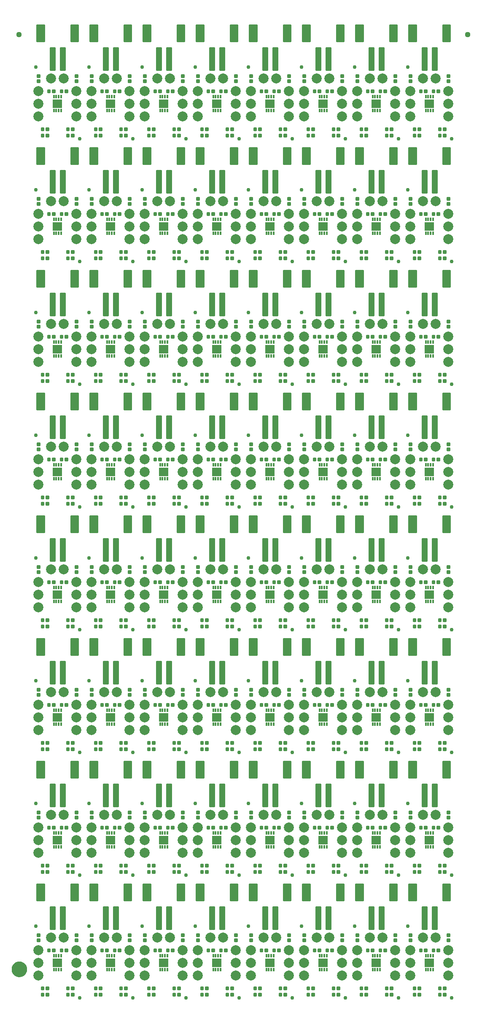
<source format=gts>
G04 EAGLE Gerber RS-274X export*
G75*
%MOMM*%
%FSLAX34Y34*%
%LPD*%
%INSoldermask Top*%
%IPPOS*%
%AMOC8*
5,1,8,0,0,1.08239X$1,22.5*%
G01*
%ADD10R,0.300000X0.800000*%
%ADD11R,1.880000X1.730000*%
%ADD12C,0.225369*%
%ADD13C,0.225400*%
%ADD14C,0.224509*%
%ADD15C,2.006600*%
%ADD16C,0.762000*%
%ADD17C,1.127000*%
%ADD18C,1.270000*%
%ADD19C,1.627000*%


D10*
X58300Y90200D03*
X58300Y90200D03*
X48300Y90200D03*
X53300Y90200D03*
X43300Y90200D03*
X58300Y62200D03*
X53300Y62200D03*
X48300Y62200D03*
X43300Y62200D03*
D11*
X50800Y76200D03*
D12*
X91408Y119492D02*
X91408Y124508D01*
X91408Y119492D02*
X86392Y119492D01*
X86392Y124508D01*
X91408Y124508D01*
X91408Y121633D02*
X86392Y121633D01*
X86392Y123774D02*
X91408Y123774D01*
X91408Y129492D02*
X91408Y134508D01*
X91408Y129492D02*
X86392Y129492D01*
X86392Y134508D01*
X91408Y134508D01*
X91408Y131633D02*
X86392Y131633D01*
X86392Y133774D02*
X91408Y133774D01*
X71008Y104108D02*
X65992Y104108D01*
X71008Y104108D02*
X71008Y99092D01*
X65992Y99092D01*
X65992Y104108D01*
X65992Y101233D02*
X71008Y101233D01*
X71008Y103374D02*
X65992Y103374D01*
X61008Y104108D02*
X55992Y104108D01*
X61008Y104108D02*
X61008Y99092D01*
X55992Y99092D01*
X55992Y104108D01*
X55992Y101233D02*
X61008Y101233D01*
X61008Y103374D02*
X55992Y103374D01*
X45608Y104108D02*
X40592Y104108D01*
X45608Y104108D02*
X45608Y99092D01*
X40592Y99092D01*
X40592Y104108D01*
X40592Y101233D02*
X45608Y101233D01*
X45608Y103374D02*
X40592Y103374D01*
X35608Y104108D02*
X30592Y104108D01*
X35608Y104108D02*
X35608Y99092D01*
X30592Y99092D01*
X30592Y104108D01*
X30592Y101233D02*
X35608Y101233D01*
X35608Y103374D02*
X30592Y103374D01*
X22908Y10192D02*
X17892Y10192D01*
X17892Y15208D01*
X22908Y15208D01*
X22908Y10192D01*
X22908Y12333D02*
X17892Y12333D01*
X17892Y14474D02*
X22908Y14474D01*
X27892Y10192D02*
X32908Y10192D01*
X27892Y10192D02*
X27892Y15208D01*
X32908Y15208D01*
X32908Y10192D01*
X32908Y12333D02*
X27892Y12333D01*
X27892Y14474D02*
X32908Y14474D01*
X15208Y119492D02*
X15208Y124508D01*
X15208Y119492D02*
X10192Y119492D01*
X10192Y124508D01*
X15208Y124508D01*
X15208Y121633D02*
X10192Y121633D01*
X10192Y123774D02*
X15208Y123774D01*
X15208Y129492D02*
X15208Y134508D01*
X15208Y129492D02*
X10192Y129492D01*
X10192Y134508D01*
X15208Y134508D01*
X15208Y131633D02*
X10192Y131633D01*
X10192Y133774D02*
X15208Y133774D01*
X17892Y22892D02*
X22908Y22892D01*
X17892Y22892D02*
X17892Y27908D01*
X22908Y27908D01*
X22908Y22892D01*
X22908Y25033D02*
X17892Y25033D01*
X17892Y27174D02*
X22908Y27174D01*
X27892Y22892D02*
X32908Y22892D01*
X27892Y22892D02*
X27892Y27908D01*
X32908Y27908D01*
X32908Y22892D01*
X32908Y25033D02*
X27892Y25033D01*
X27892Y27174D02*
X32908Y27174D01*
D13*
X36292Y143692D02*
X45308Y143692D01*
X36292Y143692D02*
X36292Y188708D01*
X45308Y188708D01*
X45308Y143692D01*
X45308Y145833D02*
X36292Y145833D01*
X36292Y147974D02*
X45308Y147974D01*
X45308Y150115D02*
X36292Y150115D01*
X36292Y152256D02*
X45308Y152256D01*
X45308Y154397D02*
X36292Y154397D01*
X36292Y156538D02*
X45308Y156538D01*
X45308Y158679D02*
X36292Y158679D01*
X36292Y160820D02*
X45308Y160820D01*
X45308Y162961D02*
X36292Y162961D01*
X36292Y165102D02*
X45308Y165102D01*
X45308Y167243D02*
X36292Y167243D01*
X36292Y169384D02*
X45308Y169384D01*
X45308Y171525D02*
X36292Y171525D01*
X36292Y173666D02*
X45308Y173666D01*
X45308Y175807D02*
X36292Y175807D01*
X36292Y177948D02*
X45308Y177948D01*
X45308Y180089D02*
X36292Y180089D01*
X36292Y182230D02*
X45308Y182230D01*
X45308Y184371D02*
X36292Y184371D01*
X36292Y186512D02*
X45308Y186512D01*
X45308Y188653D02*
X36292Y188653D01*
X56292Y143692D02*
X65308Y143692D01*
X56292Y143692D02*
X56292Y188708D01*
X65308Y188708D01*
X65308Y143692D01*
X65308Y145833D02*
X56292Y145833D01*
X56292Y147974D02*
X65308Y147974D01*
X65308Y150115D02*
X56292Y150115D01*
X56292Y152256D02*
X65308Y152256D01*
X65308Y154397D02*
X56292Y154397D01*
X56292Y156538D02*
X65308Y156538D01*
X65308Y158679D02*
X56292Y158679D01*
X56292Y160820D02*
X65308Y160820D01*
X65308Y162961D02*
X56292Y162961D01*
X56292Y165102D02*
X65308Y165102D01*
X65308Y167243D02*
X56292Y167243D01*
X56292Y169384D02*
X65308Y169384D01*
X65308Y171525D02*
X56292Y171525D01*
X56292Y173666D02*
X65308Y173666D01*
X65308Y175807D02*
X56292Y175807D01*
X56292Y177948D02*
X65308Y177948D01*
X65308Y180089D02*
X56292Y180089D01*
X56292Y182230D02*
X65308Y182230D01*
X65308Y184371D02*
X56292Y184371D01*
X56292Y186512D02*
X65308Y186512D01*
X65308Y188653D02*
X56292Y188653D01*
D14*
X24313Y201687D02*
X24313Y234713D01*
X24313Y201687D02*
X9287Y201687D01*
X9287Y234713D01*
X24313Y234713D01*
X24313Y203820D02*
X9287Y203820D01*
X9287Y205953D02*
X24313Y205953D01*
X24313Y208086D02*
X9287Y208086D01*
X9287Y210219D02*
X24313Y210219D01*
X24313Y212352D02*
X9287Y212352D01*
X9287Y214485D02*
X24313Y214485D01*
X24313Y216618D02*
X9287Y216618D01*
X9287Y218751D02*
X24313Y218751D01*
X24313Y220884D02*
X9287Y220884D01*
X9287Y223017D02*
X24313Y223017D01*
X24313Y225150D02*
X9287Y225150D01*
X9287Y227283D02*
X24313Y227283D01*
X24313Y229416D02*
X9287Y229416D01*
X9287Y231549D02*
X24313Y231549D01*
X24313Y233682D02*
X9287Y233682D01*
X92313Y234713D02*
X92313Y201687D01*
X77287Y201687D01*
X77287Y234713D01*
X92313Y234713D01*
X92313Y203820D02*
X77287Y203820D01*
X77287Y205953D02*
X92313Y205953D01*
X92313Y208086D02*
X77287Y208086D01*
X77287Y210219D02*
X92313Y210219D01*
X92313Y212352D02*
X77287Y212352D01*
X77287Y214485D02*
X92313Y214485D01*
X92313Y216618D02*
X77287Y216618D01*
X77287Y218751D02*
X92313Y218751D01*
X92313Y220884D02*
X77287Y220884D01*
X77287Y223017D02*
X92313Y223017D01*
X92313Y225150D02*
X77287Y225150D01*
X77287Y227283D02*
X92313Y227283D01*
X92313Y229416D02*
X77287Y229416D01*
X77287Y231549D02*
X92313Y231549D01*
X92313Y233682D02*
X77287Y233682D01*
D15*
X88900Y101600D03*
X88900Y76200D03*
X88900Y50800D03*
X12700Y101600D03*
X12700Y76200D03*
X12700Y50800D03*
D12*
X78692Y15208D02*
X83708Y15208D01*
X83708Y10192D01*
X78692Y10192D01*
X78692Y15208D01*
X78692Y12333D02*
X83708Y12333D01*
X83708Y14474D02*
X78692Y14474D01*
X73708Y15208D02*
X68692Y15208D01*
X73708Y15208D02*
X73708Y10192D01*
X68692Y10192D01*
X68692Y15208D01*
X68692Y12333D02*
X73708Y12333D01*
X73708Y14474D02*
X68692Y14474D01*
X78692Y27908D02*
X83708Y27908D01*
X83708Y22892D01*
X78692Y22892D01*
X78692Y27908D01*
X78692Y25033D02*
X83708Y25033D01*
X83708Y27174D02*
X78692Y27174D01*
X73708Y27908D02*
X68692Y27908D01*
X73708Y27908D02*
X73708Y22892D01*
X68692Y22892D01*
X68692Y27908D01*
X68692Y25033D02*
X73708Y25033D01*
X73708Y27174D02*
X68692Y27174D01*
D15*
X63500Y127000D03*
X38100Y127000D03*
D16*
X94996Y6096D03*
X7620Y149860D03*
D10*
X164980Y90200D03*
X164980Y90200D03*
X154980Y90200D03*
X159980Y90200D03*
X149980Y90200D03*
X164980Y62200D03*
X159980Y62200D03*
X154980Y62200D03*
X149980Y62200D03*
D11*
X157480Y76200D03*
D12*
X198088Y119492D02*
X198088Y124508D01*
X198088Y119492D02*
X193072Y119492D01*
X193072Y124508D01*
X198088Y124508D01*
X198088Y121633D02*
X193072Y121633D01*
X193072Y123774D02*
X198088Y123774D01*
X198088Y129492D02*
X198088Y134508D01*
X198088Y129492D02*
X193072Y129492D01*
X193072Y134508D01*
X198088Y134508D01*
X198088Y131633D02*
X193072Y131633D01*
X193072Y133774D02*
X198088Y133774D01*
X177688Y104108D02*
X172672Y104108D01*
X177688Y104108D02*
X177688Y99092D01*
X172672Y99092D01*
X172672Y104108D01*
X172672Y101233D02*
X177688Y101233D01*
X177688Y103374D02*
X172672Y103374D01*
X167688Y104108D02*
X162672Y104108D01*
X167688Y104108D02*
X167688Y99092D01*
X162672Y99092D01*
X162672Y104108D01*
X162672Y101233D02*
X167688Y101233D01*
X167688Y103374D02*
X162672Y103374D01*
X152288Y104108D02*
X147272Y104108D01*
X152288Y104108D02*
X152288Y99092D01*
X147272Y99092D01*
X147272Y104108D01*
X147272Y101233D02*
X152288Y101233D01*
X152288Y103374D02*
X147272Y103374D01*
X142288Y104108D02*
X137272Y104108D01*
X142288Y104108D02*
X142288Y99092D01*
X137272Y99092D01*
X137272Y104108D01*
X137272Y101233D02*
X142288Y101233D01*
X142288Y103374D02*
X137272Y103374D01*
X129588Y10192D02*
X124572Y10192D01*
X124572Y15208D01*
X129588Y15208D01*
X129588Y10192D01*
X129588Y12333D02*
X124572Y12333D01*
X124572Y14474D02*
X129588Y14474D01*
X134572Y10192D02*
X139588Y10192D01*
X134572Y10192D02*
X134572Y15208D01*
X139588Y15208D01*
X139588Y10192D01*
X139588Y12333D02*
X134572Y12333D01*
X134572Y14474D02*
X139588Y14474D01*
X121888Y119492D02*
X121888Y124508D01*
X121888Y119492D02*
X116872Y119492D01*
X116872Y124508D01*
X121888Y124508D01*
X121888Y121633D02*
X116872Y121633D01*
X116872Y123774D02*
X121888Y123774D01*
X121888Y129492D02*
X121888Y134508D01*
X121888Y129492D02*
X116872Y129492D01*
X116872Y134508D01*
X121888Y134508D01*
X121888Y131633D02*
X116872Y131633D01*
X116872Y133774D02*
X121888Y133774D01*
X124572Y22892D02*
X129588Y22892D01*
X124572Y22892D02*
X124572Y27908D01*
X129588Y27908D01*
X129588Y22892D01*
X129588Y25033D02*
X124572Y25033D01*
X124572Y27174D02*
X129588Y27174D01*
X134572Y22892D02*
X139588Y22892D01*
X134572Y22892D02*
X134572Y27908D01*
X139588Y27908D01*
X139588Y22892D01*
X139588Y25033D02*
X134572Y25033D01*
X134572Y27174D02*
X139588Y27174D01*
D13*
X142972Y143692D02*
X151988Y143692D01*
X142972Y143692D02*
X142972Y188708D01*
X151988Y188708D01*
X151988Y143692D01*
X151988Y145833D02*
X142972Y145833D01*
X142972Y147974D02*
X151988Y147974D01*
X151988Y150115D02*
X142972Y150115D01*
X142972Y152256D02*
X151988Y152256D01*
X151988Y154397D02*
X142972Y154397D01*
X142972Y156538D02*
X151988Y156538D01*
X151988Y158679D02*
X142972Y158679D01*
X142972Y160820D02*
X151988Y160820D01*
X151988Y162961D02*
X142972Y162961D01*
X142972Y165102D02*
X151988Y165102D01*
X151988Y167243D02*
X142972Y167243D01*
X142972Y169384D02*
X151988Y169384D01*
X151988Y171525D02*
X142972Y171525D01*
X142972Y173666D02*
X151988Y173666D01*
X151988Y175807D02*
X142972Y175807D01*
X142972Y177948D02*
X151988Y177948D01*
X151988Y180089D02*
X142972Y180089D01*
X142972Y182230D02*
X151988Y182230D01*
X151988Y184371D02*
X142972Y184371D01*
X142972Y186512D02*
X151988Y186512D01*
X151988Y188653D02*
X142972Y188653D01*
X162972Y143692D02*
X171988Y143692D01*
X162972Y143692D02*
X162972Y188708D01*
X171988Y188708D01*
X171988Y143692D01*
X171988Y145833D02*
X162972Y145833D01*
X162972Y147974D02*
X171988Y147974D01*
X171988Y150115D02*
X162972Y150115D01*
X162972Y152256D02*
X171988Y152256D01*
X171988Y154397D02*
X162972Y154397D01*
X162972Y156538D02*
X171988Y156538D01*
X171988Y158679D02*
X162972Y158679D01*
X162972Y160820D02*
X171988Y160820D01*
X171988Y162961D02*
X162972Y162961D01*
X162972Y165102D02*
X171988Y165102D01*
X171988Y167243D02*
X162972Y167243D01*
X162972Y169384D02*
X171988Y169384D01*
X171988Y171525D02*
X162972Y171525D01*
X162972Y173666D02*
X171988Y173666D01*
X171988Y175807D02*
X162972Y175807D01*
X162972Y177948D02*
X171988Y177948D01*
X171988Y180089D02*
X162972Y180089D01*
X162972Y182230D02*
X171988Y182230D01*
X171988Y184371D02*
X162972Y184371D01*
X162972Y186512D02*
X171988Y186512D01*
X171988Y188653D02*
X162972Y188653D01*
D14*
X130993Y201687D02*
X130993Y234713D01*
X130993Y201687D02*
X115967Y201687D01*
X115967Y234713D01*
X130993Y234713D01*
X130993Y203820D02*
X115967Y203820D01*
X115967Y205953D02*
X130993Y205953D01*
X130993Y208086D02*
X115967Y208086D01*
X115967Y210219D02*
X130993Y210219D01*
X130993Y212352D02*
X115967Y212352D01*
X115967Y214485D02*
X130993Y214485D01*
X130993Y216618D02*
X115967Y216618D01*
X115967Y218751D02*
X130993Y218751D01*
X130993Y220884D02*
X115967Y220884D01*
X115967Y223017D02*
X130993Y223017D01*
X130993Y225150D02*
X115967Y225150D01*
X115967Y227283D02*
X130993Y227283D01*
X130993Y229416D02*
X115967Y229416D01*
X115967Y231549D02*
X130993Y231549D01*
X130993Y233682D02*
X115967Y233682D01*
X198993Y234713D02*
X198993Y201687D01*
X183967Y201687D01*
X183967Y234713D01*
X198993Y234713D01*
X198993Y203820D02*
X183967Y203820D01*
X183967Y205953D02*
X198993Y205953D01*
X198993Y208086D02*
X183967Y208086D01*
X183967Y210219D02*
X198993Y210219D01*
X198993Y212352D02*
X183967Y212352D01*
X183967Y214485D02*
X198993Y214485D01*
X198993Y216618D02*
X183967Y216618D01*
X183967Y218751D02*
X198993Y218751D01*
X198993Y220884D02*
X183967Y220884D01*
X183967Y223017D02*
X198993Y223017D01*
X198993Y225150D02*
X183967Y225150D01*
X183967Y227283D02*
X198993Y227283D01*
X198993Y229416D02*
X183967Y229416D01*
X183967Y231549D02*
X198993Y231549D01*
X198993Y233682D02*
X183967Y233682D01*
D15*
X195580Y101600D03*
X195580Y76200D03*
X195580Y50800D03*
X119380Y101600D03*
X119380Y76200D03*
X119380Y50800D03*
D12*
X185372Y15208D02*
X190388Y15208D01*
X190388Y10192D01*
X185372Y10192D01*
X185372Y15208D01*
X185372Y12333D02*
X190388Y12333D01*
X190388Y14474D02*
X185372Y14474D01*
X180388Y15208D02*
X175372Y15208D01*
X180388Y15208D02*
X180388Y10192D01*
X175372Y10192D01*
X175372Y15208D01*
X175372Y12333D02*
X180388Y12333D01*
X180388Y14474D02*
X175372Y14474D01*
X185372Y27908D02*
X190388Y27908D01*
X190388Y22892D01*
X185372Y22892D01*
X185372Y27908D01*
X185372Y25033D02*
X190388Y25033D01*
X190388Y27174D02*
X185372Y27174D01*
X180388Y27908D02*
X175372Y27908D01*
X180388Y27908D02*
X180388Y22892D01*
X175372Y22892D01*
X175372Y27908D01*
X175372Y25033D02*
X180388Y25033D01*
X180388Y27174D02*
X175372Y27174D01*
D15*
X170180Y127000D03*
X144780Y127000D03*
D16*
X201676Y6096D03*
X114300Y149860D03*
D10*
X271660Y90200D03*
X271660Y90200D03*
X261660Y90200D03*
X266660Y90200D03*
X256660Y90200D03*
X271660Y62200D03*
X266660Y62200D03*
X261660Y62200D03*
X256660Y62200D03*
D11*
X264160Y76200D03*
D12*
X304768Y119492D02*
X304768Y124508D01*
X304768Y119492D02*
X299752Y119492D01*
X299752Y124508D01*
X304768Y124508D01*
X304768Y121633D02*
X299752Y121633D01*
X299752Y123774D02*
X304768Y123774D01*
X304768Y129492D02*
X304768Y134508D01*
X304768Y129492D02*
X299752Y129492D01*
X299752Y134508D01*
X304768Y134508D01*
X304768Y131633D02*
X299752Y131633D01*
X299752Y133774D02*
X304768Y133774D01*
X284368Y104108D02*
X279352Y104108D01*
X284368Y104108D02*
X284368Y99092D01*
X279352Y99092D01*
X279352Y104108D01*
X279352Y101233D02*
X284368Y101233D01*
X284368Y103374D02*
X279352Y103374D01*
X274368Y104108D02*
X269352Y104108D01*
X274368Y104108D02*
X274368Y99092D01*
X269352Y99092D01*
X269352Y104108D01*
X269352Y101233D02*
X274368Y101233D01*
X274368Y103374D02*
X269352Y103374D01*
X258968Y104108D02*
X253952Y104108D01*
X258968Y104108D02*
X258968Y99092D01*
X253952Y99092D01*
X253952Y104108D01*
X253952Y101233D02*
X258968Y101233D01*
X258968Y103374D02*
X253952Y103374D01*
X248968Y104108D02*
X243952Y104108D01*
X248968Y104108D02*
X248968Y99092D01*
X243952Y99092D01*
X243952Y104108D01*
X243952Y101233D02*
X248968Y101233D01*
X248968Y103374D02*
X243952Y103374D01*
X236268Y10192D02*
X231252Y10192D01*
X231252Y15208D01*
X236268Y15208D01*
X236268Y10192D01*
X236268Y12333D02*
X231252Y12333D01*
X231252Y14474D02*
X236268Y14474D01*
X241252Y10192D02*
X246268Y10192D01*
X241252Y10192D02*
X241252Y15208D01*
X246268Y15208D01*
X246268Y10192D01*
X246268Y12333D02*
X241252Y12333D01*
X241252Y14474D02*
X246268Y14474D01*
X228568Y119492D02*
X228568Y124508D01*
X228568Y119492D02*
X223552Y119492D01*
X223552Y124508D01*
X228568Y124508D01*
X228568Y121633D02*
X223552Y121633D01*
X223552Y123774D02*
X228568Y123774D01*
X228568Y129492D02*
X228568Y134508D01*
X228568Y129492D02*
X223552Y129492D01*
X223552Y134508D01*
X228568Y134508D01*
X228568Y131633D02*
X223552Y131633D01*
X223552Y133774D02*
X228568Y133774D01*
X231252Y22892D02*
X236268Y22892D01*
X231252Y22892D02*
X231252Y27908D01*
X236268Y27908D01*
X236268Y22892D01*
X236268Y25033D02*
X231252Y25033D01*
X231252Y27174D02*
X236268Y27174D01*
X241252Y22892D02*
X246268Y22892D01*
X241252Y22892D02*
X241252Y27908D01*
X246268Y27908D01*
X246268Y22892D01*
X246268Y25033D02*
X241252Y25033D01*
X241252Y27174D02*
X246268Y27174D01*
D13*
X249652Y143692D02*
X258668Y143692D01*
X249652Y143692D02*
X249652Y188708D01*
X258668Y188708D01*
X258668Y143692D01*
X258668Y145833D02*
X249652Y145833D01*
X249652Y147974D02*
X258668Y147974D01*
X258668Y150115D02*
X249652Y150115D01*
X249652Y152256D02*
X258668Y152256D01*
X258668Y154397D02*
X249652Y154397D01*
X249652Y156538D02*
X258668Y156538D01*
X258668Y158679D02*
X249652Y158679D01*
X249652Y160820D02*
X258668Y160820D01*
X258668Y162961D02*
X249652Y162961D01*
X249652Y165102D02*
X258668Y165102D01*
X258668Y167243D02*
X249652Y167243D01*
X249652Y169384D02*
X258668Y169384D01*
X258668Y171525D02*
X249652Y171525D01*
X249652Y173666D02*
X258668Y173666D01*
X258668Y175807D02*
X249652Y175807D01*
X249652Y177948D02*
X258668Y177948D01*
X258668Y180089D02*
X249652Y180089D01*
X249652Y182230D02*
X258668Y182230D01*
X258668Y184371D02*
X249652Y184371D01*
X249652Y186512D02*
X258668Y186512D01*
X258668Y188653D02*
X249652Y188653D01*
X269652Y143692D02*
X278668Y143692D01*
X269652Y143692D02*
X269652Y188708D01*
X278668Y188708D01*
X278668Y143692D01*
X278668Y145833D02*
X269652Y145833D01*
X269652Y147974D02*
X278668Y147974D01*
X278668Y150115D02*
X269652Y150115D01*
X269652Y152256D02*
X278668Y152256D01*
X278668Y154397D02*
X269652Y154397D01*
X269652Y156538D02*
X278668Y156538D01*
X278668Y158679D02*
X269652Y158679D01*
X269652Y160820D02*
X278668Y160820D01*
X278668Y162961D02*
X269652Y162961D01*
X269652Y165102D02*
X278668Y165102D01*
X278668Y167243D02*
X269652Y167243D01*
X269652Y169384D02*
X278668Y169384D01*
X278668Y171525D02*
X269652Y171525D01*
X269652Y173666D02*
X278668Y173666D01*
X278668Y175807D02*
X269652Y175807D01*
X269652Y177948D02*
X278668Y177948D01*
X278668Y180089D02*
X269652Y180089D01*
X269652Y182230D02*
X278668Y182230D01*
X278668Y184371D02*
X269652Y184371D01*
X269652Y186512D02*
X278668Y186512D01*
X278668Y188653D02*
X269652Y188653D01*
D14*
X237673Y201687D02*
X237673Y234713D01*
X237673Y201687D02*
X222647Y201687D01*
X222647Y234713D01*
X237673Y234713D01*
X237673Y203820D02*
X222647Y203820D01*
X222647Y205953D02*
X237673Y205953D01*
X237673Y208086D02*
X222647Y208086D01*
X222647Y210219D02*
X237673Y210219D01*
X237673Y212352D02*
X222647Y212352D01*
X222647Y214485D02*
X237673Y214485D01*
X237673Y216618D02*
X222647Y216618D01*
X222647Y218751D02*
X237673Y218751D01*
X237673Y220884D02*
X222647Y220884D01*
X222647Y223017D02*
X237673Y223017D01*
X237673Y225150D02*
X222647Y225150D01*
X222647Y227283D02*
X237673Y227283D01*
X237673Y229416D02*
X222647Y229416D01*
X222647Y231549D02*
X237673Y231549D01*
X237673Y233682D02*
X222647Y233682D01*
X305673Y234713D02*
X305673Y201687D01*
X290647Y201687D01*
X290647Y234713D01*
X305673Y234713D01*
X305673Y203820D02*
X290647Y203820D01*
X290647Y205953D02*
X305673Y205953D01*
X305673Y208086D02*
X290647Y208086D01*
X290647Y210219D02*
X305673Y210219D01*
X305673Y212352D02*
X290647Y212352D01*
X290647Y214485D02*
X305673Y214485D01*
X305673Y216618D02*
X290647Y216618D01*
X290647Y218751D02*
X305673Y218751D01*
X305673Y220884D02*
X290647Y220884D01*
X290647Y223017D02*
X305673Y223017D01*
X305673Y225150D02*
X290647Y225150D01*
X290647Y227283D02*
X305673Y227283D01*
X305673Y229416D02*
X290647Y229416D01*
X290647Y231549D02*
X305673Y231549D01*
X305673Y233682D02*
X290647Y233682D01*
D15*
X302260Y101600D03*
X302260Y76200D03*
X302260Y50800D03*
X226060Y101600D03*
X226060Y76200D03*
X226060Y50800D03*
D12*
X292052Y15208D02*
X297068Y15208D01*
X297068Y10192D01*
X292052Y10192D01*
X292052Y15208D01*
X292052Y12333D02*
X297068Y12333D01*
X297068Y14474D02*
X292052Y14474D01*
X287068Y15208D02*
X282052Y15208D01*
X287068Y15208D02*
X287068Y10192D01*
X282052Y10192D01*
X282052Y15208D01*
X282052Y12333D02*
X287068Y12333D01*
X287068Y14474D02*
X282052Y14474D01*
X292052Y27908D02*
X297068Y27908D01*
X297068Y22892D01*
X292052Y22892D01*
X292052Y27908D01*
X292052Y25033D02*
X297068Y25033D01*
X297068Y27174D02*
X292052Y27174D01*
X287068Y27908D02*
X282052Y27908D01*
X287068Y27908D02*
X287068Y22892D01*
X282052Y22892D01*
X282052Y27908D01*
X282052Y25033D02*
X287068Y25033D01*
X287068Y27174D02*
X282052Y27174D01*
D15*
X276860Y127000D03*
X251460Y127000D03*
D16*
X308356Y6096D03*
X220980Y149860D03*
D10*
X378340Y90200D03*
X378340Y90200D03*
X368340Y90200D03*
X373340Y90200D03*
X363340Y90200D03*
X378340Y62200D03*
X373340Y62200D03*
X368340Y62200D03*
X363340Y62200D03*
D11*
X370840Y76200D03*
D12*
X411448Y119492D02*
X411448Y124508D01*
X411448Y119492D02*
X406432Y119492D01*
X406432Y124508D01*
X411448Y124508D01*
X411448Y121633D02*
X406432Y121633D01*
X406432Y123774D02*
X411448Y123774D01*
X411448Y129492D02*
X411448Y134508D01*
X411448Y129492D02*
X406432Y129492D01*
X406432Y134508D01*
X411448Y134508D01*
X411448Y131633D02*
X406432Y131633D01*
X406432Y133774D02*
X411448Y133774D01*
X391048Y104108D02*
X386032Y104108D01*
X391048Y104108D02*
X391048Y99092D01*
X386032Y99092D01*
X386032Y104108D01*
X386032Y101233D02*
X391048Y101233D01*
X391048Y103374D02*
X386032Y103374D01*
X381048Y104108D02*
X376032Y104108D01*
X381048Y104108D02*
X381048Y99092D01*
X376032Y99092D01*
X376032Y104108D01*
X376032Y101233D02*
X381048Y101233D01*
X381048Y103374D02*
X376032Y103374D01*
X365648Y104108D02*
X360632Y104108D01*
X365648Y104108D02*
X365648Y99092D01*
X360632Y99092D01*
X360632Y104108D01*
X360632Y101233D02*
X365648Y101233D01*
X365648Y103374D02*
X360632Y103374D01*
X355648Y104108D02*
X350632Y104108D01*
X355648Y104108D02*
X355648Y99092D01*
X350632Y99092D01*
X350632Y104108D01*
X350632Y101233D02*
X355648Y101233D01*
X355648Y103374D02*
X350632Y103374D01*
X342948Y10192D02*
X337932Y10192D01*
X337932Y15208D01*
X342948Y15208D01*
X342948Y10192D01*
X342948Y12333D02*
X337932Y12333D01*
X337932Y14474D02*
X342948Y14474D01*
X347932Y10192D02*
X352948Y10192D01*
X347932Y10192D02*
X347932Y15208D01*
X352948Y15208D01*
X352948Y10192D01*
X352948Y12333D02*
X347932Y12333D01*
X347932Y14474D02*
X352948Y14474D01*
X335248Y119492D02*
X335248Y124508D01*
X335248Y119492D02*
X330232Y119492D01*
X330232Y124508D01*
X335248Y124508D01*
X335248Y121633D02*
X330232Y121633D01*
X330232Y123774D02*
X335248Y123774D01*
X335248Y129492D02*
X335248Y134508D01*
X335248Y129492D02*
X330232Y129492D01*
X330232Y134508D01*
X335248Y134508D01*
X335248Y131633D02*
X330232Y131633D01*
X330232Y133774D02*
X335248Y133774D01*
X337932Y22892D02*
X342948Y22892D01*
X337932Y22892D02*
X337932Y27908D01*
X342948Y27908D01*
X342948Y22892D01*
X342948Y25033D02*
X337932Y25033D01*
X337932Y27174D02*
X342948Y27174D01*
X347932Y22892D02*
X352948Y22892D01*
X347932Y22892D02*
X347932Y27908D01*
X352948Y27908D01*
X352948Y22892D01*
X352948Y25033D02*
X347932Y25033D01*
X347932Y27174D02*
X352948Y27174D01*
D13*
X356332Y143692D02*
X365348Y143692D01*
X356332Y143692D02*
X356332Y188708D01*
X365348Y188708D01*
X365348Y143692D01*
X365348Y145833D02*
X356332Y145833D01*
X356332Y147974D02*
X365348Y147974D01*
X365348Y150115D02*
X356332Y150115D01*
X356332Y152256D02*
X365348Y152256D01*
X365348Y154397D02*
X356332Y154397D01*
X356332Y156538D02*
X365348Y156538D01*
X365348Y158679D02*
X356332Y158679D01*
X356332Y160820D02*
X365348Y160820D01*
X365348Y162961D02*
X356332Y162961D01*
X356332Y165102D02*
X365348Y165102D01*
X365348Y167243D02*
X356332Y167243D01*
X356332Y169384D02*
X365348Y169384D01*
X365348Y171525D02*
X356332Y171525D01*
X356332Y173666D02*
X365348Y173666D01*
X365348Y175807D02*
X356332Y175807D01*
X356332Y177948D02*
X365348Y177948D01*
X365348Y180089D02*
X356332Y180089D01*
X356332Y182230D02*
X365348Y182230D01*
X365348Y184371D02*
X356332Y184371D01*
X356332Y186512D02*
X365348Y186512D01*
X365348Y188653D02*
X356332Y188653D01*
X376332Y143692D02*
X385348Y143692D01*
X376332Y143692D02*
X376332Y188708D01*
X385348Y188708D01*
X385348Y143692D01*
X385348Y145833D02*
X376332Y145833D01*
X376332Y147974D02*
X385348Y147974D01*
X385348Y150115D02*
X376332Y150115D01*
X376332Y152256D02*
X385348Y152256D01*
X385348Y154397D02*
X376332Y154397D01*
X376332Y156538D02*
X385348Y156538D01*
X385348Y158679D02*
X376332Y158679D01*
X376332Y160820D02*
X385348Y160820D01*
X385348Y162961D02*
X376332Y162961D01*
X376332Y165102D02*
X385348Y165102D01*
X385348Y167243D02*
X376332Y167243D01*
X376332Y169384D02*
X385348Y169384D01*
X385348Y171525D02*
X376332Y171525D01*
X376332Y173666D02*
X385348Y173666D01*
X385348Y175807D02*
X376332Y175807D01*
X376332Y177948D02*
X385348Y177948D01*
X385348Y180089D02*
X376332Y180089D01*
X376332Y182230D02*
X385348Y182230D01*
X385348Y184371D02*
X376332Y184371D01*
X376332Y186512D02*
X385348Y186512D01*
X385348Y188653D02*
X376332Y188653D01*
D14*
X344353Y201687D02*
X344353Y234713D01*
X344353Y201687D02*
X329327Y201687D01*
X329327Y234713D01*
X344353Y234713D01*
X344353Y203820D02*
X329327Y203820D01*
X329327Y205953D02*
X344353Y205953D01*
X344353Y208086D02*
X329327Y208086D01*
X329327Y210219D02*
X344353Y210219D01*
X344353Y212352D02*
X329327Y212352D01*
X329327Y214485D02*
X344353Y214485D01*
X344353Y216618D02*
X329327Y216618D01*
X329327Y218751D02*
X344353Y218751D01*
X344353Y220884D02*
X329327Y220884D01*
X329327Y223017D02*
X344353Y223017D01*
X344353Y225150D02*
X329327Y225150D01*
X329327Y227283D02*
X344353Y227283D01*
X344353Y229416D02*
X329327Y229416D01*
X329327Y231549D02*
X344353Y231549D01*
X344353Y233682D02*
X329327Y233682D01*
X412353Y234713D02*
X412353Y201687D01*
X397327Y201687D01*
X397327Y234713D01*
X412353Y234713D01*
X412353Y203820D02*
X397327Y203820D01*
X397327Y205953D02*
X412353Y205953D01*
X412353Y208086D02*
X397327Y208086D01*
X397327Y210219D02*
X412353Y210219D01*
X412353Y212352D02*
X397327Y212352D01*
X397327Y214485D02*
X412353Y214485D01*
X412353Y216618D02*
X397327Y216618D01*
X397327Y218751D02*
X412353Y218751D01*
X412353Y220884D02*
X397327Y220884D01*
X397327Y223017D02*
X412353Y223017D01*
X412353Y225150D02*
X397327Y225150D01*
X397327Y227283D02*
X412353Y227283D01*
X412353Y229416D02*
X397327Y229416D01*
X397327Y231549D02*
X412353Y231549D01*
X412353Y233682D02*
X397327Y233682D01*
D15*
X408940Y101600D03*
X408940Y76200D03*
X408940Y50800D03*
X332740Y101600D03*
X332740Y76200D03*
X332740Y50800D03*
D12*
X398732Y15208D02*
X403748Y15208D01*
X403748Y10192D01*
X398732Y10192D01*
X398732Y15208D01*
X398732Y12333D02*
X403748Y12333D01*
X403748Y14474D02*
X398732Y14474D01*
X393748Y15208D02*
X388732Y15208D01*
X393748Y15208D02*
X393748Y10192D01*
X388732Y10192D01*
X388732Y15208D01*
X388732Y12333D02*
X393748Y12333D01*
X393748Y14474D02*
X388732Y14474D01*
X398732Y27908D02*
X403748Y27908D01*
X403748Y22892D01*
X398732Y22892D01*
X398732Y27908D01*
X398732Y25033D02*
X403748Y25033D01*
X403748Y27174D02*
X398732Y27174D01*
X393748Y27908D02*
X388732Y27908D01*
X393748Y27908D02*
X393748Y22892D01*
X388732Y22892D01*
X388732Y27908D01*
X388732Y25033D02*
X393748Y25033D01*
X393748Y27174D02*
X388732Y27174D01*
D15*
X383540Y127000D03*
X358140Y127000D03*
D16*
X415036Y6096D03*
X327660Y149860D03*
D10*
X485020Y90200D03*
X485020Y90200D03*
X475020Y90200D03*
X480020Y90200D03*
X470020Y90200D03*
X485020Y62200D03*
X480020Y62200D03*
X475020Y62200D03*
X470020Y62200D03*
D11*
X477520Y76200D03*
D12*
X518128Y119492D02*
X518128Y124508D01*
X518128Y119492D02*
X513112Y119492D01*
X513112Y124508D01*
X518128Y124508D01*
X518128Y121633D02*
X513112Y121633D01*
X513112Y123774D02*
X518128Y123774D01*
X518128Y129492D02*
X518128Y134508D01*
X518128Y129492D02*
X513112Y129492D01*
X513112Y134508D01*
X518128Y134508D01*
X518128Y131633D02*
X513112Y131633D01*
X513112Y133774D02*
X518128Y133774D01*
X497728Y104108D02*
X492712Y104108D01*
X497728Y104108D02*
X497728Y99092D01*
X492712Y99092D01*
X492712Y104108D01*
X492712Y101233D02*
X497728Y101233D01*
X497728Y103374D02*
X492712Y103374D01*
X487728Y104108D02*
X482712Y104108D01*
X487728Y104108D02*
X487728Y99092D01*
X482712Y99092D01*
X482712Y104108D01*
X482712Y101233D02*
X487728Y101233D01*
X487728Y103374D02*
X482712Y103374D01*
X472328Y104108D02*
X467312Y104108D01*
X472328Y104108D02*
X472328Y99092D01*
X467312Y99092D01*
X467312Y104108D01*
X467312Y101233D02*
X472328Y101233D01*
X472328Y103374D02*
X467312Y103374D01*
X462328Y104108D02*
X457312Y104108D01*
X462328Y104108D02*
X462328Y99092D01*
X457312Y99092D01*
X457312Y104108D01*
X457312Y101233D02*
X462328Y101233D01*
X462328Y103374D02*
X457312Y103374D01*
X449628Y10192D02*
X444612Y10192D01*
X444612Y15208D01*
X449628Y15208D01*
X449628Y10192D01*
X449628Y12333D02*
X444612Y12333D01*
X444612Y14474D02*
X449628Y14474D01*
X454612Y10192D02*
X459628Y10192D01*
X454612Y10192D02*
X454612Y15208D01*
X459628Y15208D01*
X459628Y10192D01*
X459628Y12333D02*
X454612Y12333D01*
X454612Y14474D02*
X459628Y14474D01*
X441928Y119492D02*
X441928Y124508D01*
X441928Y119492D02*
X436912Y119492D01*
X436912Y124508D01*
X441928Y124508D01*
X441928Y121633D02*
X436912Y121633D01*
X436912Y123774D02*
X441928Y123774D01*
X441928Y129492D02*
X441928Y134508D01*
X441928Y129492D02*
X436912Y129492D01*
X436912Y134508D01*
X441928Y134508D01*
X441928Y131633D02*
X436912Y131633D01*
X436912Y133774D02*
X441928Y133774D01*
X444612Y22892D02*
X449628Y22892D01*
X444612Y22892D02*
X444612Y27908D01*
X449628Y27908D01*
X449628Y22892D01*
X449628Y25033D02*
X444612Y25033D01*
X444612Y27174D02*
X449628Y27174D01*
X454612Y22892D02*
X459628Y22892D01*
X454612Y22892D02*
X454612Y27908D01*
X459628Y27908D01*
X459628Y22892D01*
X459628Y25033D02*
X454612Y25033D01*
X454612Y27174D02*
X459628Y27174D01*
D13*
X463012Y143692D02*
X472028Y143692D01*
X463012Y143692D02*
X463012Y188708D01*
X472028Y188708D01*
X472028Y143692D01*
X472028Y145833D02*
X463012Y145833D01*
X463012Y147974D02*
X472028Y147974D01*
X472028Y150115D02*
X463012Y150115D01*
X463012Y152256D02*
X472028Y152256D01*
X472028Y154397D02*
X463012Y154397D01*
X463012Y156538D02*
X472028Y156538D01*
X472028Y158679D02*
X463012Y158679D01*
X463012Y160820D02*
X472028Y160820D01*
X472028Y162961D02*
X463012Y162961D01*
X463012Y165102D02*
X472028Y165102D01*
X472028Y167243D02*
X463012Y167243D01*
X463012Y169384D02*
X472028Y169384D01*
X472028Y171525D02*
X463012Y171525D01*
X463012Y173666D02*
X472028Y173666D01*
X472028Y175807D02*
X463012Y175807D01*
X463012Y177948D02*
X472028Y177948D01*
X472028Y180089D02*
X463012Y180089D01*
X463012Y182230D02*
X472028Y182230D01*
X472028Y184371D02*
X463012Y184371D01*
X463012Y186512D02*
X472028Y186512D01*
X472028Y188653D02*
X463012Y188653D01*
X483012Y143692D02*
X492028Y143692D01*
X483012Y143692D02*
X483012Y188708D01*
X492028Y188708D01*
X492028Y143692D01*
X492028Y145833D02*
X483012Y145833D01*
X483012Y147974D02*
X492028Y147974D01*
X492028Y150115D02*
X483012Y150115D01*
X483012Y152256D02*
X492028Y152256D01*
X492028Y154397D02*
X483012Y154397D01*
X483012Y156538D02*
X492028Y156538D01*
X492028Y158679D02*
X483012Y158679D01*
X483012Y160820D02*
X492028Y160820D01*
X492028Y162961D02*
X483012Y162961D01*
X483012Y165102D02*
X492028Y165102D01*
X492028Y167243D02*
X483012Y167243D01*
X483012Y169384D02*
X492028Y169384D01*
X492028Y171525D02*
X483012Y171525D01*
X483012Y173666D02*
X492028Y173666D01*
X492028Y175807D02*
X483012Y175807D01*
X483012Y177948D02*
X492028Y177948D01*
X492028Y180089D02*
X483012Y180089D01*
X483012Y182230D02*
X492028Y182230D01*
X492028Y184371D02*
X483012Y184371D01*
X483012Y186512D02*
X492028Y186512D01*
X492028Y188653D02*
X483012Y188653D01*
D14*
X451033Y201687D02*
X451033Y234713D01*
X451033Y201687D02*
X436007Y201687D01*
X436007Y234713D01*
X451033Y234713D01*
X451033Y203820D02*
X436007Y203820D01*
X436007Y205953D02*
X451033Y205953D01*
X451033Y208086D02*
X436007Y208086D01*
X436007Y210219D02*
X451033Y210219D01*
X451033Y212352D02*
X436007Y212352D01*
X436007Y214485D02*
X451033Y214485D01*
X451033Y216618D02*
X436007Y216618D01*
X436007Y218751D02*
X451033Y218751D01*
X451033Y220884D02*
X436007Y220884D01*
X436007Y223017D02*
X451033Y223017D01*
X451033Y225150D02*
X436007Y225150D01*
X436007Y227283D02*
X451033Y227283D01*
X451033Y229416D02*
X436007Y229416D01*
X436007Y231549D02*
X451033Y231549D01*
X451033Y233682D02*
X436007Y233682D01*
X519033Y234713D02*
X519033Y201687D01*
X504007Y201687D01*
X504007Y234713D01*
X519033Y234713D01*
X519033Y203820D02*
X504007Y203820D01*
X504007Y205953D02*
X519033Y205953D01*
X519033Y208086D02*
X504007Y208086D01*
X504007Y210219D02*
X519033Y210219D01*
X519033Y212352D02*
X504007Y212352D01*
X504007Y214485D02*
X519033Y214485D01*
X519033Y216618D02*
X504007Y216618D01*
X504007Y218751D02*
X519033Y218751D01*
X519033Y220884D02*
X504007Y220884D01*
X504007Y223017D02*
X519033Y223017D01*
X519033Y225150D02*
X504007Y225150D01*
X504007Y227283D02*
X519033Y227283D01*
X519033Y229416D02*
X504007Y229416D01*
X504007Y231549D02*
X519033Y231549D01*
X519033Y233682D02*
X504007Y233682D01*
D15*
X515620Y101600D03*
X515620Y76200D03*
X515620Y50800D03*
X439420Y101600D03*
X439420Y76200D03*
X439420Y50800D03*
D12*
X505412Y15208D02*
X510428Y15208D01*
X510428Y10192D01*
X505412Y10192D01*
X505412Y15208D01*
X505412Y12333D02*
X510428Y12333D01*
X510428Y14474D02*
X505412Y14474D01*
X500428Y15208D02*
X495412Y15208D01*
X500428Y15208D02*
X500428Y10192D01*
X495412Y10192D01*
X495412Y15208D01*
X495412Y12333D02*
X500428Y12333D01*
X500428Y14474D02*
X495412Y14474D01*
X505412Y27908D02*
X510428Y27908D01*
X510428Y22892D01*
X505412Y22892D01*
X505412Y27908D01*
X505412Y25033D02*
X510428Y25033D01*
X510428Y27174D02*
X505412Y27174D01*
X500428Y27908D02*
X495412Y27908D01*
X500428Y27908D02*
X500428Y22892D01*
X495412Y22892D01*
X495412Y27908D01*
X495412Y25033D02*
X500428Y25033D01*
X500428Y27174D02*
X495412Y27174D01*
D15*
X490220Y127000D03*
X464820Y127000D03*
D16*
X521716Y6096D03*
X434340Y149860D03*
D10*
X591700Y90200D03*
X591700Y90200D03*
X581700Y90200D03*
X586700Y90200D03*
X576700Y90200D03*
X591700Y62200D03*
X586700Y62200D03*
X581700Y62200D03*
X576700Y62200D03*
D11*
X584200Y76200D03*
D12*
X624808Y119492D02*
X624808Y124508D01*
X624808Y119492D02*
X619792Y119492D01*
X619792Y124508D01*
X624808Y124508D01*
X624808Y121633D02*
X619792Y121633D01*
X619792Y123774D02*
X624808Y123774D01*
X624808Y129492D02*
X624808Y134508D01*
X624808Y129492D02*
X619792Y129492D01*
X619792Y134508D01*
X624808Y134508D01*
X624808Y131633D02*
X619792Y131633D01*
X619792Y133774D02*
X624808Y133774D01*
X604408Y104108D02*
X599392Y104108D01*
X604408Y104108D02*
X604408Y99092D01*
X599392Y99092D01*
X599392Y104108D01*
X599392Y101233D02*
X604408Y101233D01*
X604408Y103374D02*
X599392Y103374D01*
X594408Y104108D02*
X589392Y104108D01*
X594408Y104108D02*
X594408Y99092D01*
X589392Y99092D01*
X589392Y104108D01*
X589392Y101233D02*
X594408Y101233D01*
X594408Y103374D02*
X589392Y103374D01*
X579008Y104108D02*
X573992Y104108D01*
X579008Y104108D02*
X579008Y99092D01*
X573992Y99092D01*
X573992Y104108D01*
X573992Y101233D02*
X579008Y101233D01*
X579008Y103374D02*
X573992Y103374D01*
X569008Y104108D02*
X563992Y104108D01*
X569008Y104108D02*
X569008Y99092D01*
X563992Y99092D01*
X563992Y104108D01*
X563992Y101233D02*
X569008Y101233D01*
X569008Y103374D02*
X563992Y103374D01*
X556308Y10192D02*
X551292Y10192D01*
X551292Y15208D01*
X556308Y15208D01*
X556308Y10192D01*
X556308Y12333D02*
X551292Y12333D01*
X551292Y14474D02*
X556308Y14474D01*
X561292Y10192D02*
X566308Y10192D01*
X561292Y10192D02*
X561292Y15208D01*
X566308Y15208D01*
X566308Y10192D01*
X566308Y12333D02*
X561292Y12333D01*
X561292Y14474D02*
X566308Y14474D01*
X548608Y119492D02*
X548608Y124508D01*
X548608Y119492D02*
X543592Y119492D01*
X543592Y124508D01*
X548608Y124508D01*
X548608Y121633D02*
X543592Y121633D01*
X543592Y123774D02*
X548608Y123774D01*
X548608Y129492D02*
X548608Y134508D01*
X548608Y129492D02*
X543592Y129492D01*
X543592Y134508D01*
X548608Y134508D01*
X548608Y131633D02*
X543592Y131633D01*
X543592Y133774D02*
X548608Y133774D01*
X551292Y22892D02*
X556308Y22892D01*
X551292Y22892D02*
X551292Y27908D01*
X556308Y27908D01*
X556308Y22892D01*
X556308Y25033D02*
X551292Y25033D01*
X551292Y27174D02*
X556308Y27174D01*
X561292Y22892D02*
X566308Y22892D01*
X561292Y22892D02*
X561292Y27908D01*
X566308Y27908D01*
X566308Y22892D01*
X566308Y25033D02*
X561292Y25033D01*
X561292Y27174D02*
X566308Y27174D01*
D13*
X569692Y143692D02*
X578708Y143692D01*
X569692Y143692D02*
X569692Y188708D01*
X578708Y188708D01*
X578708Y143692D01*
X578708Y145833D02*
X569692Y145833D01*
X569692Y147974D02*
X578708Y147974D01*
X578708Y150115D02*
X569692Y150115D01*
X569692Y152256D02*
X578708Y152256D01*
X578708Y154397D02*
X569692Y154397D01*
X569692Y156538D02*
X578708Y156538D01*
X578708Y158679D02*
X569692Y158679D01*
X569692Y160820D02*
X578708Y160820D01*
X578708Y162961D02*
X569692Y162961D01*
X569692Y165102D02*
X578708Y165102D01*
X578708Y167243D02*
X569692Y167243D01*
X569692Y169384D02*
X578708Y169384D01*
X578708Y171525D02*
X569692Y171525D01*
X569692Y173666D02*
X578708Y173666D01*
X578708Y175807D02*
X569692Y175807D01*
X569692Y177948D02*
X578708Y177948D01*
X578708Y180089D02*
X569692Y180089D01*
X569692Y182230D02*
X578708Y182230D01*
X578708Y184371D02*
X569692Y184371D01*
X569692Y186512D02*
X578708Y186512D01*
X578708Y188653D02*
X569692Y188653D01*
X589692Y143692D02*
X598708Y143692D01*
X589692Y143692D02*
X589692Y188708D01*
X598708Y188708D01*
X598708Y143692D01*
X598708Y145833D02*
X589692Y145833D01*
X589692Y147974D02*
X598708Y147974D01*
X598708Y150115D02*
X589692Y150115D01*
X589692Y152256D02*
X598708Y152256D01*
X598708Y154397D02*
X589692Y154397D01*
X589692Y156538D02*
X598708Y156538D01*
X598708Y158679D02*
X589692Y158679D01*
X589692Y160820D02*
X598708Y160820D01*
X598708Y162961D02*
X589692Y162961D01*
X589692Y165102D02*
X598708Y165102D01*
X598708Y167243D02*
X589692Y167243D01*
X589692Y169384D02*
X598708Y169384D01*
X598708Y171525D02*
X589692Y171525D01*
X589692Y173666D02*
X598708Y173666D01*
X598708Y175807D02*
X589692Y175807D01*
X589692Y177948D02*
X598708Y177948D01*
X598708Y180089D02*
X589692Y180089D01*
X589692Y182230D02*
X598708Y182230D01*
X598708Y184371D02*
X589692Y184371D01*
X589692Y186512D02*
X598708Y186512D01*
X598708Y188653D02*
X589692Y188653D01*
D14*
X557713Y201687D02*
X557713Y234713D01*
X557713Y201687D02*
X542687Y201687D01*
X542687Y234713D01*
X557713Y234713D01*
X557713Y203820D02*
X542687Y203820D01*
X542687Y205953D02*
X557713Y205953D01*
X557713Y208086D02*
X542687Y208086D01*
X542687Y210219D02*
X557713Y210219D01*
X557713Y212352D02*
X542687Y212352D01*
X542687Y214485D02*
X557713Y214485D01*
X557713Y216618D02*
X542687Y216618D01*
X542687Y218751D02*
X557713Y218751D01*
X557713Y220884D02*
X542687Y220884D01*
X542687Y223017D02*
X557713Y223017D01*
X557713Y225150D02*
X542687Y225150D01*
X542687Y227283D02*
X557713Y227283D01*
X557713Y229416D02*
X542687Y229416D01*
X542687Y231549D02*
X557713Y231549D01*
X557713Y233682D02*
X542687Y233682D01*
X625713Y234713D02*
X625713Y201687D01*
X610687Y201687D01*
X610687Y234713D01*
X625713Y234713D01*
X625713Y203820D02*
X610687Y203820D01*
X610687Y205953D02*
X625713Y205953D01*
X625713Y208086D02*
X610687Y208086D01*
X610687Y210219D02*
X625713Y210219D01*
X625713Y212352D02*
X610687Y212352D01*
X610687Y214485D02*
X625713Y214485D01*
X625713Y216618D02*
X610687Y216618D01*
X610687Y218751D02*
X625713Y218751D01*
X625713Y220884D02*
X610687Y220884D01*
X610687Y223017D02*
X625713Y223017D01*
X625713Y225150D02*
X610687Y225150D01*
X610687Y227283D02*
X625713Y227283D01*
X625713Y229416D02*
X610687Y229416D01*
X610687Y231549D02*
X625713Y231549D01*
X625713Y233682D02*
X610687Y233682D01*
D15*
X622300Y101600D03*
X622300Y76200D03*
X622300Y50800D03*
X546100Y101600D03*
X546100Y76200D03*
X546100Y50800D03*
D12*
X612092Y15208D02*
X617108Y15208D01*
X617108Y10192D01*
X612092Y10192D01*
X612092Y15208D01*
X612092Y12333D02*
X617108Y12333D01*
X617108Y14474D02*
X612092Y14474D01*
X607108Y15208D02*
X602092Y15208D01*
X607108Y15208D02*
X607108Y10192D01*
X602092Y10192D01*
X602092Y15208D01*
X602092Y12333D02*
X607108Y12333D01*
X607108Y14474D02*
X602092Y14474D01*
X612092Y27908D02*
X617108Y27908D01*
X617108Y22892D01*
X612092Y22892D01*
X612092Y27908D01*
X612092Y25033D02*
X617108Y25033D01*
X617108Y27174D02*
X612092Y27174D01*
X607108Y27908D02*
X602092Y27908D01*
X607108Y27908D02*
X607108Y22892D01*
X602092Y22892D01*
X602092Y27908D01*
X602092Y25033D02*
X607108Y25033D01*
X607108Y27174D02*
X602092Y27174D01*
D15*
X596900Y127000D03*
X571500Y127000D03*
D16*
X628396Y6096D03*
X541020Y149860D03*
D10*
X698380Y90200D03*
X698380Y90200D03*
X688380Y90200D03*
X693380Y90200D03*
X683380Y90200D03*
X698380Y62200D03*
X693380Y62200D03*
X688380Y62200D03*
X683380Y62200D03*
D11*
X690880Y76200D03*
D12*
X731488Y119492D02*
X731488Y124508D01*
X731488Y119492D02*
X726472Y119492D01*
X726472Y124508D01*
X731488Y124508D01*
X731488Y121633D02*
X726472Y121633D01*
X726472Y123774D02*
X731488Y123774D01*
X731488Y129492D02*
X731488Y134508D01*
X731488Y129492D02*
X726472Y129492D01*
X726472Y134508D01*
X731488Y134508D01*
X731488Y131633D02*
X726472Y131633D01*
X726472Y133774D02*
X731488Y133774D01*
X711088Y104108D02*
X706072Y104108D01*
X711088Y104108D02*
X711088Y99092D01*
X706072Y99092D01*
X706072Y104108D01*
X706072Y101233D02*
X711088Y101233D01*
X711088Y103374D02*
X706072Y103374D01*
X701088Y104108D02*
X696072Y104108D01*
X701088Y104108D02*
X701088Y99092D01*
X696072Y99092D01*
X696072Y104108D01*
X696072Y101233D02*
X701088Y101233D01*
X701088Y103374D02*
X696072Y103374D01*
X685688Y104108D02*
X680672Y104108D01*
X685688Y104108D02*
X685688Y99092D01*
X680672Y99092D01*
X680672Y104108D01*
X680672Y101233D02*
X685688Y101233D01*
X685688Y103374D02*
X680672Y103374D01*
X675688Y104108D02*
X670672Y104108D01*
X675688Y104108D02*
X675688Y99092D01*
X670672Y99092D01*
X670672Y104108D01*
X670672Y101233D02*
X675688Y101233D01*
X675688Y103374D02*
X670672Y103374D01*
X662988Y10192D02*
X657972Y10192D01*
X657972Y15208D01*
X662988Y15208D01*
X662988Y10192D01*
X662988Y12333D02*
X657972Y12333D01*
X657972Y14474D02*
X662988Y14474D01*
X667972Y10192D02*
X672988Y10192D01*
X667972Y10192D02*
X667972Y15208D01*
X672988Y15208D01*
X672988Y10192D01*
X672988Y12333D02*
X667972Y12333D01*
X667972Y14474D02*
X672988Y14474D01*
X655288Y119492D02*
X655288Y124508D01*
X655288Y119492D02*
X650272Y119492D01*
X650272Y124508D01*
X655288Y124508D01*
X655288Y121633D02*
X650272Y121633D01*
X650272Y123774D02*
X655288Y123774D01*
X655288Y129492D02*
X655288Y134508D01*
X655288Y129492D02*
X650272Y129492D01*
X650272Y134508D01*
X655288Y134508D01*
X655288Y131633D02*
X650272Y131633D01*
X650272Y133774D02*
X655288Y133774D01*
X657972Y22892D02*
X662988Y22892D01*
X657972Y22892D02*
X657972Y27908D01*
X662988Y27908D01*
X662988Y22892D01*
X662988Y25033D02*
X657972Y25033D01*
X657972Y27174D02*
X662988Y27174D01*
X667972Y22892D02*
X672988Y22892D01*
X667972Y22892D02*
X667972Y27908D01*
X672988Y27908D01*
X672988Y22892D01*
X672988Y25033D02*
X667972Y25033D01*
X667972Y27174D02*
X672988Y27174D01*
D13*
X676372Y143692D02*
X685388Y143692D01*
X676372Y143692D02*
X676372Y188708D01*
X685388Y188708D01*
X685388Y143692D01*
X685388Y145833D02*
X676372Y145833D01*
X676372Y147974D02*
X685388Y147974D01*
X685388Y150115D02*
X676372Y150115D01*
X676372Y152256D02*
X685388Y152256D01*
X685388Y154397D02*
X676372Y154397D01*
X676372Y156538D02*
X685388Y156538D01*
X685388Y158679D02*
X676372Y158679D01*
X676372Y160820D02*
X685388Y160820D01*
X685388Y162961D02*
X676372Y162961D01*
X676372Y165102D02*
X685388Y165102D01*
X685388Y167243D02*
X676372Y167243D01*
X676372Y169384D02*
X685388Y169384D01*
X685388Y171525D02*
X676372Y171525D01*
X676372Y173666D02*
X685388Y173666D01*
X685388Y175807D02*
X676372Y175807D01*
X676372Y177948D02*
X685388Y177948D01*
X685388Y180089D02*
X676372Y180089D01*
X676372Y182230D02*
X685388Y182230D01*
X685388Y184371D02*
X676372Y184371D01*
X676372Y186512D02*
X685388Y186512D01*
X685388Y188653D02*
X676372Y188653D01*
X696372Y143692D02*
X705388Y143692D01*
X696372Y143692D02*
X696372Y188708D01*
X705388Y188708D01*
X705388Y143692D01*
X705388Y145833D02*
X696372Y145833D01*
X696372Y147974D02*
X705388Y147974D01*
X705388Y150115D02*
X696372Y150115D01*
X696372Y152256D02*
X705388Y152256D01*
X705388Y154397D02*
X696372Y154397D01*
X696372Y156538D02*
X705388Y156538D01*
X705388Y158679D02*
X696372Y158679D01*
X696372Y160820D02*
X705388Y160820D01*
X705388Y162961D02*
X696372Y162961D01*
X696372Y165102D02*
X705388Y165102D01*
X705388Y167243D02*
X696372Y167243D01*
X696372Y169384D02*
X705388Y169384D01*
X705388Y171525D02*
X696372Y171525D01*
X696372Y173666D02*
X705388Y173666D01*
X705388Y175807D02*
X696372Y175807D01*
X696372Y177948D02*
X705388Y177948D01*
X705388Y180089D02*
X696372Y180089D01*
X696372Y182230D02*
X705388Y182230D01*
X705388Y184371D02*
X696372Y184371D01*
X696372Y186512D02*
X705388Y186512D01*
X705388Y188653D02*
X696372Y188653D01*
D14*
X664393Y201687D02*
X664393Y234713D01*
X664393Y201687D02*
X649367Y201687D01*
X649367Y234713D01*
X664393Y234713D01*
X664393Y203820D02*
X649367Y203820D01*
X649367Y205953D02*
X664393Y205953D01*
X664393Y208086D02*
X649367Y208086D01*
X649367Y210219D02*
X664393Y210219D01*
X664393Y212352D02*
X649367Y212352D01*
X649367Y214485D02*
X664393Y214485D01*
X664393Y216618D02*
X649367Y216618D01*
X649367Y218751D02*
X664393Y218751D01*
X664393Y220884D02*
X649367Y220884D01*
X649367Y223017D02*
X664393Y223017D01*
X664393Y225150D02*
X649367Y225150D01*
X649367Y227283D02*
X664393Y227283D01*
X664393Y229416D02*
X649367Y229416D01*
X649367Y231549D02*
X664393Y231549D01*
X664393Y233682D02*
X649367Y233682D01*
X732393Y234713D02*
X732393Y201687D01*
X717367Y201687D01*
X717367Y234713D01*
X732393Y234713D01*
X732393Y203820D02*
X717367Y203820D01*
X717367Y205953D02*
X732393Y205953D01*
X732393Y208086D02*
X717367Y208086D01*
X717367Y210219D02*
X732393Y210219D01*
X732393Y212352D02*
X717367Y212352D01*
X717367Y214485D02*
X732393Y214485D01*
X732393Y216618D02*
X717367Y216618D01*
X717367Y218751D02*
X732393Y218751D01*
X732393Y220884D02*
X717367Y220884D01*
X717367Y223017D02*
X732393Y223017D01*
X732393Y225150D02*
X717367Y225150D01*
X717367Y227283D02*
X732393Y227283D01*
X732393Y229416D02*
X717367Y229416D01*
X717367Y231549D02*
X732393Y231549D01*
X732393Y233682D02*
X717367Y233682D01*
D15*
X728980Y101600D03*
X728980Y76200D03*
X728980Y50800D03*
X652780Y101600D03*
X652780Y76200D03*
X652780Y50800D03*
D12*
X718772Y15208D02*
X723788Y15208D01*
X723788Y10192D01*
X718772Y10192D01*
X718772Y15208D01*
X718772Y12333D02*
X723788Y12333D01*
X723788Y14474D02*
X718772Y14474D01*
X713788Y15208D02*
X708772Y15208D01*
X713788Y15208D02*
X713788Y10192D01*
X708772Y10192D01*
X708772Y15208D01*
X708772Y12333D02*
X713788Y12333D01*
X713788Y14474D02*
X708772Y14474D01*
X718772Y27908D02*
X723788Y27908D01*
X723788Y22892D01*
X718772Y22892D01*
X718772Y27908D01*
X718772Y25033D02*
X723788Y25033D01*
X723788Y27174D02*
X718772Y27174D01*
X713788Y27908D02*
X708772Y27908D01*
X713788Y27908D02*
X713788Y22892D01*
X708772Y22892D01*
X708772Y27908D01*
X708772Y25033D02*
X713788Y25033D01*
X713788Y27174D02*
X708772Y27174D01*
D15*
X703580Y127000D03*
X678180Y127000D03*
D16*
X735076Y6096D03*
X647700Y149860D03*
D10*
X805060Y90200D03*
X805060Y90200D03*
X795060Y90200D03*
X800060Y90200D03*
X790060Y90200D03*
X805060Y62200D03*
X800060Y62200D03*
X795060Y62200D03*
X790060Y62200D03*
D11*
X797560Y76200D03*
D12*
X838168Y119492D02*
X838168Y124508D01*
X838168Y119492D02*
X833152Y119492D01*
X833152Y124508D01*
X838168Y124508D01*
X838168Y121633D02*
X833152Y121633D01*
X833152Y123774D02*
X838168Y123774D01*
X838168Y129492D02*
X838168Y134508D01*
X838168Y129492D02*
X833152Y129492D01*
X833152Y134508D01*
X838168Y134508D01*
X838168Y131633D02*
X833152Y131633D01*
X833152Y133774D02*
X838168Y133774D01*
X817768Y104108D02*
X812752Y104108D01*
X817768Y104108D02*
X817768Y99092D01*
X812752Y99092D01*
X812752Y104108D01*
X812752Y101233D02*
X817768Y101233D01*
X817768Y103374D02*
X812752Y103374D01*
X807768Y104108D02*
X802752Y104108D01*
X807768Y104108D02*
X807768Y99092D01*
X802752Y99092D01*
X802752Y104108D01*
X802752Y101233D02*
X807768Y101233D01*
X807768Y103374D02*
X802752Y103374D01*
X792368Y104108D02*
X787352Y104108D01*
X792368Y104108D02*
X792368Y99092D01*
X787352Y99092D01*
X787352Y104108D01*
X787352Y101233D02*
X792368Y101233D01*
X792368Y103374D02*
X787352Y103374D01*
X782368Y104108D02*
X777352Y104108D01*
X782368Y104108D02*
X782368Y99092D01*
X777352Y99092D01*
X777352Y104108D01*
X777352Y101233D02*
X782368Y101233D01*
X782368Y103374D02*
X777352Y103374D01*
X769668Y10192D02*
X764652Y10192D01*
X764652Y15208D01*
X769668Y15208D01*
X769668Y10192D01*
X769668Y12333D02*
X764652Y12333D01*
X764652Y14474D02*
X769668Y14474D01*
X774652Y10192D02*
X779668Y10192D01*
X774652Y10192D02*
X774652Y15208D01*
X779668Y15208D01*
X779668Y10192D01*
X779668Y12333D02*
X774652Y12333D01*
X774652Y14474D02*
X779668Y14474D01*
X761968Y119492D02*
X761968Y124508D01*
X761968Y119492D02*
X756952Y119492D01*
X756952Y124508D01*
X761968Y124508D01*
X761968Y121633D02*
X756952Y121633D01*
X756952Y123774D02*
X761968Y123774D01*
X761968Y129492D02*
X761968Y134508D01*
X761968Y129492D02*
X756952Y129492D01*
X756952Y134508D01*
X761968Y134508D01*
X761968Y131633D02*
X756952Y131633D01*
X756952Y133774D02*
X761968Y133774D01*
X764652Y22892D02*
X769668Y22892D01*
X764652Y22892D02*
X764652Y27908D01*
X769668Y27908D01*
X769668Y22892D01*
X769668Y25033D02*
X764652Y25033D01*
X764652Y27174D02*
X769668Y27174D01*
X774652Y22892D02*
X779668Y22892D01*
X774652Y22892D02*
X774652Y27908D01*
X779668Y27908D01*
X779668Y22892D01*
X779668Y25033D02*
X774652Y25033D01*
X774652Y27174D02*
X779668Y27174D01*
D13*
X783052Y143692D02*
X792068Y143692D01*
X783052Y143692D02*
X783052Y188708D01*
X792068Y188708D01*
X792068Y143692D01*
X792068Y145833D02*
X783052Y145833D01*
X783052Y147974D02*
X792068Y147974D01*
X792068Y150115D02*
X783052Y150115D01*
X783052Y152256D02*
X792068Y152256D01*
X792068Y154397D02*
X783052Y154397D01*
X783052Y156538D02*
X792068Y156538D01*
X792068Y158679D02*
X783052Y158679D01*
X783052Y160820D02*
X792068Y160820D01*
X792068Y162961D02*
X783052Y162961D01*
X783052Y165102D02*
X792068Y165102D01*
X792068Y167243D02*
X783052Y167243D01*
X783052Y169384D02*
X792068Y169384D01*
X792068Y171525D02*
X783052Y171525D01*
X783052Y173666D02*
X792068Y173666D01*
X792068Y175807D02*
X783052Y175807D01*
X783052Y177948D02*
X792068Y177948D01*
X792068Y180089D02*
X783052Y180089D01*
X783052Y182230D02*
X792068Y182230D01*
X792068Y184371D02*
X783052Y184371D01*
X783052Y186512D02*
X792068Y186512D01*
X792068Y188653D02*
X783052Y188653D01*
X803052Y143692D02*
X812068Y143692D01*
X803052Y143692D02*
X803052Y188708D01*
X812068Y188708D01*
X812068Y143692D01*
X812068Y145833D02*
X803052Y145833D01*
X803052Y147974D02*
X812068Y147974D01*
X812068Y150115D02*
X803052Y150115D01*
X803052Y152256D02*
X812068Y152256D01*
X812068Y154397D02*
X803052Y154397D01*
X803052Y156538D02*
X812068Y156538D01*
X812068Y158679D02*
X803052Y158679D01*
X803052Y160820D02*
X812068Y160820D01*
X812068Y162961D02*
X803052Y162961D01*
X803052Y165102D02*
X812068Y165102D01*
X812068Y167243D02*
X803052Y167243D01*
X803052Y169384D02*
X812068Y169384D01*
X812068Y171525D02*
X803052Y171525D01*
X803052Y173666D02*
X812068Y173666D01*
X812068Y175807D02*
X803052Y175807D01*
X803052Y177948D02*
X812068Y177948D01*
X812068Y180089D02*
X803052Y180089D01*
X803052Y182230D02*
X812068Y182230D01*
X812068Y184371D02*
X803052Y184371D01*
X803052Y186512D02*
X812068Y186512D01*
X812068Y188653D02*
X803052Y188653D01*
D14*
X771073Y201687D02*
X771073Y234713D01*
X771073Y201687D02*
X756047Y201687D01*
X756047Y234713D01*
X771073Y234713D01*
X771073Y203820D02*
X756047Y203820D01*
X756047Y205953D02*
X771073Y205953D01*
X771073Y208086D02*
X756047Y208086D01*
X756047Y210219D02*
X771073Y210219D01*
X771073Y212352D02*
X756047Y212352D01*
X756047Y214485D02*
X771073Y214485D01*
X771073Y216618D02*
X756047Y216618D01*
X756047Y218751D02*
X771073Y218751D01*
X771073Y220884D02*
X756047Y220884D01*
X756047Y223017D02*
X771073Y223017D01*
X771073Y225150D02*
X756047Y225150D01*
X756047Y227283D02*
X771073Y227283D01*
X771073Y229416D02*
X756047Y229416D01*
X756047Y231549D02*
X771073Y231549D01*
X771073Y233682D02*
X756047Y233682D01*
X839073Y234713D02*
X839073Y201687D01*
X824047Y201687D01*
X824047Y234713D01*
X839073Y234713D01*
X839073Y203820D02*
X824047Y203820D01*
X824047Y205953D02*
X839073Y205953D01*
X839073Y208086D02*
X824047Y208086D01*
X824047Y210219D02*
X839073Y210219D01*
X839073Y212352D02*
X824047Y212352D01*
X824047Y214485D02*
X839073Y214485D01*
X839073Y216618D02*
X824047Y216618D01*
X824047Y218751D02*
X839073Y218751D01*
X839073Y220884D02*
X824047Y220884D01*
X824047Y223017D02*
X839073Y223017D01*
X839073Y225150D02*
X824047Y225150D01*
X824047Y227283D02*
X839073Y227283D01*
X839073Y229416D02*
X824047Y229416D01*
X824047Y231549D02*
X839073Y231549D01*
X839073Y233682D02*
X824047Y233682D01*
D15*
X835660Y101600D03*
X835660Y76200D03*
X835660Y50800D03*
X759460Y101600D03*
X759460Y76200D03*
X759460Y50800D03*
D12*
X825452Y15208D02*
X830468Y15208D01*
X830468Y10192D01*
X825452Y10192D01*
X825452Y15208D01*
X825452Y12333D02*
X830468Y12333D01*
X830468Y14474D02*
X825452Y14474D01*
X820468Y15208D02*
X815452Y15208D01*
X820468Y15208D02*
X820468Y10192D01*
X815452Y10192D01*
X815452Y15208D01*
X815452Y12333D02*
X820468Y12333D01*
X820468Y14474D02*
X815452Y14474D01*
X825452Y27908D02*
X830468Y27908D01*
X830468Y22892D01*
X825452Y22892D01*
X825452Y27908D01*
X825452Y25033D02*
X830468Y25033D01*
X830468Y27174D02*
X825452Y27174D01*
X820468Y27908D02*
X815452Y27908D01*
X820468Y27908D02*
X820468Y22892D01*
X815452Y22892D01*
X815452Y27908D01*
X815452Y25033D02*
X820468Y25033D01*
X820468Y27174D02*
X815452Y27174D01*
D15*
X810260Y127000D03*
X784860Y127000D03*
D16*
X841756Y6096D03*
X754380Y149860D03*
D10*
X58300Y336580D03*
X58300Y336580D03*
X48300Y336580D03*
X53300Y336580D03*
X43300Y336580D03*
X58300Y308580D03*
X53300Y308580D03*
X48300Y308580D03*
X43300Y308580D03*
D11*
X50800Y322580D03*
D12*
X91408Y365872D02*
X91408Y370888D01*
X91408Y365872D02*
X86392Y365872D01*
X86392Y370888D01*
X91408Y370888D01*
X91408Y368013D02*
X86392Y368013D01*
X86392Y370154D02*
X91408Y370154D01*
X91408Y375872D02*
X91408Y380888D01*
X91408Y375872D02*
X86392Y375872D01*
X86392Y380888D01*
X91408Y380888D01*
X91408Y378013D02*
X86392Y378013D01*
X86392Y380154D02*
X91408Y380154D01*
X71008Y350488D02*
X65992Y350488D01*
X71008Y350488D02*
X71008Y345472D01*
X65992Y345472D01*
X65992Y350488D01*
X65992Y347613D02*
X71008Y347613D01*
X71008Y349754D02*
X65992Y349754D01*
X61008Y350488D02*
X55992Y350488D01*
X61008Y350488D02*
X61008Y345472D01*
X55992Y345472D01*
X55992Y350488D01*
X55992Y347613D02*
X61008Y347613D01*
X61008Y349754D02*
X55992Y349754D01*
X45608Y350488D02*
X40592Y350488D01*
X45608Y350488D02*
X45608Y345472D01*
X40592Y345472D01*
X40592Y350488D01*
X40592Y347613D02*
X45608Y347613D01*
X45608Y349754D02*
X40592Y349754D01*
X35608Y350488D02*
X30592Y350488D01*
X35608Y350488D02*
X35608Y345472D01*
X30592Y345472D01*
X30592Y350488D01*
X30592Y347613D02*
X35608Y347613D01*
X35608Y349754D02*
X30592Y349754D01*
X22908Y256572D02*
X17892Y256572D01*
X17892Y261588D01*
X22908Y261588D01*
X22908Y256572D01*
X22908Y258713D02*
X17892Y258713D01*
X17892Y260854D02*
X22908Y260854D01*
X27892Y256572D02*
X32908Y256572D01*
X27892Y256572D02*
X27892Y261588D01*
X32908Y261588D01*
X32908Y256572D01*
X32908Y258713D02*
X27892Y258713D01*
X27892Y260854D02*
X32908Y260854D01*
X15208Y365872D02*
X15208Y370888D01*
X15208Y365872D02*
X10192Y365872D01*
X10192Y370888D01*
X15208Y370888D01*
X15208Y368013D02*
X10192Y368013D01*
X10192Y370154D02*
X15208Y370154D01*
X15208Y375872D02*
X15208Y380888D01*
X15208Y375872D02*
X10192Y375872D01*
X10192Y380888D01*
X15208Y380888D01*
X15208Y378013D02*
X10192Y378013D01*
X10192Y380154D02*
X15208Y380154D01*
X17892Y269272D02*
X22908Y269272D01*
X17892Y269272D02*
X17892Y274288D01*
X22908Y274288D01*
X22908Y269272D01*
X22908Y271413D02*
X17892Y271413D01*
X17892Y273554D02*
X22908Y273554D01*
X27892Y269272D02*
X32908Y269272D01*
X27892Y269272D02*
X27892Y274288D01*
X32908Y274288D01*
X32908Y269272D01*
X32908Y271413D02*
X27892Y271413D01*
X27892Y273554D02*
X32908Y273554D01*
D13*
X36292Y390072D02*
X45308Y390072D01*
X36292Y390072D02*
X36292Y435088D01*
X45308Y435088D01*
X45308Y390072D01*
X45308Y392213D02*
X36292Y392213D01*
X36292Y394354D02*
X45308Y394354D01*
X45308Y396495D02*
X36292Y396495D01*
X36292Y398636D02*
X45308Y398636D01*
X45308Y400777D02*
X36292Y400777D01*
X36292Y402918D02*
X45308Y402918D01*
X45308Y405059D02*
X36292Y405059D01*
X36292Y407200D02*
X45308Y407200D01*
X45308Y409341D02*
X36292Y409341D01*
X36292Y411482D02*
X45308Y411482D01*
X45308Y413623D02*
X36292Y413623D01*
X36292Y415764D02*
X45308Y415764D01*
X45308Y417905D02*
X36292Y417905D01*
X36292Y420046D02*
X45308Y420046D01*
X45308Y422187D02*
X36292Y422187D01*
X36292Y424328D02*
X45308Y424328D01*
X45308Y426469D02*
X36292Y426469D01*
X36292Y428610D02*
X45308Y428610D01*
X45308Y430751D02*
X36292Y430751D01*
X36292Y432892D02*
X45308Y432892D01*
X45308Y435033D02*
X36292Y435033D01*
X56292Y390072D02*
X65308Y390072D01*
X56292Y390072D02*
X56292Y435088D01*
X65308Y435088D01*
X65308Y390072D01*
X65308Y392213D02*
X56292Y392213D01*
X56292Y394354D02*
X65308Y394354D01*
X65308Y396495D02*
X56292Y396495D01*
X56292Y398636D02*
X65308Y398636D01*
X65308Y400777D02*
X56292Y400777D01*
X56292Y402918D02*
X65308Y402918D01*
X65308Y405059D02*
X56292Y405059D01*
X56292Y407200D02*
X65308Y407200D01*
X65308Y409341D02*
X56292Y409341D01*
X56292Y411482D02*
X65308Y411482D01*
X65308Y413623D02*
X56292Y413623D01*
X56292Y415764D02*
X65308Y415764D01*
X65308Y417905D02*
X56292Y417905D01*
X56292Y420046D02*
X65308Y420046D01*
X65308Y422187D02*
X56292Y422187D01*
X56292Y424328D02*
X65308Y424328D01*
X65308Y426469D02*
X56292Y426469D01*
X56292Y428610D02*
X65308Y428610D01*
X65308Y430751D02*
X56292Y430751D01*
X56292Y432892D02*
X65308Y432892D01*
X65308Y435033D02*
X56292Y435033D01*
D14*
X24313Y448067D02*
X24313Y481093D01*
X24313Y448067D02*
X9287Y448067D01*
X9287Y481093D01*
X24313Y481093D01*
X24313Y450200D02*
X9287Y450200D01*
X9287Y452333D02*
X24313Y452333D01*
X24313Y454466D02*
X9287Y454466D01*
X9287Y456599D02*
X24313Y456599D01*
X24313Y458732D02*
X9287Y458732D01*
X9287Y460865D02*
X24313Y460865D01*
X24313Y462998D02*
X9287Y462998D01*
X9287Y465131D02*
X24313Y465131D01*
X24313Y467264D02*
X9287Y467264D01*
X9287Y469397D02*
X24313Y469397D01*
X24313Y471530D02*
X9287Y471530D01*
X9287Y473663D02*
X24313Y473663D01*
X24313Y475796D02*
X9287Y475796D01*
X9287Y477929D02*
X24313Y477929D01*
X24313Y480062D02*
X9287Y480062D01*
X92313Y481093D02*
X92313Y448067D01*
X77287Y448067D01*
X77287Y481093D01*
X92313Y481093D01*
X92313Y450200D02*
X77287Y450200D01*
X77287Y452333D02*
X92313Y452333D01*
X92313Y454466D02*
X77287Y454466D01*
X77287Y456599D02*
X92313Y456599D01*
X92313Y458732D02*
X77287Y458732D01*
X77287Y460865D02*
X92313Y460865D01*
X92313Y462998D02*
X77287Y462998D01*
X77287Y465131D02*
X92313Y465131D01*
X92313Y467264D02*
X77287Y467264D01*
X77287Y469397D02*
X92313Y469397D01*
X92313Y471530D02*
X77287Y471530D01*
X77287Y473663D02*
X92313Y473663D01*
X92313Y475796D02*
X77287Y475796D01*
X77287Y477929D02*
X92313Y477929D01*
X92313Y480062D02*
X77287Y480062D01*
D15*
X88900Y347980D03*
X88900Y322580D03*
X88900Y297180D03*
X12700Y347980D03*
X12700Y322580D03*
X12700Y297180D03*
D12*
X78692Y261588D02*
X83708Y261588D01*
X83708Y256572D01*
X78692Y256572D01*
X78692Y261588D01*
X78692Y258713D02*
X83708Y258713D01*
X83708Y260854D02*
X78692Y260854D01*
X73708Y261588D02*
X68692Y261588D01*
X73708Y261588D02*
X73708Y256572D01*
X68692Y256572D01*
X68692Y261588D01*
X68692Y258713D02*
X73708Y258713D01*
X73708Y260854D02*
X68692Y260854D01*
X78692Y274288D02*
X83708Y274288D01*
X83708Y269272D01*
X78692Y269272D01*
X78692Y274288D01*
X78692Y271413D02*
X83708Y271413D01*
X83708Y273554D02*
X78692Y273554D01*
X73708Y274288D02*
X68692Y274288D01*
X73708Y274288D02*
X73708Y269272D01*
X68692Y269272D01*
X68692Y274288D01*
X68692Y271413D02*
X73708Y271413D01*
X73708Y273554D02*
X68692Y273554D01*
D15*
X63500Y373380D03*
X38100Y373380D03*
D16*
X94996Y252476D03*
X7620Y396240D03*
D10*
X164980Y336580D03*
X164980Y336580D03*
X154980Y336580D03*
X159980Y336580D03*
X149980Y336580D03*
X164980Y308580D03*
X159980Y308580D03*
X154980Y308580D03*
X149980Y308580D03*
D11*
X157480Y322580D03*
D12*
X198088Y365872D02*
X198088Y370888D01*
X198088Y365872D02*
X193072Y365872D01*
X193072Y370888D01*
X198088Y370888D01*
X198088Y368013D02*
X193072Y368013D01*
X193072Y370154D02*
X198088Y370154D01*
X198088Y375872D02*
X198088Y380888D01*
X198088Y375872D02*
X193072Y375872D01*
X193072Y380888D01*
X198088Y380888D01*
X198088Y378013D02*
X193072Y378013D01*
X193072Y380154D02*
X198088Y380154D01*
X177688Y350488D02*
X172672Y350488D01*
X177688Y350488D02*
X177688Y345472D01*
X172672Y345472D01*
X172672Y350488D01*
X172672Y347613D02*
X177688Y347613D01*
X177688Y349754D02*
X172672Y349754D01*
X167688Y350488D02*
X162672Y350488D01*
X167688Y350488D02*
X167688Y345472D01*
X162672Y345472D01*
X162672Y350488D01*
X162672Y347613D02*
X167688Y347613D01*
X167688Y349754D02*
X162672Y349754D01*
X152288Y350488D02*
X147272Y350488D01*
X152288Y350488D02*
X152288Y345472D01*
X147272Y345472D01*
X147272Y350488D01*
X147272Y347613D02*
X152288Y347613D01*
X152288Y349754D02*
X147272Y349754D01*
X142288Y350488D02*
X137272Y350488D01*
X142288Y350488D02*
X142288Y345472D01*
X137272Y345472D01*
X137272Y350488D01*
X137272Y347613D02*
X142288Y347613D01*
X142288Y349754D02*
X137272Y349754D01*
X129588Y256572D02*
X124572Y256572D01*
X124572Y261588D01*
X129588Y261588D01*
X129588Y256572D01*
X129588Y258713D02*
X124572Y258713D01*
X124572Y260854D02*
X129588Y260854D01*
X134572Y256572D02*
X139588Y256572D01*
X134572Y256572D02*
X134572Y261588D01*
X139588Y261588D01*
X139588Y256572D01*
X139588Y258713D02*
X134572Y258713D01*
X134572Y260854D02*
X139588Y260854D01*
X121888Y365872D02*
X121888Y370888D01*
X121888Y365872D02*
X116872Y365872D01*
X116872Y370888D01*
X121888Y370888D01*
X121888Y368013D02*
X116872Y368013D01*
X116872Y370154D02*
X121888Y370154D01*
X121888Y375872D02*
X121888Y380888D01*
X121888Y375872D02*
X116872Y375872D01*
X116872Y380888D01*
X121888Y380888D01*
X121888Y378013D02*
X116872Y378013D01*
X116872Y380154D02*
X121888Y380154D01*
X124572Y269272D02*
X129588Y269272D01*
X124572Y269272D02*
X124572Y274288D01*
X129588Y274288D01*
X129588Y269272D01*
X129588Y271413D02*
X124572Y271413D01*
X124572Y273554D02*
X129588Y273554D01*
X134572Y269272D02*
X139588Y269272D01*
X134572Y269272D02*
X134572Y274288D01*
X139588Y274288D01*
X139588Y269272D01*
X139588Y271413D02*
X134572Y271413D01*
X134572Y273554D02*
X139588Y273554D01*
D13*
X142972Y390072D02*
X151988Y390072D01*
X142972Y390072D02*
X142972Y435088D01*
X151988Y435088D01*
X151988Y390072D01*
X151988Y392213D02*
X142972Y392213D01*
X142972Y394354D02*
X151988Y394354D01*
X151988Y396495D02*
X142972Y396495D01*
X142972Y398636D02*
X151988Y398636D01*
X151988Y400777D02*
X142972Y400777D01*
X142972Y402918D02*
X151988Y402918D01*
X151988Y405059D02*
X142972Y405059D01*
X142972Y407200D02*
X151988Y407200D01*
X151988Y409341D02*
X142972Y409341D01*
X142972Y411482D02*
X151988Y411482D01*
X151988Y413623D02*
X142972Y413623D01*
X142972Y415764D02*
X151988Y415764D01*
X151988Y417905D02*
X142972Y417905D01*
X142972Y420046D02*
X151988Y420046D01*
X151988Y422187D02*
X142972Y422187D01*
X142972Y424328D02*
X151988Y424328D01*
X151988Y426469D02*
X142972Y426469D01*
X142972Y428610D02*
X151988Y428610D01*
X151988Y430751D02*
X142972Y430751D01*
X142972Y432892D02*
X151988Y432892D01*
X151988Y435033D02*
X142972Y435033D01*
X162972Y390072D02*
X171988Y390072D01*
X162972Y390072D02*
X162972Y435088D01*
X171988Y435088D01*
X171988Y390072D01*
X171988Y392213D02*
X162972Y392213D01*
X162972Y394354D02*
X171988Y394354D01*
X171988Y396495D02*
X162972Y396495D01*
X162972Y398636D02*
X171988Y398636D01*
X171988Y400777D02*
X162972Y400777D01*
X162972Y402918D02*
X171988Y402918D01*
X171988Y405059D02*
X162972Y405059D01*
X162972Y407200D02*
X171988Y407200D01*
X171988Y409341D02*
X162972Y409341D01*
X162972Y411482D02*
X171988Y411482D01*
X171988Y413623D02*
X162972Y413623D01*
X162972Y415764D02*
X171988Y415764D01*
X171988Y417905D02*
X162972Y417905D01*
X162972Y420046D02*
X171988Y420046D01*
X171988Y422187D02*
X162972Y422187D01*
X162972Y424328D02*
X171988Y424328D01*
X171988Y426469D02*
X162972Y426469D01*
X162972Y428610D02*
X171988Y428610D01*
X171988Y430751D02*
X162972Y430751D01*
X162972Y432892D02*
X171988Y432892D01*
X171988Y435033D02*
X162972Y435033D01*
D14*
X130993Y448067D02*
X130993Y481093D01*
X130993Y448067D02*
X115967Y448067D01*
X115967Y481093D01*
X130993Y481093D01*
X130993Y450200D02*
X115967Y450200D01*
X115967Y452333D02*
X130993Y452333D01*
X130993Y454466D02*
X115967Y454466D01*
X115967Y456599D02*
X130993Y456599D01*
X130993Y458732D02*
X115967Y458732D01*
X115967Y460865D02*
X130993Y460865D01*
X130993Y462998D02*
X115967Y462998D01*
X115967Y465131D02*
X130993Y465131D01*
X130993Y467264D02*
X115967Y467264D01*
X115967Y469397D02*
X130993Y469397D01*
X130993Y471530D02*
X115967Y471530D01*
X115967Y473663D02*
X130993Y473663D01*
X130993Y475796D02*
X115967Y475796D01*
X115967Y477929D02*
X130993Y477929D01*
X130993Y480062D02*
X115967Y480062D01*
X198993Y481093D02*
X198993Y448067D01*
X183967Y448067D01*
X183967Y481093D01*
X198993Y481093D01*
X198993Y450200D02*
X183967Y450200D01*
X183967Y452333D02*
X198993Y452333D01*
X198993Y454466D02*
X183967Y454466D01*
X183967Y456599D02*
X198993Y456599D01*
X198993Y458732D02*
X183967Y458732D01*
X183967Y460865D02*
X198993Y460865D01*
X198993Y462998D02*
X183967Y462998D01*
X183967Y465131D02*
X198993Y465131D01*
X198993Y467264D02*
X183967Y467264D01*
X183967Y469397D02*
X198993Y469397D01*
X198993Y471530D02*
X183967Y471530D01*
X183967Y473663D02*
X198993Y473663D01*
X198993Y475796D02*
X183967Y475796D01*
X183967Y477929D02*
X198993Y477929D01*
X198993Y480062D02*
X183967Y480062D01*
D15*
X195580Y347980D03*
X195580Y322580D03*
X195580Y297180D03*
X119380Y347980D03*
X119380Y322580D03*
X119380Y297180D03*
D12*
X185372Y261588D02*
X190388Y261588D01*
X190388Y256572D01*
X185372Y256572D01*
X185372Y261588D01*
X185372Y258713D02*
X190388Y258713D01*
X190388Y260854D02*
X185372Y260854D01*
X180388Y261588D02*
X175372Y261588D01*
X180388Y261588D02*
X180388Y256572D01*
X175372Y256572D01*
X175372Y261588D01*
X175372Y258713D02*
X180388Y258713D01*
X180388Y260854D02*
X175372Y260854D01*
X185372Y274288D02*
X190388Y274288D01*
X190388Y269272D01*
X185372Y269272D01*
X185372Y274288D01*
X185372Y271413D02*
X190388Y271413D01*
X190388Y273554D02*
X185372Y273554D01*
X180388Y274288D02*
X175372Y274288D01*
X180388Y274288D02*
X180388Y269272D01*
X175372Y269272D01*
X175372Y274288D01*
X175372Y271413D02*
X180388Y271413D01*
X180388Y273554D02*
X175372Y273554D01*
D15*
X170180Y373380D03*
X144780Y373380D03*
D16*
X201676Y252476D03*
X114300Y396240D03*
D10*
X271660Y336580D03*
X271660Y336580D03*
X261660Y336580D03*
X266660Y336580D03*
X256660Y336580D03*
X271660Y308580D03*
X266660Y308580D03*
X261660Y308580D03*
X256660Y308580D03*
D11*
X264160Y322580D03*
D12*
X304768Y365872D02*
X304768Y370888D01*
X304768Y365872D02*
X299752Y365872D01*
X299752Y370888D01*
X304768Y370888D01*
X304768Y368013D02*
X299752Y368013D01*
X299752Y370154D02*
X304768Y370154D01*
X304768Y375872D02*
X304768Y380888D01*
X304768Y375872D02*
X299752Y375872D01*
X299752Y380888D01*
X304768Y380888D01*
X304768Y378013D02*
X299752Y378013D01*
X299752Y380154D02*
X304768Y380154D01*
X284368Y350488D02*
X279352Y350488D01*
X284368Y350488D02*
X284368Y345472D01*
X279352Y345472D01*
X279352Y350488D01*
X279352Y347613D02*
X284368Y347613D01*
X284368Y349754D02*
X279352Y349754D01*
X274368Y350488D02*
X269352Y350488D01*
X274368Y350488D02*
X274368Y345472D01*
X269352Y345472D01*
X269352Y350488D01*
X269352Y347613D02*
X274368Y347613D01*
X274368Y349754D02*
X269352Y349754D01*
X258968Y350488D02*
X253952Y350488D01*
X258968Y350488D02*
X258968Y345472D01*
X253952Y345472D01*
X253952Y350488D01*
X253952Y347613D02*
X258968Y347613D01*
X258968Y349754D02*
X253952Y349754D01*
X248968Y350488D02*
X243952Y350488D01*
X248968Y350488D02*
X248968Y345472D01*
X243952Y345472D01*
X243952Y350488D01*
X243952Y347613D02*
X248968Y347613D01*
X248968Y349754D02*
X243952Y349754D01*
X236268Y256572D02*
X231252Y256572D01*
X231252Y261588D01*
X236268Y261588D01*
X236268Y256572D01*
X236268Y258713D02*
X231252Y258713D01*
X231252Y260854D02*
X236268Y260854D01*
X241252Y256572D02*
X246268Y256572D01*
X241252Y256572D02*
X241252Y261588D01*
X246268Y261588D01*
X246268Y256572D01*
X246268Y258713D02*
X241252Y258713D01*
X241252Y260854D02*
X246268Y260854D01*
X228568Y365872D02*
X228568Y370888D01*
X228568Y365872D02*
X223552Y365872D01*
X223552Y370888D01*
X228568Y370888D01*
X228568Y368013D02*
X223552Y368013D01*
X223552Y370154D02*
X228568Y370154D01*
X228568Y375872D02*
X228568Y380888D01*
X228568Y375872D02*
X223552Y375872D01*
X223552Y380888D01*
X228568Y380888D01*
X228568Y378013D02*
X223552Y378013D01*
X223552Y380154D02*
X228568Y380154D01*
X231252Y269272D02*
X236268Y269272D01*
X231252Y269272D02*
X231252Y274288D01*
X236268Y274288D01*
X236268Y269272D01*
X236268Y271413D02*
X231252Y271413D01*
X231252Y273554D02*
X236268Y273554D01*
X241252Y269272D02*
X246268Y269272D01*
X241252Y269272D02*
X241252Y274288D01*
X246268Y274288D01*
X246268Y269272D01*
X246268Y271413D02*
X241252Y271413D01*
X241252Y273554D02*
X246268Y273554D01*
D13*
X249652Y390072D02*
X258668Y390072D01*
X249652Y390072D02*
X249652Y435088D01*
X258668Y435088D01*
X258668Y390072D01*
X258668Y392213D02*
X249652Y392213D01*
X249652Y394354D02*
X258668Y394354D01*
X258668Y396495D02*
X249652Y396495D01*
X249652Y398636D02*
X258668Y398636D01*
X258668Y400777D02*
X249652Y400777D01*
X249652Y402918D02*
X258668Y402918D01*
X258668Y405059D02*
X249652Y405059D01*
X249652Y407200D02*
X258668Y407200D01*
X258668Y409341D02*
X249652Y409341D01*
X249652Y411482D02*
X258668Y411482D01*
X258668Y413623D02*
X249652Y413623D01*
X249652Y415764D02*
X258668Y415764D01*
X258668Y417905D02*
X249652Y417905D01*
X249652Y420046D02*
X258668Y420046D01*
X258668Y422187D02*
X249652Y422187D01*
X249652Y424328D02*
X258668Y424328D01*
X258668Y426469D02*
X249652Y426469D01*
X249652Y428610D02*
X258668Y428610D01*
X258668Y430751D02*
X249652Y430751D01*
X249652Y432892D02*
X258668Y432892D01*
X258668Y435033D02*
X249652Y435033D01*
X269652Y390072D02*
X278668Y390072D01*
X269652Y390072D02*
X269652Y435088D01*
X278668Y435088D01*
X278668Y390072D01*
X278668Y392213D02*
X269652Y392213D01*
X269652Y394354D02*
X278668Y394354D01*
X278668Y396495D02*
X269652Y396495D01*
X269652Y398636D02*
X278668Y398636D01*
X278668Y400777D02*
X269652Y400777D01*
X269652Y402918D02*
X278668Y402918D01*
X278668Y405059D02*
X269652Y405059D01*
X269652Y407200D02*
X278668Y407200D01*
X278668Y409341D02*
X269652Y409341D01*
X269652Y411482D02*
X278668Y411482D01*
X278668Y413623D02*
X269652Y413623D01*
X269652Y415764D02*
X278668Y415764D01*
X278668Y417905D02*
X269652Y417905D01*
X269652Y420046D02*
X278668Y420046D01*
X278668Y422187D02*
X269652Y422187D01*
X269652Y424328D02*
X278668Y424328D01*
X278668Y426469D02*
X269652Y426469D01*
X269652Y428610D02*
X278668Y428610D01*
X278668Y430751D02*
X269652Y430751D01*
X269652Y432892D02*
X278668Y432892D01*
X278668Y435033D02*
X269652Y435033D01*
D14*
X237673Y448067D02*
X237673Y481093D01*
X237673Y448067D02*
X222647Y448067D01*
X222647Y481093D01*
X237673Y481093D01*
X237673Y450200D02*
X222647Y450200D01*
X222647Y452333D02*
X237673Y452333D01*
X237673Y454466D02*
X222647Y454466D01*
X222647Y456599D02*
X237673Y456599D01*
X237673Y458732D02*
X222647Y458732D01*
X222647Y460865D02*
X237673Y460865D01*
X237673Y462998D02*
X222647Y462998D01*
X222647Y465131D02*
X237673Y465131D01*
X237673Y467264D02*
X222647Y467264D01*
X222647Y469397D02*
X237673Y469397D01*
X237673Y471530D02*
X222647Y471530D01*
X222647Y473663D02*
X237673Y473663D01*
X237673Y475796D02*
X222647Y475796D01*
X222647Y477929D02*
X237673Y477929D01*
X237673Y480062D02*
X222647Y480062D01*
X305673Y481093D02*
X305673Y448067D01*
X290647Y448067D01*
X290647Y481093D01*
X305673Y481093D01*
X305673Y450200D02*
X290647Y450200D01*
X290647Y452333D02*
X305673Y452333D01*
X305673Y454466D02*
X290647Y454466D01*
X290647Y456599D02*
X305673Y456599D01*
X305673Y458732D02*
X290647Y458732D01*
X290647Y460865D02*
X305673Y460865D01*
X305673Y462998D02*
X290647Y462998D01*
X290647Y465131D02*
X305673Y465131D01*
X305673Y467264D02*
X290647Y467264D01*
X290647Y469397D02*
X305673Y469397D01*
X305673Y471530D02*
X290647Y471530D01*
X290647Y473663D02*
X305673Y473663D01*
X305673Y475796D02*
X290647Y475796D01*
X290647Y477929D02*
X305673Y477929D01*
X305673Y480062D02*
X290647Y480062D01*
D15*
X302260Y347980D03*
X302260Y322580D03*
X302260Y297180D03*
X226060Y347980D03*
X226060Y322580D03*
X226060Y297180D03*
D12*
X292052Y261588D02*
X297068Y261588D01*
X297068Y256572D01*
X292052Y256572D01*
X292052Y261588D01*
X292052Y258713D02*
X297068Y258713D01*
X297068Y260854D02*
X292052Y260854D01*
X287068Y261588D02*
X282052Y261588D01*
X287068Y261588D02*
X287068Y256572D01*
X282052Y256572D01*
X282052Y261588D01*
X282052Y258713D02*
X287068Y258713D01*
X287068Y260854D02*
X282052Y260854D01*
X292052Y274288D02*
X297068Y274288D01*
X297068Y269272D01*
X292052Y269272D01*
X292052Y274288D01*
X292052Y271413D02*
X297068Y271413D01*
X297068Y273554D02*
X292052Y273554D01*
X287068Y274288D02*
X282052Y274288D01*
X287068Y274288D02*
X287068Y269272D01*
X282052Y269272D01*
X282052Y274288D01*
X282052Y271413D02*
X287068Y271413D01*
X287068Y273554D02*
X282052Y273554D01*
D15*
X276860Y373380D03*
X251460Y373380D03*
D16*
X308356Y252476D03*
X220980Y396240D03*
D10*
X378340Y336580D03*
X378340Y336580D03*
X368340Y336580D03*
X373340Y336580D03*
X363340Y336580D03*
X378340Y308580D03*
X373340Y308580D03*
X368340Y308580D03*
X363340Y308580D03*
D11*
X370840Y322580D03*
D12*
X411448Y365872D02*
X411448Y370888D01*
X411448Y365872D02*
X406432Y365872D01*
X406432Y370888D01*
X411448Y370888D01*
X411448Y368013D02*
X406432Y368013D01*
X406432Y370154D02*
X411448Y370154D01*
X411448Y375872D02*
X411448Y380888D01*
X411448Y375872D02*
X406432Y375872D01*
X406432Y380888D01*
X411448Y380888D01*
X411448Y378013D02*
X406432Y378013D01*
X406432Y380154D02*
X411448Y380154D01*
X391048Y350488D02*
X386032Y350488D01*
X391048Y350488D02*
X391048Y345472D01*
X386032Y345472D01*
X386032Y350488D01*
X386032Y347613D02*
X391048Y347613D01*
X391048Y349754D02*
X386032Y349754D01*
X381048Y350488D02*
X376032Y350488D01*
X381048Y350488D02*
X381048Y345472D01*
X376032Y345472D01*
X376032Y350488D01*
X376032Y347613D02*
X381048Y347613D01*
X381048Y349754D02*
X376032Y349754D01*
X365648Y350488D02*
X360632Y350488D01*
X365648Y350488D02*
X365648Y345472D01*
X360632Y345472D01*
X360632Y350488D01*
X360632Y347613D02*
X365648Y347613D01*
X365648Y349754D02*
X360632Y349754D01*
X355648Y350488D02*
X350632Y350488D01*
X355648Y350488D02*
X355648Y345472D01*
X350632Y345472D01*
X350632Y350488D01*
X350632Y347613D02*
X355648Y347613D01*
X355648Y349754D02*
X350632Y349754D01*
X342948Y256572D02*
X337932Y256572D01*
X337932Y261588D01*
X342948Y261588D01*
X342948Y256572D01*
X342948Y258713D02*
X337932Y258713D01*
X337932Y260854D02*
X342948Y260854D01*
X347932Y256572D02*
X352948Y256572D01*
X347932Y256572D02*
X347932Y261588D01*
X352948Y261588D01*
X352948Y256572D01*
X352948Y258713D02*
X347932Y258713D01*
X347932Y260854D02*
X352948Y260854D01*
X335248Y365872D02*
X335248Y370888D01*
X335248Y365872D02*
X330232Y365872D01*
X330232Y370888D01*
X335248Y370888D01*
X335248Y368013D02*
X330232Y368013D01*
X330232Y370154D02*
X335248Y370154D01*
X335248Y375872D02*
X335248Y380888D01*
X335248Y375872D02*
X330232Y375872D01*
X330232Y380888D01*
X335248Y380888D01*
X335248Y378013D02*
X330232Y378013D01*
X330232Y380154D02*
X335248Y380154D01*
X337932Y269272D02*
X342948Y269272D01*
X337932Y269272D02*
X337932Y274288D01*
X342948Y274288D01*
X342948Y269272D01*
X342948Y271413D02*
X337932Y271413D01*
X337932Y273554D02*
X342948Y273554D01*
X347932Y269272D02*
X352948Y269272D01*
X347932Y269272D02*
X347932Y274288D01*
X352948Y274288D01*
X352948Y269272D01*
X352948Y271413D02*
X347932Y271413D01*
X347932Y273554D02*
X352948Y273554D01*
D13*
X356332Y390072D02*
X365348Y390072D01*
X356332Y390072D02*
X356332Y435088D01*
X365348Y435088D01*
X365348Y390072D01*
X365348Y392213D02*
X356332Y392213D01*
X356332Y394354D02*
X365348Y394354D01*
X365348Y396495D02*
X356332Y396495D01*
X356332Y398636D02*
X365348Y398636D01*
X365348Y400777D02*
X356332Y400777D01*
X356332Y402918D02*
X365348Y402918D01*
X365348Y405059D02*
X356332Y405059D01*
X356332Y407200D02*
X365348Y407200D01*
X365348Y409341D02*
X356332Y409341D01*
X356332Y411482D02*
X365348Y411482D01*
X365348Y413623D02*
X356332Y413623D01*
X356332Y415764D02*
X365348Y415764D01*
X365348Y417905D02*
X356332Y417905D01*
X356332Y420046D02*
X365348Y420046D01*
X365348Y422187D02*
X356332Y422187D01*
X356332Y424328D02*
X365348Y424328D01*
X365348Y426469D02*
X356332Y426469D01*
X356332Y428610D02*
X365348Y428610D01*
X365348Y430751D02*
X356332Y430751D01*
X356332Y432892D02*
X365348Y432892D01*
X365348Y435033D02*
X356332Y435033D01*
X376332Y390072D02*
X385348Y390072D01*
X376332Y390072D02*
X376332Y435088D01*
X385348Y435088D01*
X385348Y390072D01*
X385348Y392213D02*
X376332Y392213D01*
X376332Y394354D02*
X385348Y394354D01*
X385348Y396495D02*
X376332Y396495D01*
X376332Y398636D02*
X385348Y398636D01*
X385348Y400777D02*
X376332Y400777D01*
X376332Y402918D02*
X385348Y402918D01*
X385348Y405059D02*
X376332Y405059D01*
X376332Y407200D02*
X385348Y407200D01*
X385348Y409341D02*
X376332Y409341D01*
X376332Y411482D02*
X385348Y411482D01*
X385348Y413623D02*
X376332Y413623D01*
X376332Y415764D02*
X385348Y415764D01*
X385348Y417905D02*
X376332Y417905D01*
X376332Y420046D02*
X385348Y420046D01*
X385348Y422187D02*
X376332Y422187D01*
X376332Y424328D02*
X385348Y424328D01*
X385348Y426469D02*
X376332Y426469D01*
X376332Y428610D02*
X385348Y428610D01*
X385348Y430751D02*
X376332Y430751D01*
X376332Y432892D02*
X385348Y432892D01*
X385348Y435033D02*
X376332Y435033D01*
D14*
X344353Y448067D02*
X344353Y481093D01*
X344353Y448067D02*
X329327Y448067D01*
X329327Y481093D01*
X344353Y481093D01*
X344353Y450200D02*
X329327Y450200D01*
X329327Y452333D02*
X344353Y452333D01*
X344353Y454466D02*
X329327Y454466D01*
X329327Y456599D02*
X344353Y456599D01*
X344353Y458732D02*
X329327Y458732D01*
X329327Y460865D02*
X344353Y460865D01*
X344353Y462998D02*
X329327Y462998D01*
X329327Y465131D02*
X344353Y465131D01*
X344353Y467264D02*
X329327Y467264D01*
X329327Y469397D02*
X344353Y469397D01*
X344353Y471530D02*
X329327Y471530D01*
X329327Y473663D02*
X344353Y473663D01*
X344353Y475796D02*
X329327Y475796D01*
X329327Y477929D02*
X344353Y477929D01*
X344353Y480062D02*
X329327Y480062D01*
X412353Y481093D02*
X412353Y448067D01*
X397327Y448067D01*
X397327Y481093D01*
X412353Y481093D01*
X412353Y450200D02*
X397327Y450200D01*
X397327Y452333D02*
X412353Y452333D01*
X412353Y454466D02*
X397327Y454466D01*
X397327Y456599D02*
X412353Y456599D01*
X412353Y458732D02*
X397327Y458732D01*
X397327Y460865D02*
X412353Y460865D01*
X412353Y462998D02*
X397327Y462998D01*
X397327Y465131D02*
X412353Y465131D01*
X412353Y467264D02*
X397327Y467264D01*
X397327Y469397D02*
X412353Y469397D01*
X412353Y471530D02*
X397327Y471530D01*
X397327Y473663D02*
X412353Y473663D01*
X412353Y475796D02*
X397327Y475796D01*
X397327Y477929D02*
X412353Y477929D01*
X412353Y480062D02*
X397327Y480062D01*
D15*
X408940Y347980D03*
X408940Y322580D03*
X408940Y297180D03*
X332740Y347980D03*
X332740Y322580D03*
X332740Y297180D03*
D12*
X398732Y261588D02*
X403748Y261588D01*
X403748Y256572D01*
X398732Y256572D01*
X398732Y261588D01*
X398732Y258713D02*
X403748Y258713D01*
X403748Y260854D02*
X398732Y260854D01*
X393748Y261588D02*
X388732Y261588D01*
X393748Y261588D02*
X393748Y256572D01*
X388732Y256572D01*
X388732Y261588D01*
X388732Y258713D02*
X393748Y258713D01*
X393748Y260854D02*
X388732Y260854D01*
X398732Y274288D02*
X403748Y274288D01*
X403748Y269272D01*
X398732Y269272D01*
X398732Y274288D01*
X398732Y271413D02*
X403748Y271413D01*
X403748Y273554D02*
X398732Y273554D01*
X393748Y274288D02*
X388732Y274288D01*
X393748Y274288D02*
X393748Y269272D01*
X388732Y269272D01*
X388732Y274288D01*
X388732Y271413D02*
X393748Y271413D01*
X393748Y273554D02*
X388732Y273554D01*
D15*
X383540Y373380D03*
X358140Y373380D03*
D16*
X415036Y252476D03*
X327660Y396240D03*
D10*
X485020Y336580D03*
X485020Y336580D03*
X475020Y336580D03*
X480020Y336580D03*
X470020Y336580D03*
X485020Y308580D03*
X480020Y308580D03*
X475020Y308580D03*
X470020Y308580D03*
D11*
X477520Y322580D03*
D12*
X518128Y365872D02*
X518128Y370888D01*
X518128Y365872D02*
X513112Y365872D01*
X513112Y370888D01*
X518128Y370888D01*
X518128Y368013D02*
X513112Y368013D01*
X513112Y370154D02*
X518128Y370154D01*
X518128Y375872D02*
X518128Y380888D01*
X518128Y375872D02*
X513112Y375872D01*
X513112Y380888D01*
X518128Y380888D01*
X518128Y378013D02*
X513112Y378013D01*
X513112Y380154D02*
X518128Y380154D01*
X497728Y350488D02*
X492712Y350488D01*
X497728Y350488D02*
X497728Y345472D01*
X492712Y345472D01*
X492712Y350488D01*
X492712Y347613D02*
X497728Y347613D01*
X497728Y349754D02*
X492712Y349754D01*
X487728Y350488D02*
X482712Y350488D01*
X487728Y350488D02*
X487728Y345472D01*
X482712Y345472D01*
X482712Y350488D01*
X482712Y347613D02*
X487728Y347613D01*
X487728Y349754D02*
X482712Y349754D01*
X472328Y350488D02*
X467312Y350488D01*
X472328Y350488D02*
X472328Y345472D01*
X467312Y345472D01*
X467312Y350488D01*
X467312Y347613D02*
X472328Y347613D01*
X472328Y349754D02*
X467312Y349754D01*
X462328Y350488D02*
X457312Y350488D01*
X462328Y350488D02*
X462328Y345472D01*
X457312Y345472D01*
X457312Y350488D01*
X457312Y347613D02*
X462328Y347613D01*
X462328Y349754D02*
X457312Y349754D01*
X449628Y256572D02*
X444612Y256572D01*
X444612Y261588D01*
X449628Y261588D01*
X449628Y256572D01*
X449628Y258713D02*
X444612Y258713D01*
X444612Y260854D02*
X449628Y260854D01*
X454612Y256572D02*
X459628Y256572D01*
X454612Y256572D02*
X454612Y261588D01*
X459628Y261588D01*
X459628Y256572D01*
X459628Y258713D02*
X454612Y258713D01*
X454612Y260854D02*
X459628Y260854D01*
X441928Y365872D02*
X441928Y370888D01*
X441928Y365872D02*
X436912Y365872D01*
X436912Y370888D01*
X441928Y370888D01*
X441928Y368013D02*
X436912Y368013D01*
X436912Y370154D02*
X441928Y370154D01*
X441928Y375872D02*
X441928Y380888D01*
X441928Y375872D02*
X436912Y375872D01*
X436912Y380888D01*
X441928Y380888D01*
X441928Y378013D02*
X436912Y378013D01*
X436912Y380154D02*
X441928Y380154D01*
X444612Y269272D02*
X449628Y269272D01*
X444612Y269272D02*
X444612Y274288D01*
X449628Y274288D01*
X449628Y269272D01*
X449628Y271413D02*
X444612Y271413D01*
X444612Y273554D02*
X449628Y273554D01*
X454612Y269272D02*
X459628Y269272D01*
X454612Y269272D02*
X454612Y274288D01*
X459628Y274288D01*
X459628Y269272D01*
X459628Y271413D02*
X454612Y271413D01*
X454612Y273554D02*
X459628Y273554D01*
D13*
X463012Y390072D02*
X472028Y390072D01*
X463012Y390072D02*
X463012Y435088D01*
X472028Y435088D01*
X472028Y390072D01*
X472028Y392213D02*
X463012Y392213D01*
X463012Y394354D02*
X472028Y394354D01*
X472028Y396495D02*
X463012Y396495D01*
X463012Y398636D02*
X472028Y398636D01*
X472028Y400777D02*
X463012Y400777D01*
X463012Y402918D02*
X472028Y402918D01*
X472028Y405059D02*
X463012Y405059D01*
X463012Y407200D02*
X472028Y407200D01*
X472028Y409341D02*
X463012Y409341D01*
X463012Y411482D02*
X472028Y411482D01*
X472028Y413623D02*
X463012Y413623D01*
X463012Y415764D02*
X472028Y415764D01*
X472028Y417905D02*
X463012Y417905D01*
X463012Y420046D02*
X472028Y420046D01*
X472028Y422187D02*
X463012Y422187D01*
X463012Y424328D02*
X472028Y424328D01*
X472028Y426469D02*
X463012Y426469D01*
X463012Y428610D02*
X472028Y428610D01*
X472028Y430751D02*
X463012Y430751D01*
X463012Y432892D02*
X472028Y432892D01*
X472028Y435033D02*
X463012Y435033D01*
X483012Y390072D02*
X492028Y390072D01*
X483012Y390072D02*
X483012Y435088D01*
X492028Y435088D01*
X492028Y390072D01*
X492028Y392213D02*
X483012Y392213D01*
X483012Y394354D02*
X492028Y394354D01*
X492028Y396495D02*
X483012Y396495D01*
X483012Y398636D02*
X492028Y398636D01*
X492028Y400777D02*
X483012Y400777D01*
X483012Y402918D02*
X492028Y402918D01*
X492028Y405059D02*
X483012Y405059D01*
X483012Y407200D02*
X492028Y407200D01*
X492028Y409341D02*
X483012Y409341D01*
X483012Y411482D02*
X492028Y411482D01*
X492028Y413623D02*
X483012Y413623D01*
X483012Y415764D02*
X492028Y415764D01*
X492028Y417905D02*
X483012Y417905D01*
X483012Y420046D02*
X492028Y420046D01*
X492028Y422187D02*
X483012Y422187D01*
X483012Y424328D02*
X492028Y424328D01*
X492028Y426469D02*
X483012Y426469D01*
X483012Y428610D02*
X492028Y428610D01*
X492028Y430751D02*
X483012Y430751D01*
X483012Y432892D02*
X492028Y432892D01*
X492028Y435033D02*
X483012Y435033D01*
D14*
X451033Y448067D02*
X451033Y481093D01*
X451033Y448067D02*
X436007Y448067D01*
X436007Y481093D01*
X451033Y481093D01*
X451033Y450200D02*
X436007Y450200D01*
X436007Y452333D02*
X451033Y452333D01*
X451033Y454466D02*
X436007Y454466D01*
X436007Y456599D02*
X451033Y456599D01*
X451033Y458732D02*
X436007Y458732D01*
X436007Y460865D02*
X451033Y460865D01*
X451033Y462998D02*
X436007Y462998D01*
X436007Y465131D02*
X451033Y465131D01*
X451033Y467264D02*
X436007Y467264D01*
X436007Y469397D02*
X451033Y469397D01*
X451033Y471530D02*
X436007Y471530D01*
X436007Y473663D02*
X451033Y473663D01*
X451033Y475796D02*
X436007Y475796D01*
X436007Y477929D02*
X451033Y477929D01*
X451033Y480062D02*
X436007Y480062D01*
X519033Y481093D02*
X519033Y448067D01*
X504007Y448067D01*
X504007Y481093D01*
X519033Y481093D01*
X519033Y450200D02*
X504007Y450200D01*
X504007Y452333D02*
X519033Y452333D01*
X519033Y454466D02*
X504007Y454466D01*
X504007Y456599D02*
X519033Y456599D01*
X519033Y458732D02*
X504007Y458732D01*
X504007Y460865D02*
X519033Y460865D01*
X519033Y462998D02*
X504007Y462998D01*
X504007Y465131D02*
X519033Y465131D01*
X519033Y467264D02*
X504007Y467264D01*
X504007Y469397D02*
X519033Y469397D01*
X519033Y471530D02*
X504007Y471530D01*
X504007Y473663D02*
X519033Y473663D01*
X519033Y475796D02*
X504007Y475796D01*
X504007Y477929D02*
X519033Y477929D01*
X519033Y480062D02*
X504007Y480062D01*
D15*
X515620Y347980D03*
X515620Y322580D03*
X515620Y297180D03*
X439420Y347980D03*
X439420Y322580D03*
X439420Y297180D03*
D12*
X505412Y261588D02*
X510428Y261588D01*
X510428Y256572D01*
X505412Y256572D01*
X505412Y261588D01*
X505412Y258713D02*
X510428Y258713D01*
X510428Y260854D02*
X505412Y260854D01*
X500428Y261588D02*
X495412Y261588D01*
X500428Y261588D02*
X500428Y256572D01*
X495412Y256572D01*
X495412Y261588D01*
X495412Y258713D02*
X500428Y258713D01*
X500428Y260854D02*
X495412Y260854D01*
X505412Y274288D02*
X510428Y274288D01*
X510428Y269272D01*
X505412Y269272D01*
X505412Y274288D01*
X505412Y271413D02*
X510428Y271413D01*
X510428Y273554D02*
X505412Y273554D01*
X500428Y274288D02*
X495412Y274288D01*
X500428Y274288D02*
X500428Y269272D01*
X495412Y269272D01*
X495412Y274288D01*
X495412Y271413D02*
X500428Y271413D01*
X500428Y273554D02*
X495412Y273554D01*
D15*
X490220Y373380D03*
X464820Y373380D03*
D16*
X521716Y252476D03*
X434340Y396240D03*
D10*
X591700Y336580D03*
X591700Y336580D03*
X581700Y336580D03*
X586700Y336580D03*
X576700Y336580D03*
X591700Y308580D03*
X586700Y308580D03*
X581700Y308580D03*
X576700Y308580D03*
D11*
X584200Y322580D03*
D12*
X624808Y365872D02*
X624808Y370888D01*
X624808Y365872D02*
X619792Y365872D01*
X619792Y370888D01*
X624808Y370888D01*
X624808Y368013D02*
X619792Y368013D01*
X619792Y370154D02*
X624808Y370154D01*
X624808Y375872D02*
X624808Y380888D01*
X624808Y375872D02*
X619792Y375872D01*
X619792Y380888D01*
X624808Y380888D01*
X624808Y378013D02*
X619792Y378013D01*
X619792Y380154D02*
X624808Y380154D01*
X604408Y350488D02*
X599392Y350488D01*
X604408Y350488D02*
X604408Y345472D01*
X599392Y345472D01*
X599392Y350488D01*
X599392Y347613D02*
X604408Y347613D01*
X604408Y349754D02*
X599392Y349754D01*
X594408Y350488D02*
X589392Y350488D01*
X594408Y350488D02*
X594408Y345472D01*
X589392Y345472D01*
X589392Y350488D01*
X589392Y347613D02*
X594408Y347613D01*
X594408Y349754D02*
X589392Y349754D01*
X579008Y350488D02*
X573992Y350488D01*
X579008Y350488D02*
X579008Y345472D01*
X573992Y345472D01*
X573992Y350488D01*
X573992Y347613D02*
X579008Y347613D01*
X579008Y349754D02*
X573992Y349754D01*
X569008Y350488D02*
X563992Y350488D01*
X569008Y350488D02*
X569008Y345472D01*
X563992Y345472D01*
X563992Y350488D01*
X563992Y347613D02*
X569008Y347613D01*
X569008Y349754D02*
X563992Y349754D01*
X556308Y256572D02*
X551292Y256572D01*
X551292Y261588D01*
X556308Y261588D01*
X556308Y256572D01*
X556308Y258713D02*
X551292Y258713D01*
X551292Y260854D02*
X556308Y260854D01*
X561292Y256572D02*
X566308Y256572D01*
X561292Y256572D02*
X561292Y261588D01*
X566308Y261588D01*
X566308Y256572D01*
X566308Y258713D02*
X561292Y258713D01*
X561292Y260854D02*
X566308Y260854D01*
X548608Y365872D02*
X548608Y370888D01*
X548608Y365872D02*
X543592Y365872D01*
X543592Y370888D01*
X548608Y370888D01*
X548608Y368013D02*
X543592Y368013D01*
X543592Y370154D02*
X548608Y370154D01*
X548608Y375872D02*
X548608Y380888D01*
X548608Y375872D02*
X543592Y375872D01*
X543592Y380888D01*
X548608Y380888D01*
X548608Y378013D02*
X543592Y378013D01*
X543592Y380154D02*
X548608Y380154D01*
X551292Y269272D02*
X556308Y269272D01*
X551292Y269272D02*
X551292Y274288D01*
X556308Y274288D01*
X556308Y269272D01*
X556308Y271413D02*
X551292Y271413D01*
X551292Y273554D02*
X556308Y273554D01*
X561292Y269272D02*
X566308Y269272D01*
X561292Y269272D02*
X561292Y274288D01*
X566308Y274288D01*
X566308Y269272D01*
X566308Y271413D02*
X561292Y271413D01*
X561292Y273554D02*
X566308Y273554D01*
D13*
X569692Y390072D02*
X578708Y390072D01*
X569692Y390072D02*
X569692Y435088D01*
X578708Y435088D01*
X578708Y390072D01*
X578708Y392213D02*
X569692Y392213D01*
X569692Y394354D02*
X578708Y394354D01*
X578708Y396495D02*
X569692Y396495D01*
X569692Y398636D02*
X578708Y398636D01*
X578708Y400777D02*
X569692Y400777D01*
X569692Y402918D02*
X578708Y402918D01*
X578708Y405059D02*
X569692Y405059D01*
X569692Y407200D02*
X578708Y407200D01*
X578708Y409341D02*
X569692Y409341D01*
X569692Y411482D02*
X578708Y411482D01*
X578708Y413623D02*
X569692Y413623D01*
X569692Y415764D02*
X578708Y415764D01*
X578708Y417905D02*
X569692Y417905D01*
X569692Y420046D02*
X578708Y420046D01*
X578708Y422187D02*
X569692Y422187D01*
X569692Y424328D02*
X578708Y424328D01*
X578708Y426469D02*
X569692Y426469D01*
X569692Y428610D02*
X578708Y428610D01*
X578708Y430751D02*
X569692Y430751D01*
X569692Y432892D02*
X578708Y432892D01*
X578708Y435033D02*
X569692Y435033D01*
X589692Y390072D02*
X598708Y390072D01*
X589692Y390072D02*
X589692Y435088D01*
X598708Y435088D01*
X598708Y390072D01*
X598708Y392213D02*
X589692Y392213D01*
X589692Y394354D02*
X598708Y394354D01*
X598708Y396495D02*
X589692Y396495D01*
X589692Y398636D02*
X598708Y398636D01*
X598708Y400777D02*
X589692Y400777D01*
X589692Y402918D02*
X598708Y402918D01*
X598708Y405059D02*
X589692Y405059D01*
X589692Y407200D02*
X598708Y407200D01*
X598708Y409341D02*
X589692Y409341D01*
X589692Y411482D02*
X598708Y411482D01*
X598708Y413623D02*
X589692Y413623D01*
X589692Y415764D02*
X598708Y415764D01*
X598708Y417905D02*
X589692Y417905D01*
X589692Y420046D02*
X598708Y420046D01*
X598708Y422187D02*
X589692Y422187D01*
X589692Y424328D02*
X598708Y424328D01*
X598708Y426469D02*
X589692Y426469D01*
X589692Y428610D02*
X598708Y428610D01*
X598708Y430751D02*
X589692Y430751D01*
X589692Y432892D02*
X598708Y432892D01*
X598708Y435033D02*
X589692Y435033D01*
D14*
X557713Y448067D02*
X557713Y481093D01*
X557713Y448067D02*
X542687Y448067D01*
X542687Y481093D01*
X557713Y481093D01*
X557713Y450200D02*
X542687Y450200D01*
X542687Y452333D02*
X557713Y452333D01*
X557713Y454466D02*
X542687Y454466D01*
X542687Y456599D02*
X557713Y456599D01*
X557713Y458732D02*
X542687Y458732D01*
X542687Y460865D02*
X557713Y460865D01*
X557713Y462998D02*
X542687Y462998D01*
X542687Y465131D02*
X557713Y465131D01*
X557713Y467264D02*
X542687Y467264D01*
X542687Y469397D02*
X557713Y469397D01*
X557713Y471530D02*
X542687Y471530D01*
X542687Y473663D02*
X557713Y473663D01*
X557713Y475796D02*
X542687Y475796D01*
X542687Y477929D02*
X557713Y477929D01*
X557713Y480062D02*
X542687Y480062D01*
X625713Y481093D02*
X625713Y448067D01*
X610687Y448067D01*
X610687Y481093D01*
X625713Y481093D01*
X625713Y450200D02*
X610687Y450200D01*
X610687Y452333D02*
X625713Y452333D01*
X625713Y454466D02*
X610687Y454466D01*
X610687Y456599D02*
X625713Y456599D01*
X625713Y458732D02*
X610687Y458732D01*
X610687Y460865D02*
X625713Y460865D01*
X625713Y462998D02*
X610687Y462998D01*
X610687Y465131D02*
X625713Y465131D01*
X625713Y467264D02*
X610687Y467264D01*
X610687Y469397D02*
X625713Y469397D01*
X625713Y471530D02*
X610687Y471530D01*
X610687Y473663D02*
X625713Y473663D01*
X625713Y475796D02*
X610687Y475796D01*
X610687Y477929D02*
X625713Y477929D01*
X625713Y480062D02*
X610687Y480062D01*
D15*
X622300Y347980D03*
X622300Y322580D03*
X622300Y297180D03*
X546100Y347980D03*
X546100Y322580D03*
X546100Y297180D03*
D12*
X612092Y261588D02*
X617108Y261588D01*
X617108Y256572D01*
X612092Y256572D01*
X612092Y261588D01*
X612092Y258713D02*
X617108Y258713D01*
X617108Y260854D02*
X612092Y260854D01*
X607108Y261588D02*
X602092Y261588D01*
X607108Y261588D02*
X607108Y256572D01*
X602092Y256572D01*
X602092Y261588D01*
X602092Y258713D02*
X607108Y258713D01*
X607108Y260854D02*
X602092Y260854D01*
X612092Y274288D02*
X617108Y274288D01*
X617108Y269272D01*
X612092Y269272D01*
X612092Y274288D01*
X612092Y271413D02*
X617108Y271413D01*
X617108Y273554D02*
X612092Y273554D01*
X607108Y274288D02*
X602092Y274288D01*
X607108Y274288D02*
X607108Y269272D01*
X602092Y269272D01*
X602092Y274288D01*
X602092Y271413D02*
X607108Y271413D01*
X607108Y273554D02*
X602092Y273554D01*
D15*
X596900Y373380D03*
X571500Y373380D03*
D16*
X628396Y252476D03*
X541020Y396240D03*
D10*
X698380Y336580D03*
X698380Y336580D03*
X688380Y336580D03*
X693380Y336580D03*
X683380Y336580D03*
X698380Y308580D03*
X693380Y308580D03*
X688380Y308580D03*
X683380Y308580D03*
D11*
X690880Y322580D03*
D12*
X731488Y365872D02*
X731488Y370888D01*
X731488Y365872D02*
X726472Y365872D01*
X726472Y370888D01*
X731488Y370888D01*
X731488Y368013D02*
X726472Y368013D01*
X726472Y370154D02*
X731488Y370154D01*
X731488Y375872D02*
X731488Y380888D01*
X731488Y375872D02*
X726472Y375872D01*
X726472Y380888D01*
X731488Y380888D01*
X731488Y378013D02*
X726472Y378013D01*
X726472Y380154D02*
X731488Y380154D01*
X711088Y350488D02*
X706072Y350488D01*
X711088Y350488D02*
X711088Y345472D01*
X706072Y345472D01*
X706072Y350488D01*
X706072Y347613D02*
X711088Y347613D01*
X711088Y349754D02*
X706072Y349754D01*
X701088Y350488D02*
X696072Y350488D01*
X701088Y350488D02*
X701088Y345472D01*
X696072Y345472D01*
X696072Y350488D01*
X696072Y347613D02*
X701088Y347613D01*
X701088Y349754D02*
X696072Y349754D01*
X685688Y350488D02*
X680672Y350488D01*
X685688Y350488D02*
X685688Y345472D01*
X680672Y345472D01*
X680672Y350488D01*
X680672Y347613D02*
X685688Y347613D01*
X685688Y349754D02*
X680672Y349754D01*
X675688Y350488D02*
X670672Y350488D01*
X675688Y350488D02*
X675688Y345472D01*
X670672Y345472D01*
X670672Y350488D01*
X670672Y347613D02*
X675688Y347613D01*
X675688Y349754D02*
X670672Y349754D01*
X662988Y256572D02*
X657972Y256572D01*
X657972Y261588D01*
X662988Y261588D01*
X662988Y256572D01*
X662988Y258713D02*
X657972Y258713D01*
X657972Y260854D02*
X662988Y260854D01*
X667972Y256572D02*
X672988Y256572D01*
X667972Y256572D02*
X667972Y261588D01*
X672988Y261588D01*
X672988Y256572D01*
X672988Y258713D02*
X667972Y258713D01*
X667972Y260854D02*
X672988Y260854D01*
X655288Y365872D02*
X655288Y370888D01*
X655288Y365872D02*
X650272Y365872D01*
X650272Y370888D01*
X655288Y370888D01*
X655288Y368013D02*
X650272Y368013D01*
X650272Y370154D02*
X655288Y370154D01*
X655288Y375872D02*
X655288Y380888D01*
X655288Y375872D02*
X650272Y375872D01*
X650272Y380888D01*
X655288Y380888D01*
X655288Y378013D02*
X650272Y378013D01*
X650272Y380154D02*
X655288Y380154D01*
X657972Y269272D02*
X662988Y269272D01*
X657972Y269272D02*
X657972Y274288D01*
X662988Y274288D01*
X662988Y269272D01*
X662988Y271413D02*
X657972Y271413D01*
X657972Y273554D02*
X662988Y273554D01*
X667972Y269272D02*
X672988Y269272D01*
X667972Y269272D02*
X667972Y274288D01*
X672988Y274288D01*
X672988Y269272D01*
X672988Y271413D02*
X667972Y271413D01*
X667972Y273554D02*
X672988Y273554D01*
D13*
X676372Y390072D02*
X685388Y390072D01*
X676372Y390072D02*
X676372Y435088D01*
X685388Y435088D01*
X685388Y390072D01*
X685388Y392213D02*
X676372Y392213D01*
X676372Y394354D02*
X685388Y394354D01*
X685388Y396495D02*
X676372Y396495D01*
X676372Y398636D02*
X685388Y398636D01*
X685388Y400777D02*
X676372Y400777D01*
X676372Y402918D02*
X685388Y402918D01*
X685388Y405059D02*
X676372Y405059D01*
X676372Y407200D02*
X685388Y407200D01*
X685388Y409341D02*
X676372Y409341D01*
X676372Y411482D02*
X685388Y411482D01*
X685388Y413623D02*
X676372Y413623D01*
X676372Y415764D02*
X685388Y415764D01*
X685388Y417905D02*
X676372Y417905D01*
X676372Y420046D02*
X685388Y420046D01*
X685388Y422187D02*
X676372Y422187D01*
X676372Y424328D02*
X685388Y424328D01*
X685388Y426469D02*
X676372Y426469D01*
X676372Y428610D02*
X685388Y428610D01*
X685388Y430751D02*
X676372Y430751D01*
X676372Y432892D02*
X685388Y432892D01*
X685388Y435033D02*
X676372Y435033D01*
X696372Y390072D02*
X705388Y390072D01*
X696372Y390072D02*
X696372Y435088D01*
X705388Y435088D01*
X705388Y390072D01*
X705388Y392213D02*
X696372Y392213D01*
X696372Y394354D02*
X705388Y394354D01*
X705388Y396495D02*
X696372Y396495D01*
X696372Y398636D02*
X705388Y398636D01*
X705388Y400777D02*
X696372Y400777D01*
X696372Y402918D02*
X705388Y402918D01*
X705388Y405059D02*
X696372Y405059D01*
X696372Y407200D02*
X705388Y407200D01*
X705388Y409341D02*
X696372Y409341D01*
X696372Y411482D02*
X705388Y411482D01*
X705388Y413623D02*
X696372Y413623D01*
X696372Y415764D02*
X705388Y415764D01*
X705388Y417905D02*
X696372Y417905D01*
X696372Y420046D02*
X705388Y420046D01*
X705388Y422187D02*
X696372Y422187D01*
X696372Y424328D02*
X705388Y424328D01*
X705388Y426469D02*
X696372Y426469D01*
X696372Y428610D02*
X705388Y428610D01*
X705388Y430751D02*
X696372Y430751D01*
X696372Y432892D02*
X705388Y432892D01*
X705388Y435033D02*
X696372Y435033D01*
D14*
X664393Y448067D02*
X664393Y481093D01*
X664393Y448067D02*
X649367Y448067D01*
X649367Y481093D01*
X664393Y481093D01*
X664393Y450200D02*
X649367Y450200D01*
X649367Y452333D02*
X664393Y452333D01*
X664393Y454466D02*
X649367Y454466D01*
X649367Y456599D02*
X664393Y456599D01*
X664393Y458732D02*
X649367Y458732D01*
X649367Y460865D02*
X664393Y460865D01*
X664393Y462998D02*
X649367Y462998D01*
X649367Y465131D02*
X664393Y465131D01*
X664393Y467264D02*
X649367Y467264D01*
X649367Y469397D02*
X664393Y469397D01*
X664393Y471530D02*
X649367Y471530D01*
X649367Y473663D02*
X664393Y473663D01*
X664393Y475796D02*
X649367Y475796D01*
X649367Y477929D02*
X664393Y477929D01*
X664393Y480062D02*
X649367Y480062D01*
X732393Y481093D02*
X732393Y448067D01*
X717367Y448067D01*
X717367Y481093D01*
X732393Y481093D01*
X732393Y450200D02*
X717367Y450200D01*
X717367Y452333D02*
X732393Y452333D01*
X732393Y454466D02*
X717367Y454466D01*
X717367Y456599D02*
X732393Y456599D01*
X732393Y458732D02*
X717367Y458732D01*
X717367Y460865D02*
X732393Y460865D01*
X732393Y462998D02*
X717367Y462998D01*
X717367Y465131D02*
X732393Y465131D01*
X732393Y467264D02*
X717367Y467264D01*
X717367Y469397D02*
X732393Y469397D01*
X732393Y471530D02*
X717367Y471530D01*
X717367Y473663D02*
X732393Y473663D01*
X732393Y475796D02*
X717367Y475796D01*
X717367Y477929D02*
X732393Y477929D01*
X732393Y480062D02*
X717367Y480062D01*
D15*
X728980Y347980D03*
X728980Y322580D03*
X728980Y297180D03*
X652780Y347980D03*
X652780Y322580D03*
X652780Y297180D03*
D12*
X718772Y261588D02*
X723788Y261588D01*
X723788Y256572D01*
X718772Y256572D01*
X718772Y261588D01*
X718772Y258713D02*
X723788Y258713D01*
X723788Y260854D02*
X718772Y260854D01*
X713788Y261588D02*
X708772Y261588D01*
X713788Y261588D02*
X713788Y256572D01*
X708772Y256572D01*
X708772Y261588D01*
X708772Y258713D02*
X713788Y258713D01*
X713788Y260854D02*
X708772Y260854D01*
X718772Y274288D02*
X723788Y274288D01*
X723788Y269272D01*
X718772Y269272D01*
X718772Y274288D01*
X718772Y271413D02*
X723788Y271413D01*
X723788Y273554D02*
X718772Y273554D01*
X713788Y274288D02*
X708772Y274288D01*
X713788Y274288D02*
X713788Y269272D01*
X708772Y269272D01*
X708772Y274288D01*
X708772Y271413D02*
X713788Y271413D01*
X713788Y273554D02*
X708772Y273554D01*
D15*
X703580Y373380D03*
X678180Y373380D03*
D16*
X735076Y252476D03*
X647700Y396240D03*
D10*
X805060Y336580D03*
X805060Y336580D03*
X795060Y336580D03*
X800060Y336580D03*
X790060Y336580D03*
X805060Y308580D03*
X800060Y308580D03*
X795060Y308580D03*
X790060Y308580D03*
D11*
X797560Y322580D03*
D12*
X838168Y365872D02*
X838168Y370888D01*
X838168Y365872D02*
X833152Y365872D01*
X833152Y370888D01*
X838168Y370888D01*
X838168Y368013D02*
X833152Y368013D01*
X833152Y370154D02*
X838168Y370154D01*
X838168Y375872D02*
X838168Y380888D01*
X838168Y375872D02*
X833152Y375872D01*
X833152Y380888D01*
X838168Y380888D01*
X838168Y378013D02*
X833152Y378013D01*
X833152Y380154D02*
X838168Y380154D01*
X817768Y350488D02*
X812752Y350488D01*
X817768Y350488D02*
X817768Y345472D01*
X812752Y345472D01*
X812752Y350488D01*
X812752Y347613D02*
X817768Y347613D01*
X817768Y349754D02*
X812752Y349754D01*
X807768Y350488D02*
X802752Y350488D01*
X807768Y350488D02*
X807768Y345472D01*
X802752Y345472D01*
X802752Y350488D01*
X802752Y347613D02*
X807768Y347613D01*
X807768Y349754D02*
X802752Y349754D01*
X792368Y350488D02*
X787352Y350488D01*
X792368Y350488D02*
X792368Y345472D01*
X787352Y345472D01*
X787352Y350488D01*
X787352Y347613D02*
X792368Y347613D01*
X792368Y349754D02*
X787352Y349754D01*
X782368Y350488D02*
X777352Y350488D01*
X782368Y350488D02*
X782368Y345472D01*
X777352Y345472D01*
X777352Y350488D01*
X777352Y347613D02*
X782368Y347613D01*
X782368Y349754D02*
X777352Y349754D01*
X769668Y256572D02*
X764652Y256572D01*
X764652Y261588D01*
X769668Y261588D01*
X769668Y256572D01*
X769668Y258713D02*
X764652Y258713D01*
X764652Y260854D02*
X769668Y260854D01*
X774652Y256572D02*
X779668Y256572D01*
X774652Y256572D02*
X774652Y261588D01*
X779668Y261588D01*
X779668Y256572D01*
X779668Y258713D02*
X774652Y258713D01*
X774652Y260854D02*
X779668Y260854D01*
X761968Y365872D02*
X761968Y370888D01*
X761968Y365872D02*
X756952Y365872D01*
X756952Y370888D01*
X761968Y370888D01*
X761968Y368013D02*
X756952Y368013D01*
X756952Y370154D02*
X761968Y370154D01*
X761968Y375872D02*
X761968Y380888D01*
X761968Y375872D02*
X756952Y375872D01*
X756952Y380888D01*
X761968Y380888D01*
X761968Y378013D02*
X756952Y378013D01*
X756952Y380154D02*
X761968Y380154D01*
X764652Y269272D02*
X769668Y269272D01*
X764652Y269272D02*
X764652Y274288D01*
X769668Y274288D01*
X769668Y269272D01*
X769668Y271413D02*
X764652Y271413D01*
X764652Y273554D02*
X769668Y273554D01*
X774652Y269272D02*
X779668Y269272D01*
X774652Y269272D02*
X774652Y274288D01*
X779668Y274288D01*
X779668Y269272D01*
X779668Y271413D02*
X774652Y271413D01*
X774652Y273554D02*
X779668Y273554D01*
D13*
X783052Y390072D02*
X792068Y390072D01*
X783052Y390072D02*
X783052Y435088D01*
X792068Y435088D01*
X792068Y390072D01*
X792068Y392213D02*
X783052Y392213D01*
X783052Y394354D02*
X792068Y394354D01*
X792068Y396495D02*
X783052Y396495D01*
X783052Y398636D02*
X792068Y398636D01*
X792068Y400777D02*
X783052Y400777D01*
X783052Y402918D02*
X792068Y402918D01*
X792068Y405059D02*
X783052Y405059D01*
X783052Y407200D02*
X792068Y407200D01*
X792068Y409341D02*
X783052Y409341D01*
X783052Y411482D02*
X792068Y411482D01*
X792068Y413623D02*
X783052Y413623D01*
X783052Y415764D02*
X792068Y415764D01*
X792068Y417905D02*
X783052Y417905D01*
X783052Y420046D02*
X792068Y420046D01*
X792068Y422187D02*
X783052Y422187D01*
X783052Y424328D02*
X792068Y424328D01*
X792068Y426469D02*
X783052Y426469D01*
X783052Y428610D02*
X792068Y428610D01*
X792068Y430751D02*
X783052Y430751D01*
X783052Y432892D02*
X792068Y432892D01*
X792068Y435033D02*
X783052Y435033D01*
X803052Y390072D02*
X812068Y390072D01*
X803052Y390072D02*
X803052Y435088D01*
X812068Y435088D01*
X812068Y390072D01*
X812068Y392213D02*
X803052Y392213D01*
X803052Y394354D02*
X812068Y394354D01*
X812068Y396495D02*
X803052Y396495D01*
X803052Y398636D02*
X812068Y398636D01*
X812068Y400777D02*
X803052Y400777D01*
X803052Y402918D02*
X812068Y402918D01*
X812068Y405059D02*
X803052Y405059D01*
X803052Y407200D02*
X812068Y407200D01*
X812068Y409341D02*
X803052Y409341D01*
X803052Y411482D02*
X812068Y411482D01*
X812068Y413623D02*
X803052Y413623D01*
X803052Y415764D02*
X812068Y415764D01*
X812068Y417905D02*
X803052Y417905D01*
X803052Y420046D02*
X812068Y420046D01*
X812068Y422187D02*
X803052Y422187D01*
X803052Y424328D02*
X812068Y424328D01*
X812068Y426469D02*
X803052Y426469D01*
X803052Y428610D02*
X812068Y428610D01*
X812068Y430751D02*
X803052Y430751D01*
X803052Y432892D02*
X812068Y432892D01*
X812068Y435033D02*
X803052Y435033D01*
D14*
X771073Y448067D02*
X771073Y481093D01*
X771073Y448067D02*
X756047Y448067D01*
X756047Y481093D01*
X771073Y481093D01*
X771073Y450200D02*
X756047Y450200D01*
X756047Y452333D02*
X771073Y452333D01*
X771073Y454466D02*
X756047Y454466D01*
X756047Y456599D02*
X771073Y456599D01*
X771073Y458732D02*
X756047Y458732D01*
X756047Y460865D02*
X771073Y460865D01*
X771073Y462998D02*
X756047Y462998D01*
X756047Y465131D02*
X771073Y465131D01*
X771073Y467264D02*
X756047Y467264D01*
X756047Y469397D02*
X771073Y469397D01*
X771073Y471530D02*
X756047Y471530D01*
X756047Y473663D02*
X771073Y473663D01*
X771073Y475796D02*
X756047Y475796D01*
X756047Y477929D02*
X771073Y477929D01*
X771073Y480062D02*
X756047Y480062D01*
X839073Y481093D02*
X839073Y448067D01*
X824047Y448067D01*
X824047Y481093D01*
X839073Y481093D01*
X839073Y450200D02*
X824047Y450200D01*
X824047Y452333D02*
X839073Y452333D01*
X839073Y454466D02*
X824047Y454466D01*
X824047Y456599D02*
X839073Y456599D01*
X839073Y458732D02*
X824047Y458732D01*
X824047Y460865D02*
X839073Y460865D01*
X839073Y462998D02*
X824047Y462998D01*
X824047Y465131D02*
X839073Y465131D01*
X839073Y467264D02*
X824047Y467264D01*
X824047Y469397D02*
X839073Y469397D01*
X839073Y471530D02*
X824047Y471530D01*
X824047Y473663D02*
X839073Y473663D01*
X839073Y475796D02*
X824047Y475796D01*
X824047Y477929D02*
X839073Y477929D01*
X839073Y480062D02*
X824047Y480062D01*
D15*
X835660Y347980D03*
X835660Y322580D03*
X835660Y297180D03*
X759460Y347980D03*
X759460Y322580D03*
X759460Y297180D03*
D12*
X825452Y261588D02*
X830468Y261588D01*
X830468Y256572D01*
X825452Y256572D01*
X825452Y261588D01*
X825452Y258713D02*
X830468Y258713D01*
X830468Y260854D02*
X825452Y260854D01*
X820468Y261588D02*
X815452Y261588D01*
X820468Y261588D02*
X820468Y256572D01*
X815452Y256572D01*
X815452Y261588D01*
X815452Y258713D02*
X820468Y258713D01*
X820468Y260854D02*
X815452Y260854D01*
X825452Y274288D02*
X830468Y274288D01*
X830468Y269272D01*
X825452Y269272D01*
X825452Y274288D01*
X825452Y271413D02*
X830468Y271413D01*
X830468Y273554D02*
X825452Y273554D01*
X820468Y274288D02*
X815452Y274288D01*
X820468Y274288D02*
X820468Y269272D01*
X815452Y269272D01*
X815452Y274288D01*
X815452Y271413D02*
X820468Y271413D01*
X820468Y273554D02*
X815452Y273554D01*
D15*
X810260Y373380D03*
X784860Y373380D03*
D16*
X841756Y252476D03*
X754380Y396240D03*
D10*
X58300Y582960D03*
X58300Y582960D03*
X48300Y582960D03*
X53300Y582960D03*
X43300Y582960D03*
X58300Y554960D03*
X53300Y554960D03*
X48300Y554960D03*
X43300Y554960D03*
D11*
X50800Y568960D03*
D12*
X91408Y612252D02*
X91408Y617268D01*
X91408Y612252D02*
X86392Y612252D01*
X86392Y617268D01*
X91408Y617268D01*
X91408Y614393D02*
X86392Y614393D01*
X86392Y616534D02*
X91408Y616534D01*
X91408Y622252D02*
X91408Y627268D01*
X91408Y622252D02*
X86392Y622252D01*
X86392Y627268D01*
X91408Y627268D01*
X91408Y624393D02*
X86392Y624393D01*
X86392Y626534D02*
X91408Y626534D01*
X71008Y596868D02*
X65992Y596868D01*
X71008Y596868D02*
X71008Y591852D01*
X65992Y591852D01*
X65992Y596868D01*
X65992Y593993D02*
X71008Y593993D01*
X71008Y596134D02*
X65992Y596134D01*
X61008Y596868D02*
X55992Y596868D01*
X61008Y596868D02*
X61008Y591852D01*
X55992Y591852D01*
X55992Y596868D01*
X55992Y593993D02*
X61008Y593993D01*
X61008Y596134D02*
X55992Y596134D01*
X45608Y596868D02*
X40592Y596868D01*
X45608Y596868D02*
X45608Y591852D01*
X40592Y591852D01*
X40592Y596868D01*
X40592Y593993D02*
X45608Y593993D01*
X45608Y596134D02*
X40592Y596134D01*
X35608Y596868D02*
X30592Y596868D01*
X35608Y596868D02*
X35608Y591852D01*
X30592Y591852D01*
X30592Y596868D01*
X30592Y593993D02*
X35608Y593993D01*
X35608Y596134D02*
X30592Y596134D01*
X22908Y502952D02*
X17892Y502952D01*
X17892Y507968D01*
X22908Y507968D01*
X22908Y502952D01*
X22908Y505093D02*
X17892Y505093D01*
X17892Y507234D02*
X22908Y507234D01*
X27892Y502952D02*
X32908Y502952D01*
X27892Y502952D02*
X27892Y507968D01*
X32908Y507968D01*
X32908Y502952D01*
X32908Y505093D02*
X27892Y505093D01*
X27892Y507234D02*
X32908Y507234D01*
X15208Y612252D02*
X15208Y617268D01*
X15208Y612252D02*
X10192Y612252D01*
X10192Y617268D01*
X15208Y617268D01*
X15208Y614393D02*
X10192Y614393D01*
X10192Y616534D02*
X15208Y616534D01*
X15208Y622252D02*
X15208Y627268D01*
X15208Y622252D02*
X10192Y622252D01*
X10192Y627268D01*
X15208Y627268D01*
X15208Y624393D02*
X10192Y624393D01*
X10192Y626534D02*
X15208Y626534D01*
X17892Y515652D02*
X22908Y515652D01*
X17892Y515652D02*
X17892Y520668D01*
X22908Y520668D01*
X22908Y515652D01*
X22908Y517793D02*
X17892Y517793D01*
X17892Y519934D02*
X22908Y519934D01*
X27892Y515652D02*
X32908Y515652D01*
X27892Y515652D02*
X27892Y520668D01*
X32908Y520668D01*
X32908Y515652D01*
X32908Y517793D02*
X27892Y517793D01*
X27892Y519934D02*
X32908Y519934D01*
D13*
X36292Y636452D02*
X45308Y636452D01*
X36292Y636452D02*
X36292Y681468D01*
X45308Y681468D01*
X45308Y636452D01*
X45308Y638593D02*
X36292Y638593D01*
X36292Y640734D02*
X45308Y640734D01*
X45308Y642875D02*
X36292Y642875D01*
X36292Y645016D02*
X45308Y645016D01*
X45308Y647157D02*
X36292Y647157D01*
X36292Y649298D02*
X45308Y649298D01*
X45308Y651439D02*
X36292Y651439D01*
X36292Y653580D02*
X45308Y653580D01*
X45308Y655721D02*
X36292Y655721D01*
X36292Y657862D02*
X45308Y657862D01*
X45308Y660003D02*
X36292Y660003D01*
X36292Y662144D02*
X45308Y662144D01*
X45308Y664285D02*
X36292Y664285D01*
X36292Y666426D02*
X45308Y666426D01*
X45308Y668567D02*
X36292Y668567D01*
X36292Y670708D02*
X45308Y670708D01*
X45308Y672849D02*
X36292Y672849D01*
X36292Y674990D02*
X45308Y674990D01*
X45308Y677131D02*
X36292Y677131D01*
X36292Y679272D02*
X45308Y679272D01*
X45308Y681413D02*
X36292Y681413D01*
X56292Y636452D02*
X65308Y636452D01*
X56292Y636452D02*
X56292Y681468D01*
X65308Y681468D01*
X65308Y636452D01*
X65308Y638593D02*
X56292Y638593D01*
X56292Y640734D02*
X65308Y640734D01*
X65308Y642875D02*
X56292Y642875D01*
X56292Y645016D02*
X65308Y645016D01*
X65308Y647157D02*
X56292Y647157D01*
X56292Y649298D02*
X65308Y649298D01*
X65308Y651439D02*
X56292Y651439D01*
X56292Y653580D02*
X65308Y653580D01*
X65308Y655721D02*
X56292Y655721D01*
X56292Y657862D02*
X65308Y657862D01*
X65308Y660003D02*
X56292Y660003D01*
X56292Y662144D02*
X65308Y662144D01*
X65308Y664285D02*
X56292Y664285D01*
X56292Y666426D02*
X65308Y666426D01*
X65308Y668567D02*
X56292Y668567D01*
X56292Y670708D02*
X65308Y670708D01*
X65308Y672849D02*
X56292Y672849D01*
X56292Y674990D02*
X65308Y674990D01*
X65308Y677131D02*
X56292Y677131D01*
X56292Y679272D02*
X65308Y679272D01*
X65308Y681413D02*
X56292Y681413D01*
D14*
X24313Y694447D02*
X24313Y727473D01*
X24313Y694447D02*
X9287Y694447D01*
X9287Y727473D01*
X24313Y727473D01*
X24313Y696580D02*
X9287Y696580D01*
X9287Y698713D02*
X24313Y698713D01*
X24313Y700846D02*
X9287Y700846D01*
X9287Y702979D02*
X24313Y702979D01*
X24313Y705112D02*
X9287Y705112D01*
X9287Y707245D02*
X24313Y707245D01*
X24313Y709378D02*
X9287Y709378D01*
X9287Y711511D02*
X24313Y711511D01*
X24313Y713644D02*
X9287Y713644D01*
X9287Y715777D02*
X24313Y715777D01*
X24313Y717910D02*
X9287Y717910D01*
X9287Y720043D02*
X24313Y720043D01*
X24313Y722176D02*
X9287Y722176D01*
X9287Y724309D02*
X24313Y724309D01*
X24313Y726442D02*
X9287Y726442D01*
X92313Y727473D02*
X92313Y694447D01*
X77287Y694447D01*
X77287Y727473D01*
X92313Y727473D01*
X92313Y696580D02*
X77287Y696580D01*
X77287Y698713D02*
X92313Y698713D01*
X92313Y700846D02*
X77287Y700846D01*
X77287Y702979D02*
X92313Y702979D01*
X92313Y705112D02*
X77287Y705112D01*
X77287Y707245D02*
X92313Y707245D01*
X92313Y709378D02*
X77287Y709378D01*
X77287Y711511D02*
X92313Y711511D01*
X92313Y713644D02*
X77287Y713644D01*
X77287Y715777D02*
X92313Y715777D01*
X92313Y717910D02*
X77287Y717910D01*
X77287Y720043D02*
X92313Y720043D01*
X92313Y722176D02*
X77287Y722176D01*
X77287Y724309D02*
X92313Y724309D01*
X92313Y726442D02*
X77287Y726442D01*
D15*
X88900Y594360D03*
X88900Y568960D03*
X88900Y543560D03*
X12700Y594360D03*
X12700Y568960D03*
X12700Y543560D03*
D12*
X78692Y507968D02*
X83708Y507968D01*
X83708Y502952D01*
X78692Y502952D01*
X78692Y507968D01*
X78692Y505093D02*
X83708Y505093D01*
X83708Y507234D02*
X78692Y507234D01*
X73708Y507968D02*
X68692Y507968D01*
X73708Y507968D02*
X73708Y502952D01*
X68692Y502952D01*
X68692Y507968D01*
X68692Y505093D02*
X73708Y505093D01*
X73708Y507234D02*
X68692Y507234D01*
X78692Y520668D02*
X83708Y520668D01*
X83708Y515652D01*
X78692Y515652D01*
X78692Y520668D01*
X78692Y517793D02*
X83708Y517793D01*
X83708Y519934D02*
X78692Y519934D01*
X73708Y520668D02*
X68692Y520668D01*
X73708Y520668D02*
X73708Y515652D01*
X68692Y515652D01*
X68692Y520668D01*
X68692Y517793D02*
X73708Y517793D01*
X73708Y519934D02*
X68692Y519934D01*
D15*
X63500Y619760D03*
X38100Y619760D03*
D16*
X94996Y498856D03*
X7620Y642620D03*
D10*
X164980Y582960D03*
X164980Y582960D03*
X154980Y582960D03*
X159980Y582960D03*
X149980Y582960D03*
X164980Y554960D03*
X159980Y554960D03*
X154980Y554960D03*
X149980Y554960D03*
D11*
X157480Y568960D03*
D12*
X198088Y612252D02*
X198088Y617268D01*
X198088Y612252D02*
X193072Y612252D01*
X193072Y617268D01*
X198088Y617268D01*
X198088Y614393D02*
X193072Y614393D01*
X193072Y616534D02*
X198088Y616534D01*
X198088Y622252D02*
X198088Y627268D01*
X198088Y622252D02*
X193072Y622252D01*
X193072Y627268D01*
X198088Y627268D01*
X198088Y624393D02*
X193072Y624393D01*
X193072Y626534D02*
X198088Y626534D01*
X177688Y596868D02*
X172672Y596868D01*
X177688Y596868D02*
X177688Y591852D01*
X172672Y591852D01*
X172672Y596868D01*
X172672Y593993D02*
X177688Y593993D01*
X177688Y596134D02*
X172672Y596134D01*
X167688Y596868D02*
X162672Y596868D01*
X167688Y596868D02*
X167688Y591852D01*
X162672Y591852D01*
X162672Y596868D01*
X162672Y593993D02*
X167688Y593993D01*
X167688Y596134D02*
X162672Y596134D01*
X152288Y596868D02*
X147272Y596868D01*
X152288Y596868D02*
X152288Y591852D01*
X147272Y591852D01*
X147272Y596868D01*
X147272Y593993D02*
X152288Y593993D01*
X152288Y596134D02*
X147272Y596134D01*
X142288Y596868D02*
X137272Y596868D01*
X142288Y596868D02*
X142288Y591852D01*
X137272Y591852D01*
X137272Y596868D01*
X137272Y593993D02*
X142288Y593993D01*
X142288Y596134D02*
X137272Y596134D01*
X129588Y502952D02*
X124572Y502952D01*
X124572Y507968D01*
X129588Y507968D01*
X129588Y502952D01*
X129588Y505093D02*
X124572Y505093D01*
X124572Y507234D02*
X129588Y507234D01*
X134572Y502952D02*
X139588Y502952D01*
X134572Y502952D02*
X134572Y507968D01*
X139588Y507968D01*
X139588Y502952D01*
X139588Y505093D02*
X134572Y505093D01*
X134572Y507234D02*
X139588Y507234D01*
X121888Y612252D02*
X121888Y617268D01*
X121888Y612252D02*
X116872Y612252D01*
X116872Y617268D01*
X121888Y617268D01*
X121888Y614393D02*
X116872Y614393D01*
X116872Y616534D02*
X121888Y616534D01*
X121888Y622252D02*
X121888Y627268D01*
X121888Y622252D02*
X116872Y622252D01*
X116872Y627268D01*
X121888Y627268D01*
X121888Y624393D02*
X116872Y624393D01*
X116872Y626534D02*
X121888Y626534D01*
X124572Y515652D02*
X129588Y515652D01*
X124572Y515652D02*
X124572Y520668D01*
X129588Y520668D01*
X129588Y515652D01*
X129588Y517793D02*
X124572Y517793D01*
X124572Y519934D02*
X129588Y519934D01*
X134572Y515652D02*
X139588Y515652D01*
X134572Y515652D02*
X134572Y520668D01*
X139588Y520668D01*
X139588Y515652D01*
X139588Y517793D02*
X134572Y517793D01*
X134572Y519934D02*
X139588Y519934D01*
D13*
X142972Y636452D02*
X151988Y636452D01*
X142972Y636452D02*
X142972Y681468D01*
X151988Y681468D01*
X151988Y636452D01*
X151988Y638593D02*
X142972Y638593D01*
X142972Y640734D02*
X151988Y640734D01*
X151988Y642875D02*
X142972Y642875D01*
X142972Y645016D02*
X151988Y645016D01*
X151988Y647157D02*
X142972Y647157D01*
X142972Y649298D02*
X151988Y649298D01*
X151988Y651439D02*
X142972Y651439D01*
X142972Y653580D02*
X151988Y653580D01*
X151988Y655721D02*
X142972Y655721D01*
X142972Y657862D02*
X151988Y657862D01*
X151988Y660003D02*
X142972Y660003D01*
X142972Y662144D02*
X151988Y662144D01*
X151988Y664285D02*
X142972Y664285D01*
X142972Y666426D02*
X151988Y666426D01*
X151988Y668567D02*
X142972Y668567D01*
X142972Y670708D02*
X151988Y670708D01*
X151988Y672849D02*
X142972Y672849D01*
X142972Y674990D02*
X151988Y674990D01*
X151988Y677131D02*
X142972Y677131D01*
X142972Y679272D02*
X151988Y679272D01*
X151988Y681413D02*
X142972Y681413D01*
X162972Y636452D02*
X171988Y636452D01*
X162972Y636452D02*
X162972Y681468D01*
X171988Y681468D01*
X171988Y636452D01*
X171988Y638593D02*
X162972Y638593D01*
X162972Y640734D02*
X171988Y640734D01*
X171988Y642875D02*
X162972Y642875D01*
X162972Y645016D02*
X171988Y645016D01*
X171988Y647157D02*
X162972Y647157D01*
X162972Y649298D02*
X171988Y649298D01*
X171988Y651439D02*
X162972Y651439D01*
X162972Y653580D02*
X171988Y653580D01*
X171988Y655721D02*
X162972Y655721D01*
X162972Y657862D02*
X171988Y657862D01*
X171988Y660003D02*
X162972Y660003D01*
X162972Y662144D02*
X171988Y662144D01*
X171988Y664285D02*
X162972Y664285D01*
X162972Y666426D02*
X171988Y666426D01*
X171988Y668567D02*
X162972Y668567D01*
X162972Y670708D02*
X171988Y670708D01*
X171988Y672849D02*
X162972Y672849D01*
X162972Y674990D02*
X171988Y674990D01*
X171988Y677131D02*
X162972Y677131D01*
X162972Y679272D02*
X171988Y679272D01*
X171988Y681413D02*
X162972Y681413D01*
D14*
X130993Y694447D02*
X130993Y727473D01*
X130993Y694447D02*
X115967Y694447D01*
X115967Y727473D01*
X130993Y727473D01*
X130993Y696580D02*
X115967Y696580D01*
X115967Y698713D02*
X130993Y698713D01*
X130993Y700846D02*
X115967Y700846D01*
X115967Y702979D02*
X130993Y702979D01*
X130993Y705112D02*
X115967Y705112D01*
X115967Y707245D02*
X130993Y707245D01*
X130993Y709378D02*
X115967Y709378D01*
X115967Y711511D02*
X130993Y711511D01*
X130993Y713644D02*
X115967Y713644D01*
X115967Y715777D02*
X130993Y715777D01*
X130993Y717910D02*
X115967Y717910D01*
X115967Y720043D02*
X130993Y720043D01*
X130993Y722176D02*
X115967Y722176D01*
X115967Y724309D02*
X130993Y724309D01*
X130993Y726442D02*
X115967Y726442D01*
X198993Y727473D02*
X198993Y694447D01*
X183967Y694447D01*
X183967Y727473D01*
X198993Y727473D01*
X198993Y696580D02*
X183967Y696580D01*
X183967Y698713D02*
X198993Y698713D01*
X198993Y700846D02*
X183967Y700846D01*
X183967Y702979D02*
X198993Y702979D01*
X198993Y705112D02*
X183967Y705112D01*
X183967Y707245D02*
X198993Y707245D01*
X198993Y709378D02*
X183967Y709378D01*
X183967Y711511D02*
X198993Y711511D01*
X198993Y713644D02*
X183967Y713644D01*
X183967Y715777D02*
X198993Y715777D01*
X198993Y717910D02*
X183967Y717910D01*
X183967Y720043D02*
X198993Y720043D01*
X198993Y722176D02*
X183967Y722176D01*
X183967Y724309D02*
X198993Y724309D01*
X198993Y726442D02*
X183967Y726442D01*
D15*
X195580Y594360D03*
X195580Y568960D03*
X195580Y543560D03*
X119380Y594360D03*
X119380Y568960D03*
X119380Y543560D03*
D12*
X185372Y507968D02*
X190388Y507968D01*
X190388Y502952D01*
X185372Y502952D01*
X185372Y507968D01*
X185372Y505093D02*
X190388Y505093D01*
X190388Y507234D02*
X185372Y507234D01*
X180388Y507968D02*
X175372Y507968D01*
X180388Y507968D02*
X180388Y502952D01*
X175372Y502952D01*
X175372Y507968D01*
X175372Y505093D02*
X180388Y505093D01*
X180388Y507234D02*
X175372Y507234D01*
X185372Y520668D02*
X190388Y520668D01*
X190388Y515652D01*
X185372Y515652D01*
X185372Y520668D01*
X185372Y517793D02*
X190388Y517793D01*
X190388Y519934D02*
X185372Y519934D01*
X180388Y520668D02*
X175372Y520668D01*
X180388Y520668D02*
X180388Y515652D01*
X175372Y515652D01*
X175372Y520668D01*
X175372Y517793D02*
X180388Y517793D01*
X180388Y519934D02*
X175372Y519934D01*
D15*
X170180Y619760D03*
X144780Y619760D03*
D16*
X201676Y498856D03*
X114300Y642620D03*
D10*
X271660Y582960D03*
X271660Y582960D03*
X261660Y582960D03*
X266660Y582960D03*
X256660Y582960D03*
X271660Y554960D03*
X266660Y554960D03*
X261660Y554960D03*
X256660Y554960D03*
D11*
X264160Y568960D03*
D12*
X304768Y612252D02*
X304768Y617268D01*
X304768Y612252D02*
X299752Y612252D01*
X299752Y617268D01*
X304768Y617268D01*
X304768Y614393D02*
X299752Y614393D01*
X299752Y616534D02*
X304768Y616534D01*
X304768Y622252D02*
X304768Y627268D01*
X304768Y622252D02*
X299752Y622252D01*
X299752Y627268D01*
X304768Y627268D01*
X304768Y624393D02*
X299752Y624393D01*
X299752Y626534D02*
X304768Y626534D01*
X284368Y596868D02*
X279352Y596868D01*
X284368Y596868D02*
X284368Y591852D01*
X279352Y591852D01*
X279352Y596868D01*
X279352Y593993D02*
X284368Y593993D01*
X284368Y596134D02*
X279352Y596134D01*
X274368Y596868D02*
X269352Y596868D01*
X274368Y596868D02*
X274368Y591852D01*
X269352Y591852D01*
X269352Y596868D01*
X269352Y593993D02*
X274368Y593993D01*
X274368Y596134D02*
X269352Y596134D01*
X258968Y596868D02*
X253952Y596868D01*
X258968Y596868D02*
X258968Y591852D01*
X253952Y591852D01*
X253952Y596868D01*
X253952Y593993D02*
X258968Y593993D01*
X258968Y596134D02*
X253952Y596134D01*
X248968Y596868D02*
X243952Y596868D01*
X248968Y596868D02*
X248968Y591852D01*
X243952Y591852D01*
X243952Y596868D01*
X243952Y593993D02*
X248968Y593993D01*
X248968Y596134D02*
X243952Y596134D01*
X236268Y502952D02*
X231252Y502952D01*
X231252Y507968D01*
X236268Y507968D01*
X236268Y502952D01*
X236268Y505093D02*
X231252Y505093D01*
X231252Y507234D02*
X236268Y507234D01*
X241252Y502952D02*
X246268Y502952D01*
X241252Y502952D02*
X241252Y507968D01*
X246268Y507968D01*
X246268Y502952D01*
X246268Y505093D02*
X241252Y505093D01*
X241252Y507234D02*
X246268Y507234D01*
X228568Y612252D02*
X228568Y617268D01*
X228568Y612252D02*
X223552Y612252D01*
X223552Y617268D01*
X228568Y617268D01*
X228568Y614393D02*
X223552Y614393D01*
X223552Y616534D02*
X228568Y616534D01*
X228568Y622252D02*
X228568Y627268D01*
X228568Y622252D02*
X223552Y622252D01*
X223552Y627268D01*
X228568Y627268D01*
X228568Y624393D02*
X223552Y624393D01*
X223552Y626534D02*
X228568Y626534D01*
X231252Y515652D02*
X236268Y515652D01*
X231252Y515652D02*
X231252Y520668D01*
X236268Y520668D01*
X236268Y515652D01*
X236268Y517793D02*
X231252Y517793D01*
X231252Y519934D02*
X236268Y519934D01*
X241252Y515652D02*
X246268Y515652D01*
X241252Y515652D02*
X241252Y520668D01*
X246268Y520668D01*
X246268Y515652D01*
X246268Y517793D02*
X241252Y517793D01*
X241252Y519934D02*
X246268Y519934D01*
D13*
X249652Y636452D02*
X258668Y636452D01*
X249652Y636452D02*
X249652Y681468D01*
X258668Y681468D01*
X258668Y636452D01*
X258668Y638593D02*
X249652Y638593D01*
X249652Y640734D02*
X258668Y640734D01*
X258668Y642875D02*
X249652Y642875D01*
X249652Y645016D02*
X258668Y645016D01*
X258668Y647157D02*
X249652Y647157D01*
X249652Y649298D02*
X258668Y649298D01*
X258668Y651439D02*
X249652Y651439D01*
X249652Y653580D02*
X258668Y653580D01*
X258668Y655721D02*
X249652Y655721D01*
X249652Y657862D02*
X258668Y657862D01*
X258668Y660003D02*
X249652Y660003D01*
X249652Y662144D02*
X258668Y662144D01*
X258668Y664285D02*
X249652Y664285D01*
X249652Y666426D02*
X258668Y666426D01*
X258668Y668567D02*
X249652Y668567D01*
X249652Y670708D02*
X258668Y670708D01*
X258668Y672849D02*
X249652Y672849D01*
X249652Y674990D02*
X258668Y674990D01*
X258668Y677131D02*
X249652Y677131D01*
X249652Y679272D02*
X258668Y679272D01*
X258668Y681413D02*
X249652Y681413D01*
X269652Y636452D02*
X278668Y636452D01*
X269652Y636452D02*
X269652Y681468D01*
X278668Y681468D01*
X278668Y636452D01*
X278668Y638593D02*
X269652Y638593D01*
X269652Y640734D02*
X278668Y640734D01*
X278668Y642875D02*
X269652Y642875D01*
X269652Y645016D02*
X278668Y645016D01*
X278668Y647157D02*
X269652Y647157D01*
X269652Y649298D02*
X278668Y649298D01*
X278668Y651439D02*
X269652Y651439D01*
X269652Y653580D02*
X278668Y653580D01*
X278668Y655721D02*
X269652Y655721D01*
X269652Y657862D02*
X278668Y657862D01*
X278668Y660003D02*
X269652Y660003D01*
X269652Y662144D02*
X278668Y662144D01*
X278668Y664285D02*
X269652Y664285D01*
X269652Y666426D02*
X278668Y666426D01*
X278668Y668567D02*
X269652Y668567D01*
X269652Y670708D02*
X278668Y670708D01*
X278668Y672849D02*
X269652Y672849D01*
X269652Y674990D02*
X278668Y674990D01*
X278668Y677131D02*
X269652Y677131D01*
X269652Y679272D02*
X278668Y679272D01*
X278668Y681413D02*
X269652Y681413D01*
D14*
X237673Y694447D02*
X237673Y727473D01*
X237673Y694447D02*
X222647Y694447D01*
X222647Y727473D01*
X237673Y727473D01*
X237673Y696580D02*
X222647Y696580D01*
X222647Y698713D02*
X237673Y698713D01*
X237673Y700846D02*
X222647Y700846D01*
X222647Y702979D02*
X237673Y702979D01*
X237673Y705112D02*
X222647Y705112D01*
X222647Y707245D02*
X237673Y707245D01*
X237673Y709378D02*
X222647Y709378D01*
X222647Y711511D02*
X237673Y711511D01*
X237673Y713644D02*
X222647Y713644D01*
X222647Y715777D02*
X237673Y715777D01*
X237673Y717910D02*
X222647Y717910D01*
X222647Y720043D02*
X237673Y720043D01*
X237673Y722176D02*
X222647Y722176D01*
X222647Y724309D02*
X237673Y724309D01*
X237673Y726442D02*
X222647Y726442D01*
X305673Y727473D02*
X305673Y694447D01*
X290647Y694447D01*
X290647Y727473D01*
X305673Y727473D01*
X305673Y696580D02*
X290647Y696580D01*
X290647Y698713D02*
X305673Y698713D01*
X305673Y700846D02*
X290647Y700846D01*
X290647Y702979D02*
X305673Y702979D01*
X305673Y705112D02*
X290647Y705112D01*
X290647Y707245D02*
X305673Y707245D01*
X305673Y709378D02*
X290647Y709378D01*
X290647Y711511D02*
X305673Y711511D01*
X305673Y713644D02*
X290647Y713644D01*
X290647Y715777D02*
X305673Y715777D01*
X305673Y717910D02*
X290647Y717910D01*
X290647Y720043D02*
X305673Y720043D01*
X305673Y722176D02*
X290647Y722176D01*
X290647Y724309D02*
X305673Y724309D01*
X305673Y726442D02*
X290647Y726442D01*
D15*
X302260Y594360D03*
X302260Y568960D03*
X302260Y543560D03*
X226060Y594360D03*
X226060Y568960D03*
X226060Y543560D03*
D12*
X292052Y507968D02*
X297068Y507968D01*
X297068Y502952D01*
X292052Y502952D01*
X292052Y507968D01*
X292052Y505093D02*
X297068Y505093D01*
X297068Y507234D02*
X292052Y507234D01*
X287068Y507968D02*
X282052Y507968D01*
X287068Y507968D02*
X287068Y502952D01*
X282052Y502952D01*
X282052Y507968D01*
X282052Y505093D02*
X287068Y505093D01*
X287068Y507234D02*
X282052Y507234D01*
X292052Y520668D02*
X297068Y520668D01*
X297068Y515652D01*
X292052Y515652D01*
X292052Y520668D01*
X292052Y517793D02*
X297068Y517793D01*
X297068Y519934D02*
X292052Y519934D01*
X287068Y520668D02*
X282052Y520668D01*
X287068Y520668D02*
X287068Y515652D01*
X282052Y515652D01*
X282052Y520668D01*
X282052Y517793D02*
X287068Y517793D01*
X287068Y519934D02*
X282052Y519934D01*
D15*
X276860Y619760D03*
X251460Y619760D03*
D16*
X308356Y498856D03*
X220980Y642620D03*
D10*
X378340Y582960D03*
X378340Y582960D03*
X368340Y582960D03*
X373340Y582960D03*
X363340Y582960D03*
X378340Y554960D03*
X373340Y554960D03*
X368340Y554960D03*
X363340Y554960D03*
D11*
X370840Y568960D03*
D12*
X411448Y612252D02*
X411448Y617268D01*
X411448Y612252D02*
X406432Y612252D01*
X406432Y617268D01*
X411448Y617268D01*
X411448Y614393D02*
X406432Y614393D01*
X406432Y616534D02*
X411448Y616534D01*
X411448Y622252D02*
X411448Y627268D01*
X411448Y622252D02*
X406432Y622252D01*
X406432Y627268D01*
X411448Y627268D01*
X411448Y624393D02*
X406432Y624393D01*
X406432Y626534D02*
X411448Y626534D01*
X391048Y596868D02*
X386032Y596868D01*
X391048Y596868D02*
X391048Y591852D01*
X386032Y591852D01*
X386032Y596868D01*
X386032Y593993D02*
X391048Y593993D01*
X391048Y596134D02*
X386032Y596134D01*
X381048Y596868D02*
X376032Y596868D01*
X381048Y596868D02*
X381048Y591852D01*
X376032Y591852D01*
X376032Y596868D01*
X376032Y593993D02*
X381048Y593993D01*
X381048Y596134D02*
X376032Y596134D01*
X365648Y596868D02*
X360632Y596868D01*
X365648Y596868D02*
X365648Y591852D01*
X360632Y591852D01*
X360632Y596868D01*
X360632Y593993D02*
X365648Y593993D01*
X365648Y596134D02*
X360632Y596134D01*
X355648Y596868D02*
X350632Y596868D01*
X355648Y596868D02*
X355648Y591852D01*
X350632Y591852D01*
X350632Y596868D01*
X350632Y593993D02*
X355648Y593993D01*
X355648Y596134D02*
X350632Y596134D01*
X342948Y502952D02*
X337932Y502952D01*
X337932Y507968D01*
X342948Y507968D01*
X342948Y502952D01*
X342948Y505093D02*
X337932Y505093D01*
X337932Y507234D02*
X342948Y507234D01*
X347932Y502952D02*
X352948Y502952D01*
X347932Y502952D02*
X347932Y507968D01*
X352948Y507968D01*
X352948Y502952D01*
X352948Y505093D02*
X347932Y505093D01*
X347932Y507234D02*
X352948Y507234D01*
X335248Y612252D02*
X335248Y617268D01*
X335248Y612252D02*
X330232Y612252D01*
X330232Y617268D01*
X335248Y617268D01*
X335248Y614393D02*
X330232Y614393D01*
X330232Y616534D02*
X335248Y616534D01*
X335248Y622252D02*
X335248Y627268D01*
X335248Y622252D02*
X330232Y622252D01*
X330232Y627268D01*
X335248Y627268D01*
X335248Y624393D02*
X330232Y624393D01*
X330232Y626534D02*
X335248Y626534D01*
X337932Y515652D02*
X342948Y515652D01*
X337932Y515652D02*
X337932Y520668D01*
X342948Y520668D01*
X342948Y515652D01*
X342948Y517793D02*
X337932Y517793D01*
X337932Y519934D02*
X342948Y519934D01*
X347932Y515652D02*
X352948Y515652D01*
X347932Y515652D02*
X347932Y520668D01*
X352948Y520668D01*
X352948Y515652D01*
X352948Y517793D02*
X347932Y517793D01*
X347932Y519934D02*
X352948Y519934D01*
D13*
X356332Y636452D02*
X365348Y636452D01*
X356332Y636452D02*
X356332Y681468D01*
X365348Y681468D01*
X365348Y636452D01*
X365348Y638593D02*
X356332Y638593D01*
X356332Y640734D02*
X365348Y640734D01*
X365348Y642875D02*
X356332Y642875D01*
X356332Y645016D02*
X365348Y645016D01*
X365348Y647157D02*
X356332Y647157D01*
X356332Y649298D02*
X365348Y649298D01*
X365348Y651439D02*
X356332Y651439D01*
X356332Y653580D02*
X365348Y653580D01*
X365348Y655721D02*
X356332Y655721D01*
X356332Y657862D02*
X365348Y657862D01*
X365348Y660003D02*
X356332Y660003D01*
X356332Y662144D02*
X365348Y662144D01*
X365348Y664285D02*
X356332Y664285D01*
X356332Y666426D02*
X365348Y666426D01*
X365348Y668567D02*
X356332Y668567D01*
X356332Y670708D02*
X365348Y670708D01*
X365348Y672849D02*
X356332Y672849D01*
X356332Y674990D02*
X365348Y674990D01*
X365348Y677131D02*
X356332Y677131D01*
X356332Y679272D02*
X365348Y679272D01*
X365348Y681413D02*
X356332Y681413D01*
X376332Y636452D02*
X385348Y636452D01*
X376332Y636452D02*
X376332Y681468D01*
X385348Y681468D01*
X385348Y636452D01*
X385348Y638593D02*
X376332Y638593D01*
X376332Y640734D02*
X385348Y640734D01*
X385348Y642875D02*
X376332Y642875D01*
X376332Y645016D02*
X385348Y645016D01*
X385348Y647157D02*
X376332Y647157D01*
X376332Y649298D02*
X385348Y649298D01*
X385348Y651439D02*
X376332Y651439D01*
X376332Y653580D02*
X385348Y653580D01*
X385348Y655721D02*
X376332Y655721D01*
X376332Y657862D02*
X385348Y657862D01*
X385348Y660003D02*
X376332Y660003D01*
X376332Y662144D02*
X385348Y662144D01*
X385348Y664285D02*
X376332Y664285D01*
X376332Y666426D02*
X385348Y666426D01*
X385348Y668567D02*
X376332Y668567D01*
X376332Y670708D02*
X385348Y670708D01*
X385348Y672849D02*
X376332Y672849D01*
X376332Y674990D02*
X385348Y674990D01*
X385348Y677131D02*
X376332Y677131D01*
X376332Y679272D02*
X385348Y679272D01*
X385348Y681413D02*
X376332Y681413D01*
D14*
X344353Y694447D02*
X344353Y727473D01*
X344353Y694447D02*
X329327Y694447D01*
X329327Y727473D01*
X344353Y727473D01*
X344353Y696580D02*
X329327Y696580D01*
X329327Y698713D02*
X344353Y698713D01*
X344353Y700846D02*
X329327Y700846D01*
X329327Y702979D02*
X344353Y702979D01*
X344353Y705112D02*
X329327Y705112D01*
X329327Y707245D02*
X344353Y707245D01*
X344353Y709378D02*
X329327Y709378D01*
X329327Y711511D02*
X344353Y711511D01*
X344353Y713644D02*
X329327Y713644D01*
X329327Y715777D02*
X344353Y715777D01*
X344353Y717910D02*
X329327Y717910D01*
X329327Y720043D02*
X344353Y720043D01*
X344353Y722176D02*
X329327Y722176D01*
X329327Y724309D02*
X344353Y724309D01*
X344353Y726442D02*
X329327Y726442D01*
X412353Y727473D02*
X412353Y694447D01*
X397327Y694447D01*
X397327Y727473D01*
X412353Y727473D01*
X412353Y696580D02*
X397327Y696580D01*
X397327Y698713D02*
X412353Y698713D01*
X412353Y700846D02*
X397327Y700846D01*
X397327Y702979D02*
X412353Y702979D01*
X412353Y705112D02*
X397327Y705112D01*
X397327Y707245D02*
X412353Y707245D01*
X412353Y709378D02*
X397327Y709378D01*
X397327Y711511D02*
X412353Y711511D01*
X412353Y713644D02*
X397327Y713644D01*
X397327Y715777D02*
X412353Y715777D01*
X412353Y717910D02*
X397327Y717910D01*
X397327Y720043D02*
X412353Y720043D01*
X412353Y722176D02*
X397327Y722176D01*
X397327Y724309D02*
X412353Y724309D01*
X412353Y726442D02*
X397327Y726442D01*
D15*
X408940Y594360D03*
X408940Y568960D03*
X408940Y543560D03*
X332740Y594360D03*
X332740Y568960D03*
X332740Y543560D03*
D12*
X398732Y507968D02*
X403748Y507968D01*
X403748Y502952D01*
X398732Y502952D01*
X398732Y507968D01*
X398732Y505093D02*
X403748Y505093D01*
X403748Y507234D02*
X398732Y507234D01*
X393748Y507968D02*
X388732Y507968D01*
X393748Y507968D02*
X393748Y502952D01*
X388732Y502952D01*
X388732Y507968D01*
X388732Y505093D02*
X393748Y505093D01*
X393748Y507234D02*
X388732Y507234D01*
X398732Y520668D02*
X403748Y520668D01*
X403748Y515652D01*
X398732Y515652D01*
X398732Y520668D01*
X398732Y517793D02*
X403748Y517793D01*
X403748Y519934D02*
X398732Y519934D01*
X393748Y520668D02*
X388732Y520668D01*
X393748Y520668D02*
X393748Y515652D01*
X388732Y515652D01*
X388732Y520668D01*
X388732Y517793D02*
X393748Y517793D01*
X393748Y519934D02*
X388732Y519934D01*
D15*
X383540Y619760D03*
X358140Y619760D03*
D16*
X415036Y498856D03*
X327660Y642620D03*
D10*
X485020Y582960D03*
X485020Y582960D03*
X475020Y582960D03*
X480020Y582960D03*
X470020Y582960D03*
X485020Y554960D03*
X480020Y554960D03*
X475020Y554960D03*
X470020Y554960D03*
D11*
X477520Y568960D03*
D12*
X518128Y612252D02*
X518128Y617268D01*
X518128Y612252D02*
X513112Y612252D01*
X513112Y617268D01*
X518128Y617268D01*
X518128Y614393D02*
X513112Y614393D01*
X513112Y616534D02*
X518128Y616534D01*
X518128Y622252D02*
X518128Y627268D01*
X518128Y622252D02*
X513112Y622252D01*
X513112Y627268D01*
X518128Y627268D01*
X518128Y624393D02*
X513112Y624393D01*
X513112Y626534D02*
X518128Y626534D01*
X497728Y596868D02*
X492712Y596868D01*
X497728Y596868D02*
X497728Y591852D01*
X492712Y591852D01*
X492712Y596868D01*
X492712Y593993D02*
X497728Y593993D01*
X497728Y596134D02*
X492712Y596134D01*
X487728Y596868D02*
X482712Y596868D01*
X487728Y596868D02*
X487728Y591852D01*
X482712Y591852D01*
X482712Y596868D01*
X482712Y593993D02*
X487728Y593993D01*
X487728Y596134D02*
X482712Y596134D01*
X472328Y596868D02*
X467312Y596868D01*
X472328Y596868D02*
X472328Y591852D01*
X467312Y591852D01*
X467312Y596868D01*
X467312Y593993D02*
X472328Y593993D01*
X472328Y596134D02*
X467312Y596134D01*
X462328Y596868D02*
X457312Y596868D01*
X462328Y596868D02*
X462328Y591852D01*
X457312Y591852D01*
X457312Y596868D01*
X457312Y593993D02*
X462328Y593993D01*
X462328Y596134D02*
X457312Y596134D01*
X449628Y502952D02*
X444612Y502952D01*
X444612Y507968D01*
X449628Y507968D01*
X449628Y502952D01*
X449628Y505093D02*
X444612Y505093D01*
X444612Y507234D02*
X449628Y507234D01*
X454612Y502952D02*
X459628Y502952D01*
X454612Y502952D02*
X454612Y507968D01*
X459628Y507968D01*
X459628Y502952D01*
X459628Y505093D02*
X454612Y505093D01*
X454612Y507234D02*
X459628Y507234D01*
X441928Y612252D02*
X441928Y617268D01*
X441928Y612252D02*
X436912Y612252D01*
X436912Y617268D01*
X441928Y617268D01*
X441928Y614393D02*
X436912Y614393D01*
X436912Y616534D02*
X441928Y616534D01*
X441928Y622252D02*
X441928Y627268D01*
X441928Y622252D02*
X436912Y622252D01*
X436912Y627268D01*
X441928Y627268D01*
X441928Y624393D02*
X436912Y624393D01*
X436912Y626534D02*
X441928Y626534D01*
X444612Y515652D02*
X449628Y515652D01*
X444612Y515652D02*
X444612Y520668D01*
X449628Y520668D01*
X449628Y515652D01*
X449628Y517793D02*
X444612Y517793D01*
X444612Y519934D02*
X449628Y519934D01*
X454612Y515652D02*
X459628Y515652D01*
X454612Y515652D02*
X454612Y520668D01*
X459628Y520668D01*
X459628Y515652D01*
X459628Y517793D02*
X454612Y517793D01*
X454612Y519934D02*
X459628Y519934D01*
D13*
X463012Y636452D02*
X472028Y636452D01*
X463012Y636452D02*
X463012Y681468D01*
X472028Y681468D01*
X472028Y636452D01*
X472028Y638593D02*
X463012Y638593D01*
X463012Y640734D02*
X472028Y640734D01*
X472028Y642875D02*
X463012Y642875D01*
X463012Y645016D02*
X472028Y645016D01*
X472028Y647157D02*
X463012Y647157D01*
X463012Y649298D02*
X472028Y649298D01*
X472028Y651439D02*
X463012Y651439D01*
X463012Y653580D02*
X472028Y653580D01*
X472028Y655721D02*
X463012Y655721D01*
X463012Y657862D02*
X472028Y657862D01*
X472028Y660003D02*
X463012Y660003D01*
X463012Y662144D02*
X472028Y662144D01*
X472028Y664285D02*
X463012Y664285D01*
X463012Y666426D02*
X472028Y666426D01*
X472028Y668567D02*
X463012Y668567D01*
X463012Y670708D02*
X472028Y670708D01*
X472028Y672849D02*
X463012Y672849D01*
X463012Y674990D02*
X472028Y674990D01*
X472028Y677131D02*
X463012Y677131D01*
X463012Y679272D02*
X472028Y679272D01*
X472028Y681413D02*
X463012Y681413D01*
X483012Y636452D02*
X492028Y636452D01*
X483012Y636452D02*
X483012Y681468D01*
X492028Y681468D01*
X492028Y636452D01*
X492028Y638593D02*
X483012Y638593D01*
X483012Y640734D02*
X492028Y640734D01*
X492028Y642875D02*
X483012Y642875D01*
X483012Y645016D02*
X492028Y645016D01*
X492028Y647157D02*
X483012Y647157D01*
X483012Y649298D02*
X492028Y649298D01*
X492028Y651439D02*
X483012Y651439D01*
X483012Y653580D02*
X492028Y653580D01*
X492028Y655721D02*
X483012Y655721D01*
X483012Y657862D02*
X492028Y657862D01*
X492028Y660003D02*
X483012Y660003D01*
X483012Y662144D02*
X492028Y662144D01*
X492028Y664285D02*
X483012Y664285D01*
X483012Y666426D02*
X492028Y666426D01*
X492028Y668567D02*
X483012Y668567D01*
X483012Y670708D02*
X492028Y670708D01*
X492028Y672849D02*
X483012Y672849D01*
X483012Y674990D02*
X492028Y674990D01*
X492028Y677131D02*
X483012Y677131D01*
X483012Y679272D02*
X492028Y679272D01*
X492028Y681413D02*
X483012Y681413D01*
D14*
X451033Y694447D02*
X451033Y727473D01*
X451033Y694447D02*
X436007Y694447D01*
X436007Y727473D01*
X451033Y727473D01*
X451033Y696580D02*
X436007Y696580D01*
X436007Y698713D02*
X451033Y698713D01*
X451033Y700846D02*
X436007Y700846D01*
X436007Y702979D02*
X451033Y702979D01*
X451033Y705112D02*
X436007Y705112D01*
X436007Y707245D02*
X451033Y707245D01*
X451033Y709378D02*
X436007Y709378D01*
X436007Y711511D02*
X451033Y711511D01*
X451033Y713644D02*
X436007Y713644D01*
X436007Y715777D02*
X451033Y715777D01*
X451033Y717910D02*
X436007Y717910D01*
X436007Y720043D02*
X451033Y720043D01*
X451033Y722176D02*
X436007Y722176D01*
X436007Y724309D02*
X451033Y724309D01*
X451033Y726442D02*
X436007Y726442D01*
X519033Y727473D02*
X519033Y694447D01*
X504007Y694447D01*
X504007Y727473D01*
X519033Y727473D01*
X519033Y696580D02*
X504007Y696580D01*
X504007Y698713D02*
X519033Y698713D01*
X519033Y700846D02*
X504007Y700846D01*
X504007Y702979D02*
X519033Y702979D01*
X519033Y705112D02*
X504007Y705112D01*
X504007Y707245D02*
X519033Y707245D01*
X519033Y709378D02*
X504007Y709378D01*
X504007Y711511D02*
X519033Y711511D01*
X519033Y713644D02*
X504007Y713644D01*
X504007Y715777D02*
X519033Y715777D01*
X519033Y717910D02*
X504007Y717910D01*
X504007Y720043D02*
X519033Y720043D01*
X519033Y722176D02*
X504007Y722176D01*
X504007Y724309D02*
X519033Y724309D01*
X519033Y726442D02*
X504007Y726442D01*
D15*
X515620Y594360D03*
X515620Y568960D03*
X515620Y543560D03*
X439420Y594360D03*
X439420Y568960D03*
X439420Y543560D03*
D12*
X505412Y507968D02*
X510428Y507968D01*
X510428Y502952D01*
X505412Y502952D01*
X505412Y507968D01*
X505412Y505093D02*
X510428Y505093D01*
X510428Y507234D02*
X505412Y507234D01*
X500428Y507968D02*
X495412Y507968D01*
X500428Y507968D02*
X500428Y502952D01*
X495412Y502952D01*
X495412Y507968D01*
X495412Y505093D02*
X500428Y505093D01*
X500428Y507234D02*
X495412Y507234D01*
X505412Y520668D02*
X510428Y520668D01*
X510428Y515652D01*
X505412Y515652D01*
X505412Y520668D01*
X505412Y517793D02*
X510428Y517793D01*
X510428Y519934D02*
X505412Y519934D01*
X500428Y520668D02*
X495412Y520668D01*
X500428Y520668D02*
X500428Y515652D01*
X495412Y515652D01*
X495412Y520668D01*
X495412Y517793D02*
X500428Y517793D01*
X500428Y519934D02*
X495412Y519934D01*
D15*
X490220Y619760D03*
X464820Y619760D03*
D16*
X521716Y498856D03*
X434340Y642620D03*
D10*
X591700Y582960D03*
X591700Y582960D03*
X581700Y582960D03*
X586700Y582960D03*
X576700Y582960D03*
X591700Y554960D03*
X586700Y554960D03*
X581700Y554960D03*
X576700Y554960D03*
D11*
X584200Y568960D03*
D12*
X624808Y612252D02*
X624808Y617268D01*
X624808Y612252D02*
X619792Y612252D01*
X619792Y617268D01*
X624808Y617268D01*
X624808Y614393D02*
X619792Y614393D01*
X619792Y616534D02*
X624808Y616534D01*
X624808Y622252D02*
X624808Y627268D01*
X624808Y622252D02*
X619792Y622252D01*
X619792Y627268D01*
X624808Y627268D01*
X624808Y624393D02*
X619792Y624393D01*
X619792Y626534D02*
X624808Y626534D01*
X604408Y596868D02*
X599392Y596868D01*
X604408Y596868D02*
X604408Y591852D01*
X599392Y591852D01*
X599392Y596868D01*
X599392Y593993D02*
X604408Y593993D01*
X604408Y596134D02*
X599392Y596134D01*
X594408Y596868D02*
X589392Y596868D01*
X594408Y596868D02*
X594408Y591852D01*
X589392Y591852D01*
X589392Y596868D01*
X589392Y593993D02*
X594408Y593993D01*
X594408Y596134D02*
X589392Y596134D01*
X579008Y596868D02*
X573992Y596868D01*
X579008Y596868D02*
X579008Y591852D01*
X573992Y591852D01*
X573992Y596868D01*
X573992Y593993D02*
X579008Y593993D01*
X579008Y596134D02*
X573992Y596134D01*
X569008Y596868D02*
X563992Y596868D01*
X569008Y596868D02*
X569008Y591852D01*
X563992Y591852D01*
X563992Y596868D01*
X563992Y593993D02*
X569008Y593993D01*
X569008Y596134D02*
X563992Y596134D01*
X556308Y502952D02*
X551292Y502952D01*
X551292Y507968D01*
X556308Y507968D01*
X556308Y502952D01*
X556308Y505093D02*
X551292Y505093D01*
X551292Y507234D02*
X556308Y507234D01*
X561292Y502952D02*
X566308Y502952D01*
X561292Y502952D02*
X561292Y507968D01*
X566308Y507968D01*
X566308Y502952D01*
X566308Y505093D02*
X561292Y505093D01*
X561292Y507234D02*
X566308Y507234D01*
X548608Y612252D02*
X548608Y617268D01*
X548608Y612252D02*
X543592Y612252D01*
X543592Y617268D01*
X548608Y617268D01*
X548608Y614393D02*
X543592Y614393D01*
X543592Y616534D02*
X548608Y616534D01*
X548608Y622252D02*
X548608Y627268D01*
X548608Y622252D02*
X543592Y622252D01*
X543592Y627268D01*
X548608Y627268D01*
X548608Y624393D02*
X543592Y624393D01*
X543592Y626534D02*
X548608Y626534D01*
X551292Y515652D02*
X556308Y515652D01*
X551292Y515652D02*
X551292Y520668D01*
X556308Y520668D01*
X556308Y515652D01*
X556308Y517793D02*
X551292Y517793D01*
X551292Y519934D02*
X556308Y519934D01*
X561292Y515652D02*
X566308Y515652D01*
X561292Y515652D02*
X561292Y520668D01*
X566308Y520668D01*
X566308Y515652D01*
X566308Y517793D02*
X561292Y517793D01*
X561292Y519934D02*
X566308Y519934D01*
D13*
X569692Y636452D02*
X578708Y636452D01*
X569692Y636452D02*
X569692Y681468D01*
X578708Y681468D01*
X578708Y636452D01*
X578708Y638593D02*
X569692Y638593D01*
X569692Y640734D02*
X578708Y640734D01*
X578708Y642875D02*
X569692Y642875D01*
X569692Y645016D02*
X578708Y645016D01*
X578708Y647157D02*
X569692Y647157D01*
X569692Y649298D02*
X578708Y649298D01*
X578708Y651439D02*
X569692Y651439D01*
X569692Y653580D02*
X578708Y653580D01*
X578708Y655721D02*
X569692Y655721D01*
X569692Y657862D02*
X578708Y657862D01*
X578708Y660003D02*
X569692Y660003D01*
X569692Y662144D02*
X578708Y662144D01*
X578708Y664285D02*
X569692Y664285D01*
X569692Y666426D02*
X578708Y666426D01*
X578708Y668567D02*
X569692Y668567D01*
X569692Y670708D02*
X578708Y670708D01*
X578708Y672849D02*
X569692Y672849D01*
X569692Y674990D02*
X578708Y674990D01*
X578708Y677131D02*
X569692Y677131D01*
X569692Y679272D02*
X578708Y679272D01*
X578708Y681413D02*
X569692Y681413D01*
X589692Y636452D02*
X598708Y636452D01*
X589692Y636452D02*
X589692Y681468D01*
X598708Y681468D01*
X598708Y636452D01*
X598708Y638593D02*
X589692Y638593D01*
X589692Y640734D02*
X598708Y640734D01*
X598708Y642875D02*
X589692Y642875D01*
X589692Y645016D02*
X598708Y645016D01*
X598708Y647157D02*
X589692Y647157D01*
X589692Y649298D02*
X598708Y649298D01*
X598708Y651439D02*
X589692Y651439D01*
X589692Y653580D02*
X598708Y653580D01*
X598708Y655721D02*
X589692Y655721D01*
X589692Y657862D02*
X598708Y657862D01*
X598708Y660003D02*
X589692Y660003D01*
X589692Y662144D02*
X598708Y662144D01*
X598708Y664285D02*
X589692Y664285D01*
X589692Y666426D02*
X598708Y666426D01*
X598708Y668567D02*
X589692Y668567D01*
X589692Y670708D02*
X598708Y670708D01*
X598708Y672849D02*
X589692Y672849D01*
X589692Y674990D02*
X598708Y674990D01*
X598708Y677131D02*
X589692Y677131D01*
X589692Y679272D02*
X598708Y679272D01*
X598708Y681413D02*
X589692Y681413D01*
D14*
X557713Y694447D02*
X557713Y727473D01*
X557713Y694447D02*
X542687Y694447D01*
X542687Y727473D01*
X557713Y727473D01*
X557713Y696580D02*
X542687Y696580D01*
X542687Y698713D02*
X557713Y698713D01*
X557713Y700846D02*
X542687Y700846D01*
X542687Y702979D02*
X557713Y702979D01*
X557713Y705112D02*
X542687Y705112D01*
X542687Y707245D02*
X557713Y707245D01*
X557713Y709378D02*
X542687Y709378D01*
X542687Y711511D02*
X557713Y711511D01*
X557713Y713644D02*
X542687Y713644D01*
X542687Y715777D02*
X557713Y715777D01*
X557713Y717910D02*
X542687Y717910D01*
X542687Y720043D02*
X557713Y720043D01*
X557713Y722176D02*
X542687Y722176D01*
X542687Y724309D02*
X557713Y724309D01*
X557713Y726442D02*
X542687Y726442D01*
X625713Y727473D02*
X625713Y694447D01*
X610687Y694447D01*
X610687Y727473D01*
X625713Y727473D01*
X625713Y696580D02*
X610687Y696580D01*
X610687Y698713D02*
X625713Y698713D01*
X625713Y700846D02*
X610687Y700846D01*
X610687Y702979D02*
X625713Y702979D01*
X625713Y705112D02*
X610687Y705112D01*
X610687Y707245D02*
X625713Y707245D01*
X625713Y709378D02*
X610687Y709378D01*
X610687Y711511D02*
X625713Y711511D01*
X625713Y713644D02*
X610687Y713644D01*
X610687Y715777D02*
X625713Y715777D01*
X625713Y717910D02*
X610687Y717910D01*
X610687Y720043D02*
X625713Y720043D01*
X625713Y722176D02*
X610687Y722176D01*
X610687Y724309D02*
X625713Y724309D01*
X625713Y726442D02*
X610687Y726442D01*
D15*
X622300Y594360D03*
X622300Y568960D03*
X622300Y543560D03*
X546100Y594360D03*
X546100Y568960D03*
X546100Y543560D03*
D12*
X612092Y507968D02*
X617108Y507968D01*
X617108Y502952D01*
X612092Y502952D01*
X612092Y507968D01*
X612092Y505093D02*
X617108Y505093D01*
X617108Y507234D02*
X612092Y507234D01*
X607108Y507968D02*
X602092Y507968D01*
X607108Y507968D02*
X607108Y502952D01*
X602092Y502952D01*
X602092Y507968D01*
X602092Y505093D02*
X607108Y505093D01*
X607108Y507234D02*
X602092Y507234D01*
X612092Y520668D02*
X617108Y520668D01*
X617108Y515652D01*
X612092Y515652D01*
X612092Y520668D01*
X612092Y517793D02*
X617108Y517793D01*
X617108Y519934D02*
X612092Y519934D01*
X607108Y520668D02*
X602092Y520668D01*
X607108Y520668D02*
X607108Y515652D01*
X602092Y515652D01*
X602092Y520668D01*
X602092Y517793D02*
X607108Y517793D01*
X607108Y519934D02*
X602092Y519934D01*
D15*
X596900Y619760D03*
X571500Y619760D03*
D16*
X628396Y498856D03*
X541020Y642620D03*
D10*
X698380Y582960D03*
X698380Y582960D03*
X688380Y582960D03*
X693380Y582960D03*
X683380Y582960D03*
X698380Y554960D03*
X693380Y554960D03*
X688380Y554960D03*
X683380Y554960D03*
D11*
X690880Y568960D03*
D12*
X731488Y612252D02*
X731488Y617268D01*
X731488Y612252D02*
X726472Y612252D01*
X726472Y617268D01*
X731488Y617268D01*
X731488Y614393D02*
X726472Y614393D01*
X726472Y616534D02*
X731488Y616534D01*
X731488Y622252D02*
X731488Y627268D01*
X731488Y622252D02*
X726472Y622252D01*
X726472Y627268D01*
X731488Y627268D01*
X731488Y624393D02*
X726472Y624393D01*
X726472Y626534D02*
X731488Y626534D01*
X711088Y596868D02*
X706072Y596868D01*
X711088Y596868D02*
X711088Y591852D01*
X706072Y591852D01*
X706072Y596868D01*
X706072Y593993D02*
X711088Y593993D01*
X711088Y596134D02*
X706072Y596134D01*
X701088Y596868D02*
X696072Y596868D01*
X701088Y596868D02*
X701088Y591852D01*
X696072Y591852D01*
X696072Y596868D01*
X696072Y593993D02*
X701088Y593993D01*
X701088Y596134D02*
X696072Y596134D01*
X685688Y596868D02*
X680672Y596868D01*
X685688Y596868D02*
X685688Y591852D01*
X680672Y591852D01*
X680672Y596868D01*
X680672Y593993D02*
X685688Y593993D01*
X685688Y596134D02*
X680672Y596134D01*
X675688Y596868D02*
X670672Y596868D01*
X675688Y596868D02*
X675688Y591852D01*
X670672Y591852D01*
X670672Y596868D01*
X670672Y593993D02*
X675688Y593993D01*
X675688Y596134D02*
X670672Y596134D01*
X662988Y502952D02*
X657972Y502952D01*
X657972Y507968D01*
X662988Y507968D01*
X662988Y502952D01*
X662988Y505093D02*
X657972Y505093D01*
X657972Y507234D02*
X662988Y507234D01*
X667972Y502952D02*
X672988Y502952D01*
X667972Y502952D02*
X667972Y507968D01*
X672988Y507968D01*
X672988Y502952D01*
X672988Y505093D02*
X667972Y505093D01*
X667972Y507234D02*
X672988Y507234D01*
X655288Y612252D02*
X655288Y617268D01*
X655288Y612252D02*
X650272Y612252D01*
X650272Y617268D01*
X655288Y617268D01*
X655288Y614393D02*
X650272Y614393D01*
X650272Y616534D02*
X655288Y616534D01*
X655288Y622252D02*
X655288Y627268D01*
X655288Y622252D02*
X650272Y622252D01*
X650272Y627268D01*
X655288Y627268D01*
X655288Y624393D02*
X650272Y624393D01*
X650272Y626534D02*
X655288Y626534D01*
X657972Y515652D02*
X662988Y515652D01*
X657972Y515652D02*
X657972Y520668D01*
X662988Y520668D01*
X662988Y515652D01*
X662988Y517793D02*
X657972Y517793D01*
X657972Y519934D02*
X662988Y519934D01*
X667972Y515652D02*
X672988Y515652D01*
X667972Y515652D02*
X667972Y520668D01*
X672988Y520668D01*
X672988Y515652D01*
X672988Y517793D02*
X667972Y517793D01*
X667972Y519934D02*
X672988Y519934D01*
D13*
X676372Y636452D02*
X685388Y636452D01*
X676372Y636452D02*
X676372Y681468D01*
X685388Y681468D01*
X685388Y636452D01*
X685388Y638593D02*
X676372Y638593D01*
X676372Y640734D02*
X685388Y640734D01*
X685388Y642875D02*
X676372Y642875D01*
X676372Y645016D02*
X685388Y645016D01*
X685388Y647157D02*
X676372Y647157D01*
X676372Y649298D02*
X685388Y649298D01*
X685388Y651439D02*
X676372Y651439D01*
X676372Y653580D02*
X685388Y653580D01*
X685388Y655721D02*
X676372Y655721D01*
X676372Y657862D02*
X685388Y657862D01*
X685388Y660003D02*
X676372Y660003D01*
X676372Y662144D02*
X685388Y662144D01*
X685388Y664285D02*
X676372Y664285D01*
X676372Y666426D02*
X685388Y666426D01*
X685388Y668567D02*
X676372Y668567D01*
X676372Y670708D02*
X685388Y670708D01*
X685388Y672849D02*
X676372Y672849D01*
X676372Y674990D02*
X685388Y674990D01*
X685388Y677131D02*
X676372Y677131D01*
X676372Y679272D02*
X685388Y679272D01*
X685388Y681413D02*
X676372Y681413D01*
X696372Y636452D02*
X705388Y636452D01*
X696372Y636452D02*
X696372Y681468D01*
X705388Y681468D01*
X705388Y636452D01*
X705388Y638593D02*
X696372Y638593D01*
X696372Y640734D02*
X705388Y640734D01*
X705388Y642875D02*
X696372Y642875D01*
X696372Y645016D02*
X705388Y645016D01*
X705388Y647157D02*
X696372Y647157D01*
X696372Y649298D02*
X705388Y649298D01*
X705388Y651439D02*
X696372Y651439D01*
X696372Y653580D02*
X705388Y653580D01*
X705388Y655721D02*
X696372Y655721D01*
X696372Y657862D02*
X705388Y657862D01*
X705388Y660003D02*
X696372Y660003D01*
X696372Y662144D02*
X705388Y662144D01*
X705388Y664285D02*
X696372Y664285D01*
X696372Y666426D02*
X705388Y666426D01*
X705388Y668567D02*
X696372Y668567D01*
X696372Y670708D02*
X705388Y670708D01*
X705388Y672849D02*
X696372Y672849D01*
X696372Y674990D02*
X705388Y674990D01*
X705388Y677131D02*
X696372Y677131D01*
X696372Y679272D02*
X705388Y679272D01*
X705388Y681413D02*
X696372Y681413D01*
D14*
X664393Y694447D02*
X664393Y727473D01*
X664393Y694447D02*
X649367Y694447D01*
X649367Y727473D01*
X664393Y727473D01*
X664393Y696580D02*
X649367Y696580D01*
X649367Y698713D02*
X664393Y698713D01*
X664393Y700846D02*
X649367Y700846D01*
X649367Y702979D02*
X664393Y702979D01*
X664393Y705112D02*
X649367Y705112D01*
X649367Y707245D02*
X664393Y707245D01*
X664393Y709378D02*
X649367Y709378D01*
X649367Y711511D02*
X664393Y711511D01*
X664393Y713644D02*
X649367Y713644D01*
X649367Y715777D02*
X664393Y715777D01*
X664393Y717910D02*
X649367Y717910D01*
X649367Y720043D02*
X664393Y720043D01*
X664393Y722176D02*
X649367Y722176D01*
X649367Y724309D02*
X664393Y724309D01*
X664393Y726442D02*
X649367Y726442D01*
X732393Y727473D02*
X732393Y694447D01*
X717367Y694447D01*
X717367Y727473D01*
X732393Y727473D01*
X732393Y696580D02*
X717367Y696580D01*
X717367Y698713D02*
X732393Y698713D01*
X732393Y700846D02*
X717367Y700846D01*
X717367Y702979D02*
X732393Y702979D01*
X732393Y705112D02*
X717367Y705112D01*
X717367Y707245D02*
X732393Y707245D01*
X732393Y709378D02*
X717367Y709378D01*
X717367Y711511D02*
X732393Y711511D01*
X732393Y713644D02*
X717367Y713644D01*
X717367Y715777D02*
X732393Y715777D01*
X732393Y717910D02*
X717367Y717910D01*
X717367Y720043D02*
X732393Y720043D01*
X732393Y722176D02*
X717367Y722176D01*
X717367Y724309D02*
X732393Y724309D01*
X732393Y726442D02*
X717367Y726442D01*
D15*
X728980Y594360D03*
X728980Y568960D03*
X728980Y543560D03*
X652780Y594360D03*
X652780Y568960D03*
X652780Y543560D03*
D12*
X718772Y507968D02*
X723788Y507968D01*
X723788Y502952D01*
X718772Y502952D01*
X718772Y507968D01*
X718772Y505093D02*
X723788Y505093D01*
X723788Y507234D02*
X718772Y507234D01*
X713788Y507968D02*
X708772Y507968D01*
X713788Y507968D02*
X713788Y502952D01*
X708772Y502952D01*
X708772Y507968D01*
X708772Y505093D02*
X713788Y505093D01*
X713788Y507234D02*
X708772Y507234D01*
X718772Y520668D02*
X723788Y520668D01*
X723788Y515652D01*
X718772Y515652D01*
X718772Y520668D01*
X718772Y517793D02*
X723788Y517793D01*
X723788Y519934D02*
X718772Y519934D01*
X713788Y520668D02*
X708772Y520668D01*
X713788Y520668D02*
X713788Y515652D01*
X708772Y515652D01*
X708772Y520668D01*
X708772Y517793D02*
X713788Y517793D01*
X713788Y519934D02*
X708772Y519934D01*
D15*
X703580Y619760D03*
X678180Y619760D03*
D16*
X735076Y498856D03*
X647700Y642620D03*
D10*
X805060Y582960D03*
X805060Y582960D03*
X795060Y582960D03*
X800060Y582960D03*
X790060Y582960D03*
X805060Y554960D03*
X800060Y554960D03*
X795060Y554960D03*
X790060Y554960D03*
D11*
X797560Y568960D03*
D12*
X838168Y612252D02*
X838168Y617268D01*
X838168Y612252D02*
X833152Y612252D01*
X833152Y617268D01*
X838168Y617268D01*
X838168Y614393D02*
X833152Y614393D01*
X833152Y616534D02*
X838168Y616534D01*
X838168Y622252D02*
X838168Y627268D01*
X838168Y622252D02*
X833152Y622252D01*
X833152Y627268D01*
X838168Y627268D01*
X838168Y624393D02*
X833152Y624393D01*
X833152Y626534D02*
X838168Y626534D01*
X817768Y596868D02*
X812752Y596868D01*
X817768Y596868D02*
X817768Y591852D01*
X812752Y591852D01*
X812752Y596868D01*
X812752Y593993D02*
X817768Y593993D01*
X817768Y596134D02*
X812752Y596134D01*
X807768Y596868D02*
X802752Y596868D01*
X807768Y596868D02*
X807768Y591852D01*
X802752Y591852D01*
X802752Y596868D01*
X802752Y593993D02*
X807768Y593993D01*
X807768Y596134D02*
X802752Y596134D01*
X792368Y596868D02*
X787352Y596868D01*
X792368Y596868D02*
X792368Y591852D01*
X787352Y591852D01*
X787352Y596868D01*
X787352Y593993D02*
X792368Y593993D01*
X792368Y596134D02*
X787352Y596134D01*
X782368Y596868D02*
X777352Y596868D01*
X782368Y596868D02*
X782368Y591852D01*
X777352Y591852D01*
X777352Y596868D01*
X777352Y593993D02*
X782368Y593993D01*
X782368Y596134D02*
X777352Y596134D01*
X769668Y502952D02*
X764652Y502952D01*
X764652Y507968D01*
X769668Y507968D01*
X769668Y502952D01*
X769668Y505093D02*
X764652Y505093D01*
X764652Y507234D02*
X769668Y507234D01*
X774652Y502952D02*
X779668Y502952D01*
X774652Y502952D02*
X774652Y507968D01*
X779668Y507968D01*
X779668Y502952D01*
X779668Y505093D02*
X774652Y505093D01*
X774652Y507234D02*
X779668Y507234D01*
X761968Y612252D02*
X761968Y617268D01*
X761968Y612252D02*
X756952Y612252D01*
X756952Y617268D01*
X761968Y617268D01*
X761968Y614393D02*
X756952Y614393D01*
X756952Y616534D02*
X761968Y616534D01*
X761968Y622252D02*
X761968Y627268D01*
X761968Y622252D02*
X756952Y622252D01*
X756952Y627268D01*
X761968Y627268D01*
X761968Y624393D02*
X756952Y624393D01*
X756952Y626534D02*
X761968Y626534D01*
X764652Y515652D02*
X769668Y515652D01*
X764652Y515652D02*
X764652Y520668D01*
X769668Y520668D01*
X769668Y515652D01*
X769668Y517793D02*
X764652Y517793D01*
X764652Y519934D02*
X769668Y519934D01*
X774652Y515652D02*
X779668Y515652D01*
X774652Y515652D02*
X774652Y520668D01*
X779668Y520668D01*
X779668Y515652D01*
X779668Y517793D02*
X774652Y517793D01*
X774652Y519934D02*
X779668Y519934D01*
D13*
X783052Y636452D02*
X792068Y636452D01*
X783052Y636452D02*
X783052Y681468D01*
X792068Y681468D01*
X792068Y636452D01*
X792068Y638593D02*
X783052Y638593D01*
X783052Y640734D02*
X792068Y640734D01*
X792068Y642875D02*
X783052Y642875D01*
X783052Y645016D02*
X792068Y645016D01*
X792068Y647157D02*
X783052Y647157D01*
X783052Y649298D02*
X792068Y649298D01*
X792068Y651439D02*
X783052Y651439D01*
X783052Y653580D02*
X792068Y653580D01*
X792068Y655721D02*
X783052Y655721D01*
X783052Y657862D02*
X792068Y657862D01*
X792068Y660003D02*
X783052Y660003D01*
X783052Y662144D02*
X792068Y662144D01*
X792068Y664285D02*
X783052Y664285D01*
X783052Y666426D02*
X792068Y666426D01*
X792068Y668567D02*
X783052Y668567D01*
X783052Y670708D02*
X792068Y670708D01*
X792068Y672849D02*
X783052Y672849D01*
X783052Y674990D02*
X792068Y674990D01*
X792068Y677131D02*
X783052Y677131D01*
X783052Y679272D02*
X792068Y679272D01*
X792068Y681413D02*
X783052Y681413D01*
X803052Y636452D02*
X812068Y636452D01*
X803052Y636452D02*
X803052Y681468D01*
X812068Y681468D01*
X812068Y636452D01*
X812068Y638593D02*
X803052Y638593D01*
X803052Y640734D02*
X812068Y640734D01*
X812068Y642875D02*
X803052Y642875D01*
X803052Y645016D02*
X812068Y645016D01*
X812068Y647157D02*
X803052Y647157D01*
X803052Y649298D02*
X812068Y649298D01*
X812068Y651439D02*
X803052Y651439D01*
X803052Y653580D02*
X812068Y653580D01*
X812068Y655721D02*
X803052Y655721D01*
X803052Y657862D02*
X812068Y657862D01*
X812068Y660003D02*
X803052Y660003D01*
X803052Y662144D02*
X812068Y662144D01*
X812068Y664285D02*
X803052Y664285D01*
X803052Y666426D02*
X812068Y666426D01*
X812068Y668567D02*
X803052Y668567D01*
X803052Y670708D02*
X812068Y670708D01*
X812068Y672849D02*
X803052Y672849D01*
X803052Y674990D02*
X812068Y674990D01*
X812068Y677131D02*
X803052Y677131D01*
X803052Y679272D02*
X812068Y679272D01*
X812068Y681413D02*
X803052Y681413D01*
D14*
X771073Y694447D02*
X771073Y727473D01*
X771073Y694447D02*
X756047Y694447D01*
X756047Y727473D01*
X771073Y727473D01*
X771073Y696580D02*
X756047Y696580D01*
X756047Y698713D02*
X771073Y698713D01*
X771073Y700846D02*
X756047Y700846D01*
X756047Y702979D02*
X771073Y702979D01*
X771073Y705112D02*
X756047Y705112D01*
X756047Y707245D02*
X771073Y707245D01*
X771073Y709378D02*
X756047Y709378D01*
X756047Y711511D02*
X771073Y711511D01*
X771073Y713644D02*
X756047Y713644D01*
X756047Y715777D02*
X771073Y715777D01*
X771073Y717910D02*
X756047Y717910D01*
X756047Y720043D02*
X771073Y720043D01*
X771073Y722176D02*
X756047Y722176D01*
X756047Y724309D02*
X771073Y724309D01*
X771073Y726442D02*
X756047Y726442D01*
X839073Y727473D02*
X839073Y694447D01*
X824047Y694447D01*
X824047Y727473D01*
X839073Y727473D01*
X839073Y696580D02*
X824047Y696580D01*
X824047Y698713D02*
X839073Y698713D01*
X839073Y700846D02*
X824047Y700846D01*
X824047Y702979D02*
X839073Y702979D01*
X839073Y705112D02*
X824047Y705112D01*
X824047Y707245D02*
X839073Y707245D01*
X839073Y709378D02*
X824047Y709378D01*
X824047Y711511D02*
X839073Y711511D01*
X839073Y713644D02*
X824047Y713644D01*
X824047Y715777D02*
X839073Y715777D01*
X839073Y717910D02*
X824047Y717910D01*
X824047Y720043D02*
X839073Y720043D01*
X839073Y722176D02*
X824047Y722176D01*
X824047Y724309D02*
X839073Y724309D01*
X839073Y726442D02*
X824047Y726442D01*
D15*
X835660Y594360D03*
X835660Y568960D03*
X835660Y543560D03*
X759460Y594360D03*
X759460Y568960D03*
X759460Y543560D03*
D12*
X825452Y507968D02*
X830468Y507968D01*
X830468Y502952D01*
X825452Y502952D01*
X825452Y507968D01*
X825452Y505093D02*
X830468Y505093D01*
X830468Y507234D02*
X825452Y507234D01*
X820468Y507968D02*
X815452Y507968D01*
X820468Y507968D02*
X820468Y502952D01*
X815452Y502952D01*
X815452Y507968D01*
X815452Y505093D02*
X820468Y505093D01*
X820468Y507234D02*
X815452Y507234D01*
X825452Y520668D02*
X830468Y520668D01*
X830468Y515652D01*
X825452Y515652D01*
X825452Y520668D01*
X825452Y517793D02*
X830468Y517793D01*
X830468Y519934D02*
X825452Y519934D01*
X820468Y520668D02*
X815452Y520668D01*
X820468Y520668D02*
X820468Y515652D01*
X815452Y515652D01*
X815452Y520668D01*
X815452Y517793D02*
X820468Y517793D01*
X820468Y519934D02*
X815452Y519934D01*
D15*
X810260Y619760D03*
X784860Y619760D03*
D16*
X841756Y498856D03*
X754380Y642620D03*
D10*
X58300Y829340D03*
X58300Y829340D03*
X48300Y829340D03*
X53300Y829340D03*
X43300Y829340D03*
X58300Y801340D03*
X53300Y801340D03*
X48300Y801340D03*
X43300Y801340D03*
D11*
X50800Y815340D03*
D12*
X91408Y858632D02*
X91408Y863648D01*
X91408Y858632D02*
X86392Y858632D01*
X86392Y863648D01*
X91408Y863648D01*
X91408Y860773D02*
X86392Y860773D01*
X86392Y862914D02*
X91408Y862914D01*
X91408Y868632D02*
X91408Y873648D01*
X91408Y868632D02*
X86392Y868632D01*
X86392Y873648D01*
X91408Y873648D01*
X91408Y870773D02*
X86392Y870773D01*
X86392Y872914D02*
X91408Y872914D01*
X71008Y843248D02*
X65992Y843248D01*
X71008Y843248D02*
X71008Y838232D01*
X65992Y838232D01*
X65992Y843248D01*
X65992Y840373D02*
X71008Y840373D01*
X71008Y842514D02*
X65992Y842514D01*
X61008Y843248D02*
X55992Y843248D01*
X61008Y843248D02*
X61008Y838232D01*
X55992Y838232D01*
X55992Y843248D01*
X55992Y840373D02*
X61008Y840373D01*
X61008Y842514D02*
X55992Y842514D01*
X45608Y843248D02*
X40592Y843248D01*
X45608Y843248D02*
X45608Y838232D01*
X40592Y838232D01*
X40592Y843248D01*
X40592Y840373D02*
X45608Y840373D01*
X45608Y842514D02*
X40592Y842514D01*
X35608Y843248D02*
X30592Y843248D01*
X35608Y843248D02*
X35608Y838232D01*
X30592Y838232D01*
X30592Y843248D01*
X30592Y840373D02*
X35608Y840373D01*
X35608Y842514D02*
X30592Y842514D01*
X22908Y749332D02*
X17892Y749332D01*
X17892Y754348D01*
X22908Y754348D01*
X22908Y749332D01*
X22908Y751473D02*
X17892Y751473D01*
X17892Y753614D02*
X22908Y753614D01*
X27892Y749332D02*
X32908Y749332D01*
X27892Y749332D02*
X27892Y754348D01*
X32908Y754348D01*
X32908Y749332D01*
X32908Y751473D02*
X27892Y751473D01*
X27892Y753614D02*
X32908Y753614D01*
X15208Y858632D02*
X15208Y863648D01*
X15208Y858632D02*
X10192Y858632D01*
X10192Y863648D01*
X15208Y863648D01*
X15208Y860773D02*
X10192Y860773D01*
X10192Y862914D02*
X15208Y862914D01*
X15208Y868632D02*
X15208Y873648D01*
X15208Y868632D02*
X10192Y868632D01*
X10192Y873648D01*
X15208Y873648D01*
X15208Y870773D02*
X10192Y870773D01*
X10192Y872914D02*
X15208Y872914D01*
X17892Y762032D02*
X22908Y762032D01*
X17892Y762032D02*
X17892Y767048D01*
X22908Y767048D01*
X22908Y762032D01*
X22908Y764173D02*
X17892Y764173D01*
X17892Y766314D02*
X22908Y766314D01*
X27892Y762032D02*
X32908Y762032D01*
X27892Y762032D02*
X27892Y767048D01*
X32908Y767048D01*
X32908Y762032D01*
X32908Y764173D02*
X27892Y764173D01*
X27892Y766314D02*
X32908Y766314D01*
D13*
X36292Y882832D02*
X45308Y882832D01*
X36292Y882832D02*
X36292Y927848D01*
X45308Y927848D01*
X45308Y882832D01*
X45308Y884973D02*
X36292Y884973D01*
X36292Y887114D02*
X45308Y887114D01*
X45308Y889255D02*
X36292Y889255D01*
X36292Y891396D02*
X45308Y891396D01*
X45308Y893537D02*
X36292Y893537D01*
X36292Y895678D02*
X45308Y895678D01*
X45308Y897819D02*
X36292Y897819D01*
X36292Y899960D02*
X45308Y899960D01*
X45308Y902101D02*
X36292Y902101D01*
X36292Y904242D02*
X45308Y904242D01*
X45308Y906383D02*
X36292Y906383D01*
X36292Y908524D02*
X45308Y908524D01*
X45308Y910665D02*
X36292Y910665D01*
X36292Y912806D02*
X45308Y912806D01*
X45308Y914947D02*
X36292Y914947D01*
X36292Y917088D02*
X45308Y917088D01*
X45308Y919229D02*
X36292Y919229D01*
X36292Y921370D02*
X45308Y921370D01*
X45308Y923511D02*
X36292Y923511D01*
X36292Y925652D02*
X45308Y925652D01*
X45308Y927793D02*
X36292Y927793D01*
X56292Y882832D02*
X65308Y882832D01*
X56292Y882832D02*
X56292Y927848D01*
X65308Y927848D01*
X65308Y882832D01*
X65308Y884973D02*
X56292Y884973D01*
X56292Y887114D02*
X65308Y887114D01*
X65308Y889255D02*
X56292Y889255D01*
X56292Y891396D02*
X65308Y891396D01*
X65308Y893537D02*
X56292Y893537D01*
X56292Y895678D02*
X65308Y895678D01*
X65308Y897819D02*
X56292Y897819D01*
X56292Y899960D02*
X65308Y899960D01*
X65308Y902101D02*
X56292Y902101D01*
X56292Y904242D02*
X65308Y904242D01*
X65308Y906383D02*
X56292Y906383D01*
X56292Y908524D02*
X65308Y908524D01*
X65308Y910665D02*
X56292Y910665D01*
X56292Y912806D02*
X65308Y912806D01*
X65308Y914947D02*
X56292Y914947D01*
X56292Y917088D02*
X65308Y917088D01*
X65308Y919229D02*
X56292Y919229D01*
X56292Y921370D02*
X65308Y921370D01*
X65308Y923511D02*
X56292Y923511D01*
X56292Y925652D02*
X65308Y925652D01*
X65308Y927793D02*
X56292Y927793D01*
D14*
X24313Y940827D02*
X24313Y973853D01*
X24313Y940827D02*
X9287Y940827D01*
X9287Y973853D01*
X24313Y973853D01*
X24313Y942960D02*
X9287Y942960D01*
X9287Y945093D02*
X24313Y945093D01*
X24313Y947226D02*
X9287Y947226D01*
X9287Y949359D02*
X24313Y949359D01*
X24313Y951492D02*
X9287Y951492D01*
X9287Y953625D02*
X24313Y953625D01*
X24313Y955758D02*
X9287Y955758D01*
X9287Y957891D02*
X24313Y957891D01*
X24313Y960024D02*
X9287Y960024D01*
X9287Y962157D02*
X24313Y962157D01*
X24313Y964290D02*
X9287Y964290D01*
X9287Y966423D02*
X24313Y966423D01*
X24313Y968556D02*
X9287Y968556D01*
X9287Y970689D02*
X24313Y970689D01*
X24313Y972822D02*
X9287Y972822D01*
X92313Y973853D02*
X92313Y940827D01*
X77287Y940827D01*
X77287Y973853D01*
X92313Y973853D01*
X92313Y942960D02*
X77287Y942960D01*
X77287Y945093D02*
X92313Y945093D01*
X92313Y947226D02*
X77287Y947226D01*
X77287Y949359D02*
X92313Y949359D01*
X92313Y951492D02*
X77287Y951492D01*
X77287Y953625D02*
X92313Y953625D01*
X92313Y955758D02*
X77287Y955758D01*
X77287Y957891D02*
X92313Y957891D01*
X92313Y960024D02*
X77287Y960024D01*
X77287Y962157D02*
X92313Y962157D01*
X92313Y964290D02*
X77287Y964290D01*
X77287Y966423D02*
X92313Y966423D01*
X92313Y968556D02*
X77287Y968556D01*
X77287Y970689D02*
X92313Y970689D01*
X92313Y972822D02*
X77287Y972822D01*
D15*
X88900Y840740D03*
X88900Y815340D03*
X88900Y789940D03*
X12700Y840740D03*
X12700Y815340D03*
X12700Y789940D03*
D12*
X78692Y754348D02*
X83708Y754348D01*
X83708Y749332D01*
X78692Y749332D01*
X78692Y754348D01*
X78692Y751473D02*
X83708Y751473D01*
X83708Y753614D02*
X78692Y753614D01*
X73708Y754348D02*
X68692Y754348D01*
X73708Y754348D02*
X73708Y749332D01*
X68692Y749332D01*
X68692Y754348D01*
X68692Y751473D02*
X73708Y751473D01*
X73708Y753614D02*
X68692Y753614D01*
X78692Y767048D02*
X83708Y767048D01*
X83708Y762032D01*
X78692Y762032D01*
X78692Y767048D01*
X78692Y764173D02*
X83708Y764173D01*
X83708Y766314D02*
X78692Y766314D01*
X73708Y767048D02*
X68692Y767048D01*
X73708Y767048D02*
X73708Y762032D01*
X68692Y762032D01*
X68692Y767048D01*
X68692Y764173D02*
X73708Y764173D01*
X73708Y766314D02*
X68692Y766314D01*
D15*
X63500Y866140D03*
X38100Y866140D03*
D16*
X94996Y745236D03*
X7620Y889000D03*
D10*
X164980Y829340D03*
X164980Y829340D03*
X154980Y829340D03*
X159980Y829340D03*
X149980Y829340D03*
X164980Y801340D03*
X159980Y801340D03*
X154980Y801340D03*
X149980Y801340D03*
D11*
X157480Y815340D03*
D12*
X198088Y858632D02*
X198088Y863648D01*
X198088Y858632D02*
X193072Y858632D01*
X193072Y863648D01*
X198088Y863648D01*
X198088Y860773D02*
X193072Y860773D01*
X193072Y862914D02*
X198088Y862914D01*
X198088Y868632D02*
X198088Y873648D01*
X198088Y868632D02*
X193072Y868632D01*
X193072Y873648D01*
X198088Y873648D01*
X198088Y870773D02*
X193072Y870773D01*
X193072Y872914D02*
X198088Y872914D01*
X177688Y843248D02*
X172672Y843248D01*
X177688Y843248D02*
X177688Y838232D01*
X172672Y838232D01*
X172672Y843248D01*
X172672Y840373D02*
X177688Y840373D01*
X177688Y842514D02*
X172672Y842514D01*
X167688Y843248D02*
X162672Y843248D01*
X167688Y843248D02*
X167688Y838232D01*
X162672Y838232D01*
X162672Y843248D01*
X162672Y840373D02*
X167688Y840373D01*
X167688Y842514D02*
X162672Y842514D01*
X152288Y843248D02*
X147272Y843248D01*
X152288Y843248D02*
X152288Y838232D01*
X147272Y838232D01*
X147272Y843248D01*
X147272Y840373D02*
X152288Y840373D01*
X152288Y842514D02*
X147272Y842514D01*
X142288Y843248D02*
X137272Y843248D01*
X142288Y843248D02*
X142288Y838232D01*
X137272Y838232D01*
X137272Y843248D01*
X137272Y840373D02*
X142288Y840373D01*
X142288Y842514D02*
X137272Y842514D01*
X129588Y749332D02*
X124572Y749332D01*
X124572Y754348D01*
X129588Y754348D01*
X129588Y749332D01*
X129588Y751473D02*
X124572Y751473D01*
X124572Y753614D02*
X129588Y753614D01*
X134572Y749332D02*
X139588Y749332D01*
X134572Y749332D02*
X134572Y754348D01*
X139588Y754348D01*
X139588Y749332D01*
X139588Y751473D02*
X134572Y751473D01*
X134572Y753614D02*
X139588Y753614D01*
X121888Y858632D02*
X121888Y863648D01*
X121888Y858632D02*
X116872Y858632D01*
X116872Y863648D01*
X121888Y863648D01*
X121888Y860773D02*
X116872Y860773D01*
X116872Y862914D02*
X121888Y862914D01*
X121888Y868632D02*
X121888Y873648D01*
X121888Y868632D02*
X116872Y868632D01*
X116872Y873648D01*
X121888Y873648D01*
X121888Y870773D02*
X116872Y870773D01*
X116872Y872914D02*
X121888Y872914D01*
X124572Y762032D02*
X129588Y762032D01*
X124572Y762032D02*
X124572Y767048D01*
X129588Y767048D01*
X129588Y762032D01*
X129588Y764173D02*
X124572Y764173D01*
X124572Y766314D02*
X129588Y766314D01*
X134572Y762032D02*
X139588Y762032D01*
X134572Y762032D02*
X134572Y767048D01*
X139588Y767048D01*
X139588Y762032D01*
X139588Y764173D02*
X134572Y764173D01*
X134572Y766314D02*
X139588Y766314D01*
D13*
X142972Y882832D02*
X151988Y882832D01*
X142972Y882832D02*
X142972Y927848D01*
X151988Y927848D01*
X151988Y882832D01*
X151988Y884973D02*
X142972Y884973D01*
X142972Y887114D02*
X151988Y887114D01*
X151988Y889255D02*
X142972Y889255D01*
X142972Y891396D02*
X151988Y891396D01*
X151988Y893537D02*
X142972Y893537D01*
X142972Y895678D02*
X151988Y895678D01*
X151988Y897819D02*
X142972Y897819D01*
X142972Y899960D02*
X151988Y899960D01*
X151988Y902101D02*
X142972Y902101D01*
X142972Y904242D02*
X151988Y904242D01*
X151988Y906383D02*
X142972Y906383D01*
X142972Y908524D02*
X151988Y908524D01*
X151988Y910665D02*
X142972Y910665D01*
X142972Y912806D02*
X151988Y912806D01*
X151988Y914947D02*
X142972Y914947D01*
X142972Y917088D02*
X151988Y917088D01*
X151988Y919229D02*
X142972Y919229D01*
X142972Y921370D02*
X151988Y921370D01*
X151988Y923511D02*
X142972Y923511D01*
X142972Y925652D02*
X151988Y925652D01*
X151988Y927793D02*
X142972Y927793D01*
X162972Y882832D02*
X171988Y882832D01*
X162972Y882832D02*
X162972Y927848D01*
X171988Y927848D01*
X171988Y882832D01*
X171988Y884973D02*
X162972Y884973D01*
X162972Y887114D02*
X171988Y887114D01*
X171988Y889255D02*
X162972Y889255D01*
X162972Y891396D02*
X171988Y891396D01*
X171988Y893537D02*
X162972Y893537D01*
X162972Y895678D02*
X171988Y895678D01*
X171988Y897819D02*
X162972Y897819D01*
X162972Y899960D02*
X171988Y899960D01*
X171988Y902101D02*
X162972Y902101D01*
X162972Y904242D02*
X171988Y904242D01*
X171988Y906383D02*
X162972Y906383D01*
X162972Y908524D02*
X171988Y908524D01*
X171988Y910665D02*
X162972Y910665D01*
X162972Y912806D02*
X171988Y912806D01*
X171988Y914947D02*
X162972Y914947D01*
X162972Y917088D02*
X171988Y917088D01*
X171988Y919229D02*
X162972Y919229D01*
X162972Y921370D02*
X171988Y921370D01*
X171988Y923511D02*
X162972Y923511D01*
X162972Y925652D02*
X171988Y925652D01*
X171988Y927793D02*
X162972Y927793D01*
D14*
X130993Y940827D02*
X130993Y973853D01*
X130993Y940827D02*
X115967Y940827D01*
X115967Y973853D01*
X130993Y973853D01*
X130993Y942960D02*
X115967Y942960D01*
X115967Y945093D02*
X130993Y945093D01*
X130993Y947226D02*
X115967Y947226D01*
X115967Y949359D02*
X130993Y949359D01*
X130993Y951492D02*
X115967Y951492D01*
X115967Y953625D02*
X130993Y953625D01*
X130993Y955758D02*
X115967Y955758D01*
X115967Y957891D02*
X130993Y957891D01*
X130993Y960024D02*
X115967Y960024D01*
X115967Y962157D02*
X130993Y962157D01*
X130993Y964290D02*
X115967Y964290D01*
X115967Y966423D02*
X130993Y966423D01*
X130993Y968556D02*
X115967Y968556D01*
X115967Y970689D02*
X130993Y970689D01*
X130993Y972822D02*
X115967Y972822D01*
X198993Y973853D02*
X198993Y940827D01*
X183967Y940827D01*
X183967Y973853D01*
X198993Y973853D01*
X198993Y942960D02*
X183967Y942960D01*
X183967Y945093D02*
X198993Y945093D01*
X198993Y947226D02*
X183967Y947226D01*
X183967Y949359D02*
X198993Y949359D01*
X198993Y951492D02*
X183967Y951492D01*
X183967Y953625D02*
X198993Y953625D01*
X198993Y955758D02*
X183967Y955758D01*
X183967Y957891D02*
X198993Y957891D01*
X198993Y960024D02*
X183967Y960024D01*
X183967Y962157D02*
X198993Y962157D01*
X198993Y964290D02*
X183967Y964290D01*
X183967Y966423D02*
X198993Y966423D01*
X198993Y968556D02*
X183967Y968556D01*
X183967Y970689D02*
X198993Y970689D01*
X198993Y972822D02*
X183967Y972822D01*
D15*
X195580Y840740D03*
X195580Y815340D03*
X195580Y789940D03*
X119380Y840740D03*
X119380Y815340D03*
X119380Y789940D03*
D12*
X185372Y754348D02*
X190388Y754348D01*
X190388Y749332D01*
X185372Y749332D01*
X185372Y754348D01*
X185372Y751473D02*
X190388Y751473D01*
X190388Y753614D02*
X185372Y753614D01*
X180388Y754348D02*
X175372Y754348D01*
X180388Y754348D02*
X180388Y749332D01*
X175372Y749332D01*
X175372Y754348D01*
X175372Y751473D02*
X180388Y751473D01*
X180388Y753614D02*
X175372Y753614D01*
X185372Y767048D02*
X190388Y767048D01*
X190388Y762032D01*
X185372Y762032D01*
X185372Y767048D01*
X185372Y764173D02*
X190388Y764173D01*
X190388Y766314D02*
X185372Y766314D01*
X180388Y767048D02*
X175372Y767048D01*
X180388Y767048D02*
X180388Y762032D01*
X175372Y762032D01*
X175372Y767048D01*
X175372Y764173D02*
X180388Y764173D01*
X180388Y766314D02*
X175372Y766314D01*
D15*
X170180Y866140D03*
X144780Y866140D03*
D16*
X201676Y745236D03*
X114300Y889000D03*
D10*
X271660Y829340D03*
X271660Y829340D03*
X261660Y829340D03*
X266660Y829340D03*
X256660Y829340D03*
X271660Y801340D03*
X266660Y801340D03*
X261660Y801340D03*
X256660Y801340D03*
D11*
X264160Y815340D03*
D12*
X304768Y858632D02*
X304768Y863648D01*
X304768Y858632D02*
X299752Y858632D01*
X299752Y863648D01*
X304768Y863648D01*
X304768Y860773D02*
X299752Y860773D01*
X299752Y862914D02*
X304768Y862914D01*
X304768Y868632D02*
X304768Y873648D01*
X304768Y868632D02*
X299752Y868632D01*
X299752Y873648D01*
X304768Y873648D01*
X304768Y870773D02*
X299752Y870773D01*
X299752Y872914D02*
X304768Y872914D01*
X284368Y843248D02*
X279352Y843248D01*
X284368Y843248D02*
X284368Y838232D01*
X279352Y838232D01*
X279352Y843248D01*
X279352Y840373D02*
X284368Y840373D01*
X284368Y842514D02*
X279352Y842514D01*
X274368Y843248D02*
X269352Y843248D01*
X274368Y843248D02*
X274368Y838232D01*
X269352Y838232D01*
X269352Y843248D01*
X269352Y840373D02*
X274368Y840373D01*
X274368Y842514D02*
X269352Y842514D01*
X258968Y843248D02*
X253952Y843248D01*
X258968Y843248D02*
X258968Y838232D01*
X253952Y838232D01*
X253952Y843248D01*
X253952Y840373D02*
X258968Y840373D01*
X258968Y842514D02*
X253952Y842514D01*
X248968Y843248D02*
X243952Y843248D01*
X248968Y843248D02*
X248968Y838232D01*
X243952Y838232D01*
X243952Y843248D01*
X243952Y840373D02*
X248968Y840373D01*
X248968Y842514D02*
X243952Y842514D01*
X236268Y749332D02*
X231252Y749332D01*
X231252Y754348D01*
X236268Y754348D01*
X236268Y749332D01*
X236268Y751473D02*
X231252Y751473D01*
X231252Y753614D02*
X236268Y753614D01*
X241252Y749332D02*
X246268Y749332D01*
X241252Y749332D02*
X241252Y754348D01*
X246268Y754348D01*
X246268Y749332D01*
X246268Y751473D02*
X241252Y751473D01*
X241252Y753614D02*
X246268Y753614D01*
X228568Y858632D02*
X228568Y863648D01*
X228568Y858632D02*
X223552Y858632D01*
X223552Y863648D01*
X228568Y863648D01*
X228568Y860773D02*
X223552Y860773D01*
X223552Y862914D02*
X228568Y862914D01*
X228568Y868632D02*
X228568Y873648D01*
X228568Y868632D02*
X223552Y868632D01*
X223552Y873648D01*
X228568Y873648D01*
X228568Y870773D02*
X223552Y870773D01*
X223552Y872914D02*
X228568Y872914D01*
X231252Y762032D02*
X236268Y762032D01*
X231252Y762032D02*
X231252Y767048D01*
X236268Y767048D01*
X236268Y762032D01*
X236268Y764173D02*
X231252Y764173D01*
X231252Y766314D02*
X236268Y766314D01*
X241252Y762032D02*
X246268Y762032D01*
X241252Y762032D02*
X241252Y767048D01*
X246268Y767048D01*
X246268Y762032D01*
X246268Y764173D02*
X241252Y764173D01*
X241252Y766314D02*
X246268Y766314D01*
D13*
X249652Y882832D02*
X258668Y882832D01*
X249652Y882832D02*
X249652Y927848D01*
X258668Y927848D01*
X258668Y882832D01*
X258668Y884973D02*
X249652Y884973D01*
X249652Y887114D02*
X258668Y887114D01*
X258668Y889255D02*
X249652Y889255D01*
X249652Y891396D02*
X258668Y891396D01*
X258668Y893537D02*
X249652Y893537D01*
X249652Y895678D02*
X258668Y895678D01*
X258668Y897819D02*
X249652Y897819D01*
X249652Y899960D02*
X258668Y899960D01*
X258668Y902101D02*
X249652Y902101D01*
X249652Y904242D02*
X258668Y904242D01*
X258668Y906383D02*
X249652Y906383D01*
X249652Y908524D02*
X258668Y908524D01*
X258668Y910665D02*
X249652Y910665D01*
X249652Y912806D02*
X258668Y912806D01*
X258668Y914947D02*
X249652Y914947D01*
X249652Y917088D02*
X258668Y917088D01*
X258668Y919229D02*
X249652Y919229D01*
X249652Y921370D02*
X258668Y921370D01*
X258668Y923511D02*
X249652Y923511D01*
X249652Y925652D02*
X258668Y925652D01*
X258668Y927793D02*
X249652Y927793D01*
X269652Y882832D02*
X278668Y882832D01*
X269652Y882832D02*
X269652Y927848D01*
X278668Y927848D01*
X278668Y882832D01*
X278668Y884973D02*
X269652Y884973D01*
X269652Y887114D02*
X278668Y887114D01*
X278668Y889255D02*
X269652Y889255D01*
X269652Y891396D02*
X278668Y891396D01*
X278668Y893537D02*
X269652Y893537D01*
X269652Y895678D02*
X278668Y895678D01*
X278668Y897819D02*
X269652Y897819D01*
X269652Y899960D02*
X278668Y899960D01*
X278668Y902101D02*
X269652Y902101D01*
X269652Y904242D02*
X278668Y904242D01*
X278668Y906383D02*
X269652Y906383D01*
X269652Y908524D02*
X278668Y908524D01*
X278668Y910665D02*
X269652Y910665D01*
X269652Y912806D02*
X278668Y912806D01*
X278668Y914947D02*
X269652Y914947D01*
X269652Y917088D02*
X278668Y917088D01*
X278668Y919229D02*
X269652Y919229D01*
X269652Y921370D02*
X278668Y921370D01*
X278668Y923511D02*
X269652Y923511D01*
X269652Y925652D02*
X278668Y925652D01*
X278668Y927793D02*
X269652Y927793D01*
D14*
X237673Y940827D02*
X237673Y973853D01*
X237673Y940827D02*
X222647Y940827D01*
X222647Y973853D01*
X237673Y973853D01*
X237673Y942960D02*
X222647Y942960D01*
X222647Y945093D02*
X237673Y945093D01*
X237673Y947226D02*
X222647Y947226D01*
X222647Y949359D02*
X237673Y949359D01*
X237673Y951492D02*
X222647Y951492D01*
X222647Y953625D02*
X237673Y953625D01*
X237673Y955758D02*
X222647Y955758D01*
X222647Y957891D02*
X237673Y957891D01*
X237673Y960024D02*
X222647Y960024D01*
X222647Y962157D02*
X237673Y962157D01*
X237673Y964290D02*
X222647Y964290D01*
X222647Y966423D02*
X237673Y966423D01*
X237673Y968556D02*
X222647Y968556D01*
X222647Y970689D02*
X237673Y970689D01*
X237673Y972822D02*
X222647Y972822D01*
X305673Y973853D02*
X305673Y940827D01*
X290647Y940827D01*
X290647Y973853D01*
X305673Y973853D01*
X305673Y942960D02*
X290647Y942960D01*
X290647Y945093D02*
X305673Y945093D01*
X305673Y947226D02*
X290647Y947226D01*
X290647Y949359D02*
X305673Y949359D01*
X305673Y951492D02*
X290647Y951492D01*
X290647Y953625D02*
X305673Y953625D01*
X305673Y955758D02*
X290647Y955758D01*
X290647Y957891D02*
X305673Y957891D01*
X305673Y960024D02*
X290647Y960024D01*
X290647Y962157D02*
X305673Y962157D01*
X305673Y964290D02*
X290647Y964290D01*
X290647Y966423D02*
X305673Y966423D01*
X305673Y968556D02*
X290647Y968556D01*
X290647Y970689D02*
X305673Y970689D01*
X305673Y972822D02*
X290647Y972822D01*
D15*
X302260Y840740D03*
X302260Y815340D03*
X302260Y789940D03*
X226060Y840740D03*
X226060Y815340D03*
X226060Y789940D03*
D12*
X292052Y754348D02*
X297068Y754348D01*
X297068Y749332D01*
X292052Y749332D01*
X292052Y754348D01*
X292052Y751473D02*
X297068Y751473D01*
X297068Y753614D02*
X292052Y753614D01*
X287068Y754348D02*
X282052Y754348D01*
X287068Y754348D02*
X287068Y749332D01*
X282052Y749332D01*
X282052Y754348D01*
X282052Y751473D02*
X287068Y751473D01*
X287068Y753614D02*
X282052Y753614D01*
X292052Y767048D02*
X297068Y767048D01*
X297068Y762032D01*
X292052Y762032D01*
X292052Y767048D01*
X292052Y764173D02*
X297068Y764173D01*
X297068Y766314D02*
X292052Y766314D01*
X287068Y767048D02*
X282052Y767048D01*
X287068Y767048D02*
X287068Y762032D01*
X282052Y762032D01*
X282052Y767048D01*
X282052Y764173D02*
X287068Y764173D01*
X287068Y766314D02*
X282052Y766314D01*
D15*
X276860Y866140D03*
X251460Y866140D03*
D16*
X308356Y745236D03*
X220980Y889000D03*
D10*
X378340Y829340D03*
X378340Y829340D03*
X368340Y829340D03*
X373340Y829340D03*
X363340Y829340D03*
X378340Y801340D03*
X373340Y801340D03*
X368340Y801340D03*
X363340Y801340D03*
D11*
X370840Y815340D03*
D12*
X411448Y858632D02*
X411448Y863648D01*
X411448Y858632D02*
X406432Y858632D01*
X406432Y863648D01*
X411448Y863648D01*
X411448Y860773D02*
X406432Y860773D01*
X406432Y862914D02*
X411448Y862914D01*
X411448Y868632D02*
X411448Y873648D01*
X411448Y868632D02*
X406432Y868632D01*
X406432Y873648D01*
X411448Y873648D01*
X411448Y870773D02*
X406432Y870773D01*
X406432Y872914D02*
X411448Y872914D01*
X391048Y843248D02*
X386032Y843248D01*
X391048Y843248D02*
X391048Y838232D01*
X386032Y838232D01*
X386032Y843248D01*
X386032Y840373D02*
X391048Y840373D01*
X391048Y842514D02*
X386032Y842514D01*
X381048Y843248D02*
X376032Y843248D01*
X381048Y843248D02*
X381048Y838232D01*
X376032Y838232D01*
X376032Y843248D01*
X376032Y840373D02*
X381048Y840373D01*
X381048Y842514D02*
X376032Y842514D01*
X365648Y843248D02*
X360632Y843248D01*
X365648Y843248D02*
X365648Y838232D01*
X360632Y838232D01*
X360632Y843248D01*
X360632Y840373D02*
X365648Y840373D01*
X365648Y842514D02*
X360632Y842514D01*
X355648Y843248D02*
X350632Y843248D01*
X355648Y843248D02*
X355648Y838232D01*
X350632Y838232D01*
X350632Y843248D01*
X350632Y840373D02*
X355648Y840373D01*
X355648Y842514D02*
X350632Y842514D01*
X342948Y749332D02*
X337932Y749332D01*
X337932Y754348D01*
X342948Y754348D01*
X342948Y749332D01*
X342948Y751473D02*
X337932Y751473D01*
X337932Y753614D02*
X342948Y753614D01*
X347932Y749332D02*
X352948Y749332D01*
X347932Y749332D02*
X347932Y754348D01*
X352948Y754348D01*
X352948Y749332D01*
X352948Y751473D02*
X347932Y751473D01*
X347932Y753614D02*
X352948Y753614D01*
X335248Y858632D02*
X335248Y863648D01*
X335248Y858632D02*
X330232Y858632D01*
X330232Y863648D01*
X335248Y863648D01*
X335248Y860773D02*
X330232Y860773D01*
X330232Y862914D02*
X335248Y862914D01*
X335248Y868632D02*
X335248Y873648D01*
X335248Y868632D02*
X330232Y868632D01*
X330232Y873648D01*
X335248Y873648D01*
X335248Y870773D02*
X330232Y870773D01*
X330232Y872914D02*
X335248Y872914D01*
X337932Y762032D02*
X342948Y762032D01*
X337932Y762032D02*
X337932Y767048D01*
X342948Y767048D01*
X342948Y762032D01*
X342948Y764173D02*
X337932Y764173D01*
X337932Y766314D02*
X342948Y766314D01*
X347932Y762032D02*
X352948Y762032D01*
X347932Y762032D02*
X347932Y767048D01*
X352948Y767048D01*
X352948Y762032D01*
X352948Y764173D02*
X347932Y764173D01*
X347932Y766314D02*
X352948Y766314D01*
D13*
X356332Y882832D02*
X365348Y882832D01*
X356332Y882832D02*
X356332Y927848D01*
X365348Y927848D01*
X365348Y882832D01*
X365348Y884973D02*
X356332Y884973D01*
X356332Y887114D02*
X365348Y887114D01*
X365348Y889255D02*
X356332Y889255D01*
X356332Y891396D02*
X365348Y891396D01*
X365348Y893537D02*
X356332Y893537D01*
X356332Y895678D02*
X365348Y895678D01*
X365348Y897819D02*
X356332Y897819D01*
X356332Y899960D02*
X365348Y899960D01*
X365348Y902101D02*
X356332Y902101D01*
X356332Y904242D02*
X365348Y904242D01*
X365348Y906383D02*
X356332Y906383D01*
X356332Y908524D02*
X365348Y908524D01*
X365348Y910665D02*
X356332Y910665D01*
X356332Y912806D02*
X365348Y912806D01*
X365348Y914947D02*
X356332Y914947D01*
X356332Y917088D02*
X365348Y917088D01*
X365348Y919229D02*
X356332Y919229D01*
X356332Y921370D02*
X365348Y921370D01*
X365348Y923511D02*
X356332Y923511D01*
X356332Y925652D02*
X365348Y925652D01*
X365348Y927793D02*
X356332Y927793D01*
X376332Y882832D02*
X385348Y882832D01*
X376332Y882832D02*
X376332Y927848D01*
X385348Y927848D01*
X385348Y882832D01*
X385348Y884973D02*
X376332Y884973D01*
X376332Y887114D02*
X385348Y887114D01*
X385348Y889255D02*
X376332Y889255D01*
X376332Y891396D02*
X385348Y891396D01*
X385348Y893537D02*
X376332Y893537D01*
X376332Y895678D02*
X385348Y895678D01*
X385348Y897819D02*
X376332Y897819D01*
X376332Y899960D02*
X385348Y899960D01*
X385348Y902101D02*
X376332Y902101D01*
X376332Y904242D02*
X385348Y904242D01*
X385348Y906383D02*
X376332Y906383D01*
X376332Y908524D02*
X385348Y908524D01*
X385348Y910665D02*
X376332Y910665D01*
X376332Y912806D02*
X385348Y912806D01*
X385348Y914947D02*
X376332Y914947D01*
X376332Y917088D02*
X385348Y917088D01*
X385348Y919229D02*
X376332Y919229D01*
X376332Y921370D02*
X385348Y921370D01*
X385348Y923511D02*
X376332Y923511D01*
X376332Y925652D02*
X385348Y925652D01*
X385348Y927793D02*
X376332Y927793D01*
D14*
X344353Y940827D02*
X344353Y973853D01*
X344353Y940827D02*
X329327Y940827D01*
X329327Y973853D01*
X344353Y973853D01*
X344353Y942960D02*
X329327Y942960D01*
X329327Y945093D02*
X344353Y945093D01*
X344353Y947226D02*
X329327Y947226D01*
X329327Y949359D02*
X344353Y949359D01*
X344353Y951492D02*
X329327Y951492D01*
X329327Y953625D02*
X344353Y953625D01*
X344353Y955758D02*
X329327Y955758D01*
X329327Y957891D02*
X344353Y957891D01*
X344353Y960024D02*
X329327Y960024D01*
X329327Y962157D02*
X344353Y962157D01*
X344353Y964290D02*
X329327Y964290D01*
X329327Y966423D02*
X344353Y966423D01*
X344353Y968556D02*
X329327Y968556D01*
X329327Y970689D02*
X344353Y970689D01*
X344353Y972822D02*
X329327Y972822D01*
X412353Y973853D02*
X412353Y940827D01*
X397327Y940827D01*
X397327Y973853D01*
X412353Y973853D01*
X412353Y942960D02*
X397327Y942960D01*
X397327Y945093D02*
X412353Y945093D01*
X412353Y947226D02*
X397327Y947226D01*
X397327Y949359D02*
X412353Y949359D01*
X412353Y951492D02*
X397327Y951492D01*
X397327Y953625D02*
X412353Y953625D01*
X412353Y955758D02*
X397327Y955758D01*
X397327Y957891D02*
X412353Y957891D01*
X412353Y960024D02*
X397327Y960024D01*
X397327Y962157D02*
X412353Y962157D01*
X412353Y964290D02*
X397327Y964290D01*
X397327Y966423D02*
X412353Y966423D01*
X412353Y968556D02*
X397327Y968556D01*
X397327Y970689D02*
X412353Y970689D01*
X412353Y972822D02*
X397327Y972822D01*
D15*
X408940Y840740D03*
X408940Y815340D03*
X408940Y789940D03*
X332740Y840740D03*
X332740Y815340D03*
X332740Y789940D03*
D12*
X398732Y754348D02*
X403748Y754348D01*
X403748Y749332D01*
X398732Y749332D01*
X398732Y754348D01*
X398732Y751473D02*
X403748Y751473D01*
X403748Y753614D02*
X398732Y753614D01*
X393748Y754348D02*
X388732Y754348D01*
X393748Y754348D02*
X393748Y749332D01*
X388732Y749332D01*
X388732Y754348D01*
X388732Y751473D02*
X393748Y751473D01*
X393748Y753614D02*
X388732Y753614D01*
X398732Y767048D02*
X403748Y767048D01*
X403748Y762032D01*
X398732Y762032D01*
X398732Y767048D01*
X398732Y764173D02*
X403748Y764173D01*
X403748Y766314D02*
X398732Y766314D01*
X393748Y767048D02*
X388732Y767048D01*
X393748Y767048D02*
X393748Y762032D01*
X388732Y762032D01*
X388732Y767048D01*
X388732Y764173D02*
X393748Y764173D01*
X393748Y766314D02*
X388732Y766314D01*
D15*
X383540Y866140D03*
X358140Y866140D03*
D16*
X415036Y745236D03*
X327660Y889000D03*
D10*
X485020Y829340D03*
X485020Y829340D03*
X475020Y829340D03*
X480020Y829340D03*
X470020Y829340D03*
X485020Y801340D03*
X480020Y801340D03*
X475020Y801340D03*
X470020Y801340D03*
D11*
X477520Y815340D03*
D12*
X518128Y858632D02*
X518128Y863648D01*
X518128Y858632D02*
X513112Y858632D01*
X513112Y863648D01*
X518128Y863648D01*
X518128Y860773D02*
X513112Y860773D01*
X513112Y862914D02*
X518128Y862914D01*
X518128Y868632D02*
X518128Y873648D01*
X518128Y868632D02*
X513112Y868632D01*
X513112Y873648D01*
X518128Y873648D01*
X518128Y870773D02*
X513112Y870773D01*
X513112Y872914D02*
X518128Y872914D01*
X497728Y843248D02*
X492712Y843248D01*
X497728Y843248D02*
X497728Y838232D01*
X492712Y838232D01*
X492712Y843248D01*
X492712Y840373D02*
X497728Y840373D01*
X497728Y842514D02*
X492712Y842514D01*
X487728Y843248D02*
X482712Y843248D01*
X487728Y843248D02*
X487728Y838232D01*
X482712Y838232D01*
X482712Y843248D01*
X482712Y840373D02*
X487728Y840373D01*
X487728Y842514D02*
X482712Y842514D01*
X472328Y843248D02*
X467312Y843248D01*
X472328Y843248D02*
X472328Y838232D01*
X467312Y838232D01*
X467312Y843248D01*
X467312Y840373D02*
X472328Y840373D01*
X472328Y842514D02*
X467312Y842514D01*
X462328Y843248D02*
X457312Y843248D01*
X462328Y843248D02*
X462328Y838232D01*
X457312Y838232D01*
X457312Y843248D01*
X457312Y840373D02*
X462328Y840373D01*
X462328Y842514D02*
X457312Y842514D01*
X449628Y749332D02*
X444612Y749332D01*
X444612Y754348D01*
X449628Y754348D01*
X449628Y749332D01*
X449628Y751473D02*
X444612Y751473D01*
X444612Y753614D02*
X449628Y753614D01*
X454612Y749332D02*
X459628Y749332D01*
X454612Y749332D02*
X454612Y754348D01*
X459628Y754348D01*
X459628Y749332D01*
X459628Y751473D02*
X454612Y751473D01*
X454612Y753614D02*
X459628Y753614D01*
X441928Y858632D02*
X441928Y863648D01*
X441928Y858632D02*
X436912Y858632D01*
X436912Y863648D01*
X441928Y863648D01*
X441928Y860773D02*
X436912Y860773D01*
X436912Y862914D02*
X441928Y862914D01*
X441928Y868632D02*
X441928Y873648D01*
X441928Y868632D02*
X436912Y868632D01*
X436912Y873648D01*
X441928Y873648D01*
X441928Y870773D02*
X436912Y870773D01*
X436912Y872914D02*
X441928Y872914D01*
X444612Y762032D02*
X449628Y762032D01*
X444612Y762032D02*
X444612Y767048D01*
X449628Y767048D01*
X449628Y762032D01*
X449628Y764173D02*
X444612Y764173D01*
X444612Y766314D02*
X449628Y766314D01*
X454612Y762032D02*
X459628Y762032D01*
X454612Y762032D02*
X454612Y767048D01*
X459628Y767048D01*
X459628Y762032D01*
X459628Y764173D02*
X454612Y764173D01*
X454612Y766314D02*
X459628Y766314D01*
D13*
X463012Y882832D02*
X472028Y882832D01*
X463012Y882832D02*
X463012Y927848D01*
X472028Y927848D01*
X472028Y882832D01*
X472028Y884973D02*
X463012Y884973D01*
X463012Y887114D02*
X472028Y887114D01*
X472028Y889255D02*
X463012Y889255D01*
X463012Y891396D02*
X472028Y891396D01*
X472028Y893537D02*
X463012Y893537D01*
X463012Y895678D02*
X472028Y895678D01*
X472028Y897819D02*
X463012Y897819D01*
X463012Y899960D02*
X472028Y899960D01*
X472028Y902101D02*
X463012Y902101D01*
X463012Y904242D02*
X472028Y904242D01*
X472028Y906383D02*
X463012Y906383D01*
X463012Y908524D02*
X472028Y908524D01*
X472028Y910665D02*
X463012Y910665D01*
X463012Y912806D02*
X472028Y912806D01*
X472028Y914947D02*
X463012Y914947D01*
X463012Y917088D02*
X472028Y917088D01*
X472028Y919229D02*
X463012Y919229D01*
X463012Y921370D02*
X472028Y921370D01*
X472028Y923511D02*
X463012Y923511D01*
X463012Y925652D02*
X472028Y925652D01*
X472028Y927793D02*
X463012Y927793D01*
X483012Y882832D02*
X492028Y882832D01*
X483012Y882832D02*
X483012Y927848D01*
X492028Y927848D01*
X492028Y882832D01*
X492028Y884973D02*
X483012Y884973D01*
X483012Y887114D02*
X492028Y887114D01*
X492028Y889255D02*
X483012Y889255D01*
X483012Y891396D02*
X492028Y891396D01*
X492028Y893537D02*
X483012Y893537D01*
X483012Y895678D02*
X492028Y895678D01*
X492028Y897819D02*
X483012Y897819D01*
X483012Y899960D02*
X492028Y899960D01*
X492028Y902101D02*
X483012Y902101D01*
X483012Y904242D02*
X492028Y904242D01*
X492028Y906383D02*
X483012Y906383D01*
X483012Y908524D02*
X492028Y908524D01*
X492028Y910665D02*
X483012Y910665D01*
X483012Y912806D02*
X492028Y912806D01*
X492028Y914947D02*
X483012Y914947D01*
X483012Y917088D02*
X492028Y917088D01*
X492028Y919229D02*
X483012Y919229D01*
X483012Y921370D02*
X492028Y921370D01*
X492028Y923511D02*
X483012Y923511D01*
X483012Y925652D02*
X492028Y925652D01*
X492028Y927793D02*
X483012Y927793D01*
D14*
X451033Y940827D02*
X451033Y973853D01*
X451033Y940827D02*
X436007Y940827D01*
X436007Y973853D01*
X451033Y973853D01*
X451033Y942960D02*
X436007Y942960D01*
X436007Y945093D02*
X451033Y945093D01*
X451033Y947226D02*
X436007Y947226D01*
X436007Y949359D02*
X451033Y949359D01*
X451033Y951492D02*
X436007Y951492D01*
X436007Y953625D02*
X451033Y953625D01*
X451033Y955758D02*
X436007Y955758D01*
X436007Y957891D02*
X451033Y957891D01*
X451033Y960024D02*
X436007Y960024D01*
X436007Y962157D02*
X451033Y962157D01*
X451033Y964290D02*
X436007Y964290D01*
X436007Y966423D02*
X451033Y966423D01*
X451033Y968556D02*
X436007Y968556D01*
X436007Y970689D02*
X451033Y970689D01*
X451033Y972822D02*
X436007Y972822D01*
X519033Y973853D02*
X519033Y940827D01*
X504007Y940827D01*
X504007Y973853D01*
X519033Y973853D01*
X519033Y942960D02*
X504007Y942960D01*
X504007Y945093D02*
X519033Y945093D01*
X519033Y947226D02*
X504007Y947226D01*
X504007Y949359D02*
X519033Y949359D01*
X519033Y951492D02*
X504007Y951492D01*
X504007Y953625D02*
X519033Y953625D01*
X519033Y955758D02*
X504007Y955758D01*
X504007Y957891D02*
X519033Y957891D01*
X519033Y960024D02*
X504007Y960024D01*
X504007Y962157D02*
X519033Y962157D01*
X519033Y964290D02*
X504007Y964290D01*
X504007Y966423D02*
X519033Y966423D01*
X519033Y968556D02*
X504007Y968556D01*
X504007Y970689D02*
X519033Y970689D01*
X519033Y972822D02*
X504007Y972822D01*
D15*
X515620Y840740D03*
X515620Y815340D03*
X515620Y789940D03*
X439420Y840740D03*
X439420Y815340D03*
X439420Y789940D03*
D12*
X505412Y754348D02*
X510428Y754348D01*
X510428Y749332D01*
X505412Y749332D01*
X505412Y754348D01*
X505412Y751473D02*
X510428Y751473D01*
X510428Y753614D02*
X505412Y753614D01*
X500428Y754348D02*
X495412Y754348D01*
X500428Y754348D02*
X500428Y749332D01*
X495412Y749332D01*
X495412Y754348D01*
X495412Y751473D02*
X500428Y751473D01*
X500428Y753614D02*
X495412Y753614D01*
X505412Y767048D02*
X510428Y767048D01*
X510428Y762032D01*
X505412Y762032D01*
X505412Y767048D01*
X505412Y764173D02*
X510428Y764173D01*
X510428Y766314D02*
X505412Y766314D01*
X500428Y767048D02*
X495412Y767048D01*
X500428Y767048D02*
X500428Y762032D01*
X495412Y762032D01*
X495412Y767048D01*
X495412Y764173D02*
X500428Y764173D01*
X500428Y766314D02*
X495412Y766314D01*
D15*
X490220Y866140D03*
X464820Y866140D03*
D16*
X521716Y745236D03*
X434340Y889000D03*
D10*
X591700Y829340D03*
X591700Y829340D03*
X581700Y829340D03*
X586700Y829340D03*
X576700Y829340D03*
X591700Y801340D03*
X586700Y801340D03*
X581700Y801340D03*
X576700Y801340D03*
D11*
X584200Y815340D03*
D12*
X624808Y858632D02*
X624808Y863648D01*
X624808Y858632D02*
X619792Y858632D01*
X619792Y863648D01*
X624808Y863648D01*
X624808Y860773D02*
X619792Y860773D01*
X619792Y862914D02*
X624808Y862914D01*
X624808Y868632D02*
X624808Y873648D01*
X624808Y868632D02*
X619792Y868632D01*
X619792Y873648D01*
X624808Y873648D01*
X624808Y870773D02*
X619792Y870773D01*
X619792Y872914D02*
X624808Y872914D01*
X604408Y843248D02*
X599392Y843248D01*
X604408Y843248D02*
X604408Y838232D01*
X599392Y838232D01*
X599392Y843248D01*
X599392Y840373D02*
X604408Y840373D01*
X604408Y842514D02*
X599392Y842514D01*
X594408Y843248D02*
X589392Y843248D01*
X594408Y843248D02*
X594408Y838232D01*
X589392Y838232D01*
X589392Y843248D01*
X589392Y840373D02*
X594408Y840373D01*
X594408Y842514D02*
X589392Y842514D01*
X579008Y843248D02*
X573992Y843248D01*
X579008Y843248D02*
X579008Y838232D01*
X573992Y838232D01*
X573992Y843248D01*
X573992Y840373D02*
X579008Y840373D01*
X579008Y842514D02*
X573992Y842514D01*
X569008Y843248D02*
X563992Y843248D01*
X569008Y843248D02*
X569008Y838232D01*
X563992Y838232D01*
X563992Y843248D01*
X563992Y840373D02*
X569008Y840373D01*
X569008Y842514D02*
X563992Y842514D01*
X556308Y749332D02*
X551292Y749332D01*
X551292Y754348D01*
X556308Y754348D01*
X556308Y749332D01*
X556308Y751473D02*
X551292Y751473D01*
X551292Y753614D02*
X556308Y753614D01*
X561292Y749332D02*
X566308Y749332D01*
X561292Y749332D02*
X561292Y754348D01*
X566308Y754348D01*
X566308Y749332D01*
X566308Y751473D02*
X561292Y751473D01*
X561292Y753614D02*
X566308Y753614D01*
X548608Y858632D02*
X548608Y863648D01*
X548608Y858632D02*
X543592Y858632D01*
X543592Y863648D01*
X548608Y863648D01*
X548608Y860773D02*
X543592Y860773D01*
X543592Y862914D02*
X548608Y862914D01*
X548608Y868632D02*
X548608Y873648D01*
X548608Y868632D02*
X543592Y868632D01*
X543592Y873648D01*
X548608Y873648D01*
X548608Y870773D02*
X543592Y870773D01*
X543592Y872914D02*
X548608Y872914D01*
X551292Y762032D02*
X556308Y762032D01*
X551292Y762032D02*
X551292Y767048D01*
X556308Y767048D01*
X556308Y762032D01*
X556308Y764173D02*
X551292Y764173D01*
X551292Y766314D02*
X556308Y766314D01*
X561292Y762032D02*
X566308Y762032D01*
X561292Y762032D02*
X561292Y767048D01*
X566308Y767048D01*
X566308Y762032D01*
X566308Y764173D02*
X561292Y764173D01*
X561292Y766314D02*
X566308Y766314D01*
D13*
X569692Y882832D02*
X578708Y882832D01*
X569692Y882832D02*
X569692Y927848D01*
X578708Y927848D01*
X578708Y882832D01*
X578708Y884973D02*
X569692Y884973D01*
X569692Y887114D02*
X578708Y887114D01*
X578708Y889255D02*
X569692Y889255D01*
X569692Y891396D02*
X578708Y891396D01*
X578708Y893537D02*
X569692Y893537D01*
X569692Y895678D02*
X578708Y895678D01*
X578708Y897819D02*
X569692Y897819D01*
X569692Y899960D02*
X578708Y899960D01*
X578708Y902101D02*
X569692Y902101D01*
X569692Y904242D02*
X578708Y904242D01*
X578708Y906383D02*
X569692Y906383D01*
X569692Y908524D02*
X578708Y908524D01*
X578708Y910665D02*
X569692Y910665D01*
X569692Y912806D02*
X578708Y912806D01*
X578708Y914947D02*
X569692Y914947D01*
X569692Y917088D02*
X578708Y917088D01*
X578708Y919229D02*
X569692Y919229D01*
X569692Y921370D02*
X578708Y921370D01*
X578708Y923511D02*
X569692Y923511D01*
X569692Y925652D02*
X578708Y925652D01*
X578708Y927793D02*
X569692Y927793D01*
X589692Y882832D02*
X598708Y882832D01*
X589692Y882832D02*
X589692Y927848D01*
X598708Y927848D01*
X598708Y882832D01*
X598708Y884973D02*
X589692Y884973D01*
X589692Y887114D02*
X598708Y887114D01*
X598708Y889255D02*
X589692Y889255D01*
X589692Y891396D02*
X598708Y891396D01*
X598708Y893537D02*
X589692Y893537D01*
X589692Y895678D02*
X598708Y895678D01*
X598708Y897819D02*
X589692Y897819D01*
X589692Y899960D02*
X598708Y899960D01*
X598708Y902101D02*
X589692Y902101D01*
X589692Y904242D02*
X598708Y904242D01*
X598708Y906383D02*
X589692Y906383D01*
X589692Y908524D02*
X598708Y908524D01*
X598708Y910665D02*
X589692Y910665D01*
X589692Y912806D02*
X598708Y912806D01*
X598708Y914947D02*
X589692Y914947D01*
X589692Y917088D02*
X598708Y917088D01*
X598708Y919229D02*
X589692Y919229D01*
X589692Y921370D02*
X598708Y921370D01*
X598708Y923511D02*
X589692Y923511D01*
X589692Y925652D02*
X598708Y925652D01*
X598708Y927793D02*
X589692Y927793D01*
D14*
X557713Y940827D02*
X557713Y973853D01*
X557713Y940827D02*
X542687Y940827D01*
X542687Y973853D01*
X557713Y973853D01*
X557713Y942960D02*
X542687Y942960D01*
X542687Y945093D02*
X557713Y945093D01*
X557713Y947226D02*
X542687Y947226D01*
X542687Y949359D02*
X557713Y949359D01*
X557713Y951492D02*
X542687Y951492D01*
X542687Y953625D02*
X557713Y953625D01*
X557713Y955758D02*
X542687Y955758D01*
X542687Y957891D02*
X557713Y957891D01*
X557713Y960024D02*
X542687Y960024D01*
X542687Y962157D02*
X557713Y962157D01*
X557713Y964290D02*
X542687Y964290D01*
X542687Y966423D02*
X557713Y966423D01*
X557713Y968556D02*
X542687Y968556D01*
X542687Y970689D02*
X557713Y970689D01*
X557713Y972822D02*
X542687Y972822D01*
X625713Y973853D02*
X625713Y940827D01*
X610687Y940827D01*
X610687Y973853D01*
X625713Y973853D01*
X625713Y942960D02*
X610687Y942960D01*
X610687Y945093D02*
X625713Y945093D01*
X625713Y947226D02*
X610687Y947226D01*
X610687Y949359D02*
X625713Y949359D01*
X625713Y951492D02*
X610687Y951492D01*
X610687Y953625D02*
X625713Y953625D01*
X625713Y955758D02*
X610687Y955758D01*
X610687Y957891D02*
X625713Y957891D01*
X625713Y960024D02*
X610687Y960024D01*
X610687Y962157D02*
X625713Y962157D01*
X625713Y964290D02*
X610687Y964290D01*
X610687Y966423D02*
X625713Y966423D01*
X625713Y968556D02*
X610687Y968556D01*
X610687Y970689D02*
X625713Y970689D01*
X625713Y972822D02*
X610687Y972822D01*
D15*
X622300Y840740D03*
X622300Y815340D03*
X622300Y789940D03*
X546100Y840740D03*
X546100Y815340D03*
X546100Y789940D03*
D12*
X612092Y754348D02*
X617108Y754348D01*
X617108Y749332D01*
X612092Y749332D01*
X612092Y754348D01*
X612092Y751473D02*
X617108Y751473D01*
X617108Y753614D02*
X612092Y753614D01*
X607108Y754348D02*
X602092Y754348D01*
X607108Y754348D02*
X607108Y749332D01*
X602092Y749332D01*
X602092Y754348D01*
X602092Y751473D02*
X607108Y751473D01*
X607108Y753614D02*
X602092Y753614D01*
X612092Y767048D02*
X617108Y767048D01*
X617108Y762032D01*
X612092Y762032D01*
X612092Y767048D01*
X612092Y764173D02*
X617108Y764173D01*
X617108Y766314D02*
X612092Y766314D01*
X607108Y767048D02*
X602092Y767048D01*
X607108Y767048D02*
X607108Y762032D01*
X602092Y762032D01*
X602092Y767048D01*
X602092Y764173D02*
X607108Y764173D01*
X607108Y766314D02*
X602092Y766314D01*
D15*
X596900Y866140D03*
X571500Y866140D03*
D16*
X628396Y745236D03*
X541020Y889000D03*
D10*
X698380Y829340D03*
X698380Y829340D03*
X688380Y829340D03*
X693380Y829340D03*
X683380Y829340D03*
X698380Y801340D03*
X693380Y801340D03*
X688380Y801340D03*
X683380Y801340D03*
D11*
X690880Y815340D03*
D12*
X731488Y858632D02*
X731488Y863648D01*
X731488Y858632D02*
X726472Y858632D01*
X726472Y863648D01*
X731488Y863648D01*
X731488Y860773D02*
X726472Y860773D01*
X726472Y862914D02*
X731488Y862914D01*
X731488Y868632D02*
X731488Y873648D01*
X731488Y868632D02*
X726472Y868632D01*
X726472Y873648D01*
X731488Y873648D01*
X731488Y870773D02*
X726472Y870773D01*
X726472Y872914D02*
X731488Y872914D01*
X711088Y843248D02*
X706072Y843248D01*
X711088Y843248D02*
X711088Y838232D01*
X706072Y838232D01*
X706072Y843248D01*
X706072Y840373D02*
X711088Y840373D01*
X711088Y842514D02*
X706072Y842514D01*
X701088Y843248D02*
X696072Y843248D01*
X701088Y843248D02*
X701088Y838232D01*
X696072Y838232D01*
X696072Y843248D01*
X696072Y840373D02*
X701088Y840373D01*
X701088Y842514D02*
X696072Y842514D01*
X685688Y843248D02*
X680672Y843248D01*
X685688Y843248D02*
X685688Y838232D01*
X680672Y838232D01*
X680672Y843248D01*
X680672Y840373D02*
X685688Y840373D01*
X685688Y842514D02*
X680672Y842514D01*
X675688Y843248D02*
X670672Y843248D01*
X675688Y843248D02*
X675688Y838232D01*
X670672Y838232D01*
X670672Y843248D01*
X670672Y840373D02*
X675688Y840373D01*
X675688Y842514D02*
X670672Y842514D01*
X662988Y749332D02*
X657972Y749332D01*
X657972Y754348D01*
X662988Y754348D01*
X662988Y749332D01*
X662988Y751473D02*
X657972Y751473D01*
X657972Y753614D02*
X662988Y753614D01*
X667972Y749332D02*
X672988Y749332D01*
X667972Y749332D02*
X667972Y754348D01*
X672988Y754348D01*
X672988Y749332D01*
X672988Y751473D02*
X667972Y751473D01*
X667972Y753614D02*
X672988Y753614D01*
X655288Y858632D02*
X655288Y863648D01*
X655288Y858632D02*
X650272Y858632D01*
X650272Y863648D01*
X655288Y863648D01*
X655288Y860773D02*
X650272Y860773D01*
X650272Y862914D02*
X655288Y862914D01*
X655288Y868632D02*
X655288Y873648D01*
X655288Y868632D02*
X650272Y868632D01*
X650272Y873648D01*
X655288Y873648D01*
X655288Y870773D02*
X650272Y870773D01*
X650272Y872914D02*
X655288Y872914D01*
X657972Y762032D02*
X662988Y762032D01*
X657972Y762032D02*
X657972Y767048D01*
X662988Y767048D01*
X662988Y762032D01*
X662988Y764173D02*
X657972Y764173D01*
X657972Y766314D02*
X662988Y766314D01*
X667972Y762032D02*
X672988Y762032D01*
X667972Y762032D02*
X667972Y767048D01*
X672988Y767048D01*
X672988Y762032D01*
X672988Y764173D02*
X667972Y764173D01*
X667972Y766314D02*
X672988Y766314D01*
D13*
X676372Y882832D02*
X685388Y882832D01*
X676372Y882832D02*
X676372Y927848D01*
X685388Y927848D01*
X685388Y882832D01*
X685388Y884973D02*
X676372Y884973D01*
X676372Y887114D02*
X685388Y887114D01*
X685388Y889255D02*
X676372Y889255D01*
X676372Y891396D02*
X685388Y891396D01*
X685388Y893537D02*
X676372Y893537D01*
X676372Y895678D02*
X685388Y895678D01*
X685388Y897819D02*
X676372Y897819D01*
X676372Y899960D02*
X685388Y899960D01*
X685388Y902101D02*
X676372Y902101D01*
X676372Y904242D02*
X685388Y904242D01*
X685388Y906383D02*
X676372Y906383D01*
X676372Y908524D02*
X685388Y908524D01*
X685388Y910665D02*
X676372Y910665D01*
X676372Y912806D02*
X685388Y912806D01*
X685388Y914947D02*
X676372Y914947D01*
X676372Y917088D02*
X685388Y917088D01*
X685388Y919229D02*
X676372Y919229D01*
X676372Y921370D02*
X685388Y921370D01*
X685388Y923511D02*
X676372Y923511D01*
X676372Y925652D02*
X685388Y925652D01*
X685388Y927793D02*
X676372Y927793D01*
X696372Y882832D02*
X705388Y882832D01*
X696372Y882832D02*
X696372Y927848D01*
X705388Y927848D01*
X705388Y882832D01*
X705388Y884973D02*
X696372Y884973D01*
X696372Y887114D02*
X705388Y887114D01*
X705388Y889255D02*
X696372Y889255D01*
X696372Y891396D02*
X705388Y891396D01*
X705388Y893537D02*
X696372Y893537D01*
X696372Y895678D02*
X705388Y895678D01*
X705388Y897819D02*
X696372Y897819D01*
X696372Y899960D02*
X705388Y899960D01*
X705388Y902101D02*
X696372Y902101D01*
X696372Y904242D02*
X705388Y904242D01*
X705388Y906383D02*
X696372Y906383D01*
X696372Y908524D02*
X705388Y908524D01*
X705388Y910665D02*
X696372Y910665D01*
X696372Y912806D02*
X705388Y912806D01*
X705388Y914947D02*
X696372Y914947D01*
X696372Y917088D02*
X705388Y917088D01*
X705388Y919229D02*
X696372Y919229D01*
X696372Y921370D02*
X705388Y921370D01*
X705388Y923511D02*
X696372Y923511D01*
X696372Y925652D02*
X705388Y925652D01*
X705388Y927793D02*
X696372Y927793D01*
D14*
X664393Y940827D02*
X664393Y973853D01*
X664393Y940827D02*
X649367Y940827D01*
X649367Y973853D01*
X664393Y973853D01*
X664393Y942960D02*
X649367Y942960D01*
X649367Y945093D02*
X664393Y
... [233315 chars truncated]
</source>
